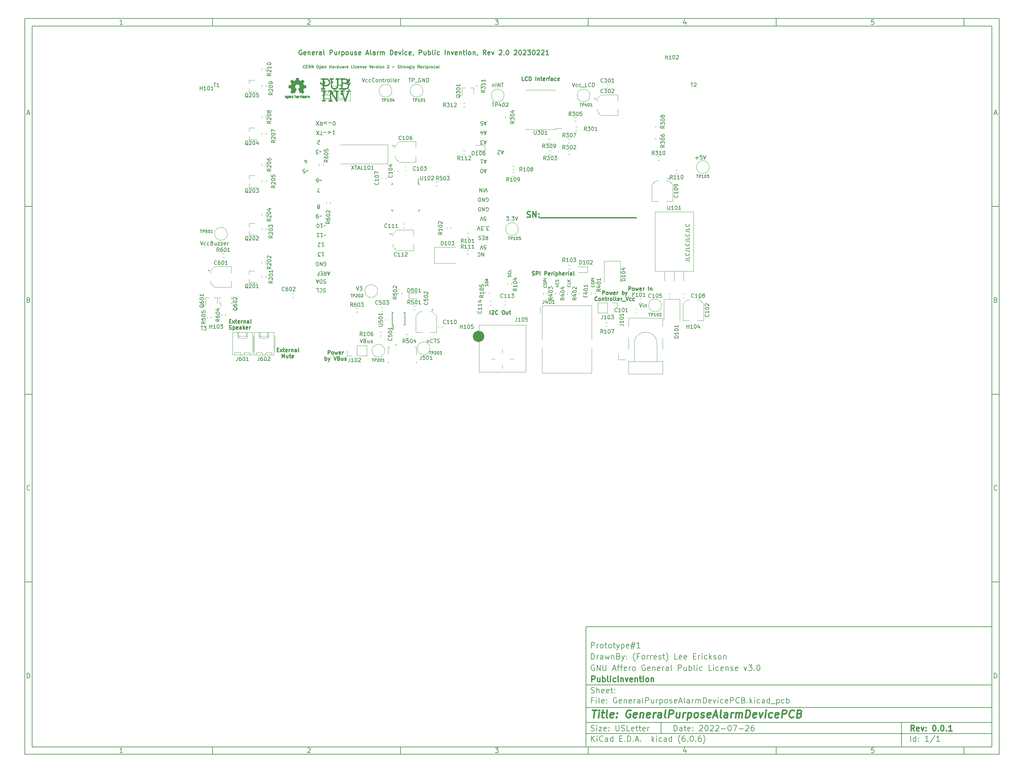
<source format=gbr>
%TF.GenerationSoftware,KiCad,Pcbnew,(6.0.6)*%
%TF.CreationDate,2023-02-21T08:10:28-05:00*%
%TF.ProjectId,GeneralPurposeAlarmDevicePCB,47656e65-7261-46c5-9075-72706f736541,0.0.1*%
%TF.SameCoordinates,Original*%
%TF.FileFunction,Legend,Top*%
%TF.FilePolarity,Positive*%
%FSLAX46Y46*%
G04 Gerber Fmt 4.6, Leading zero omitted, Abs format (unit mm)*
G04 Created by KiCad (PCBNEW (6.0.6)) date 2023-02-21 08:10:28*
%MOMM*%
%LPD*%
G01*
G04 APERTURE LIST*
%ADD10C,0.100000*%
%ADD11C,0.150000*%
%ADD12C,0.300000*%
%ADD13C,0.400000*%
%ADD14C,0.152400*%
%ADD15C,0.254000*%
%ADD16C,0.304800*%
%ADD17C,0.120000*%
%ADD18C,1.560000*%
%ADD19C,0.010000*%
G04 APERTURE END LIST*
D10*
D11*
X159400000Y-171900000D02*
X159400000Y-203900000D01*
X267400000Y-203900000D01*
X267400000Y-171900000D01*
X159400000Y-171900000D01*
D10*
D11*
X10000000Y-10000000D02*
X10000000Y-205900000D01*
X269400000Y-205900000D01*
X269400000Y-10000000D01*
X10000000Y-10000000D01*
D10*
D11*
X12000000Y-12000000D02*
X12000000Y-203900000D01*
X267400000Y-203900000D01*
X267400000Y-12000000D01*
X12000000Y-12000000D01*
D10*
D11*
X60000000Y-12000000D02*
X60000000Y-10000000D01*
D10*
D11*
X110000000Y-12000000D02*
X110000000Y-10000000D01*
D10*
D11*
X160000000Y-12000000D02*
X160000000Y-10000000D01*
D10*
D11*
X210000000Y-12000000D02*
X210000000Y-10000000D01*
D10*
D11*
X260000000Y-12000000D02*
X260000000Y-10000000D01*
D10*
D11*
X36065476Y-11588095D02*
X35322619Y-11588095D01*
X35694047Y-11588095D02*
X35694047Y-10288095D01*
X35570238Y-10473809D01*
X35446428Y-10597619D01*
X35322619Y-10659523D01*
D10*
D11*
X85322619Y-10411904D02*
X85384523Y-10350000D01*
X85508333Y-10288095D01*
X85817857Y-10288095D01*
X85941666Y-10350000D01*
X86003571Y-10411904D01*
X86065476Y-10535714D01*
X86065476Y-10659523D01*
X86003571Y-10845238D01*
X85260714Y-11588095D01*
X86065476Y-11588095D01*
D10*
D11*
X135260714Y-10288095D02*
X136065476Y-10288095D01*
X135632142Y-10783333D01*
X135817857Y-10783333D01*
X135941666Y-10845238D01*
X136003571Y-10907142D01*
X136065476Y-11030952D01*
X136065476Y-11340476D01*
X136003571Y-11464285D01*
X135941666Y-11526190D01*
X135817857Y-11588095D01*
X135446428Y-11588095D01*
X135322619Y-11526190D01*
X135260714Y-11464285D01*
D10*
D11*
X185941666Y-10721428D02*
X185941666Y-11588095D01*
X185632142Y-10226190D02*
X185322619Y-11154761D01*
X186127380Y-11154761D01*
D10*
D11*
X236003571Y-10288095D02*
X235384523Y-10288095D01*
X235322619Y-10907142D01*
X235384523Y-10845238D01*
X235508333Y-10783333D01*
X235817857Y-10783333D01*
X235941666Y-10845238D01*
X236003571Y-10907142D01*
X236065476Y-11030952D01*
X236065476Y-11340476D01*
X236003571Y-11464285D01*
X235941666Y-11526190D01*
X235817857Y-11588095D01*
X235508333Y-11588095D01*
X235384523Y-11526190D01*
X235322619Y-11464285D01*
D10*
D11*
X60000000Y-203900000D02*
X60000000Y-205900000D01*
D10*
D11*
X110000000Y-203900000D02*
X110000000Y-205900000D01*
D10*
D11*
X160000000Y-203900000D02*
X160000000Y-205900000D01*
D10*
D11*
X210000000Y-203900000D02*
X210000000Y-205900000D01*
D10*
D11*
X260000000Y-203900000D02*
X260000000Y-205900000D01*
D10*
D11*
X36065476Y-205488095D02*
X35322619Y-205488095D01*
X35694047Y-205488095D02*
X35694047Y-204188095D01*
X35570238Y-204373809D01*
X35446428Y-204497619D01*
X35322619Y-204559523D01*
D10*
D11*
X85322619Y-204311904D02*
X85384523Y-204250000D01*
X85508333Y-204188095D01*
X85817857Y-204188095D01*
X85941666Y-204250000D01*
X86003571Y-204311904D01*
X86065476Y-204435714D01*
X86065476Y-204559523D01*
X86003571Y-204745238D01*
X85260714Y-205488095D01*
X86065476Y-205488095D01*
D10*
D11*
X135260714Y-204188095D02*
X136065476Y-204188095D01*
X135632142Y-204683333D01*
X135817857Y-204683333D01*
X135941666Y-204745238D01*
X136003571Y-204807142D01*
X136065476Y-204930952D01*
X136065476Y-205240476D01*
X136003571Y-205364285D01*
X135941666Y-205426190D01*
X135817857Y-205488095D01*
X135446428Y-205488095D01*
X135322619Y-205426190D01*
X135260714Y-205364285D01*
D10*
D11*
X185941666Y-204621428D02*
X185941666Y-205488095D01*
X185632142Y-204126190D02*
X185322619Y-205054761D01*
X186127380Y-205054761D01*
D10*
D11*
X236003571Y-204188095D02*
X235384523Y-204188095D01*
X235322619Y-204807142D01*
X235384523Y-204745238D01*
X235508333Y-204683333D01*
X235817857Y-204683333D01*
X235941666Y-204745238D01*
X236003571Y-204807142D01*
X236065476Y-204930952D01*
X236065476Y-205240476D01*
X236003571Y-205364285D01*
X235941666Y-205426190D01*
X235817857Y-205488095D01*
X235508333Y-205488095D01*
X235384523Y-205426190D01*
X235322619Y-205364285D01*
D10*
D11*
X10000000Y-60000000D02*
X12000000Y-60000000D01*
D10*
D11*
X10000000Y-110000000D02*
X12000000Y-110000000D01*
D10*
D11*
X10000000Y-160000000D02*
X12000000Y-160000000D01*
D10*
D11*
X10690476Y-35216666D02*
X11309523Y-35216666D01*
X10566666Y-35588095D02*
X11000000Y-34288095D01*
X11433333Y-35588095D01*
D10*
D11*
X11092857Y-84907142D02*
X11278571Y-84969047D01*
X11340476Y-85030952D01*
X11402380Y-85154761D01*
X11402380Y-85340476D01*
X11340476Y-85464285D01*
X11278571Y-85526190D01*
X11154761Y-85588095D01*
X10659523Y-85588095D01*
X10659523Y-84288095D01*
X11092857Y-84288095D01*
X11216666Y-84350000D01*
X11278571Y-84411904D01*
X11340476Y-84535714D01*
X11340476Y-84659523D01*
X11278571Y-84783333D01*
X11216666Y-84845238D01*
X11092857Y-84907142D01*
X10659523Y-84907142D01*
D10*
D11*
X11402380Y-135464285D02*
X11340476Y-135526190D01*
X11154761Y-135588095D01*
X11030952Y-135588095D01*
X10845238Y-135526190D01*
X10721428Y-135402380D01*
X10659523Y-135278571D01*
X10597619Y-135030952D01*
X10597619Y-134845238D01*
X10659523Y-134597619D01*
X10721428Y-134473809D01*
X10845238Y-134350000D01*
X11030952Y-134288095D01*
X11154761Y-134288095D01*
X11340476Y-134350000D01*
X11402380Y-134411904D01*
D10*
D11*
X10659523Y-185588095D02*
X10659523Y-184288095D01*
X10969047Y-184288095D01*
X11154761Y-184350000D01*
X11278571Y-184473809D01*
X11340476Y-184597619D01*
X11402380Y-184845238D01*
X11402380Y-185030952D01*
X11340476Y-185278571D01*
X11278571Y-185402380D01*
X11154761Y-185526190D01*
X10969047Y-185588095D01*
X10659523Y-185588095D01*
D10*
D11*
X269400000Y-60000000D02*
X267400000Y-60000000D01*
D10*
D11*
X269400000Y-110000000D02*
X267400000Y-110000000D01*
D10*
D11*
X269400000Y-160000000D02*
X267400000Y-160000000D01*
D10*
D11*
X268090476Y-35216666D02*
X268709523Y-35216666D01*
X267966666Y-35588095D02*
X268400000Y-34288095D01*
X268833333Y-35588095D01*
D10*
D11*
X268492857Y-84907142D02*
X268678571Y-84969047D01*
X268740476Y-85030952D01*
X268802380Y-85154761D01*
X268802380Y-85340476D01*
X268740476Y-85464285D01*
X268678571Y-85526190D01*
X268554761Y-85588095D01*
X268059523Y-85588095D01*
X268059523Y-84288095D01*
X268492857Y-84288095D01*
X268616666Y-84350000D01*
X268678571Y-84411904D01*
X268740476Y-84535714D01*
X268740476Y-84659523D01*
X268678571Y-84783333D01*
X268616666Y-84845238D01*
X268492857Y-84907142D01*
X268059523Y-84907142D01*
D10*
D11*
X268802380Y-135464285D02*
X268740476Y-135526190D01*
X268554761Y-135588095D01*
X268430952Y-135588095D01*
X268245238Y-135526190D01*
X268121428Y-135402380D01*
X268059523Y-135278571D01*
X267997619Y-135030952D01*
X267997619Y-134845238D01*
X268059523Y-134597619D01*
X268121428Y-134473809D01*
X268245238Y-134350000D01*
X268430952Y-134288095D01*
X268554761Y-134288095D01*
X268740476Y-134350000D01*
X268802380Y-134411904D01*
D10*
D11*
X268059523Y-185588095D02*
X268059523Y-184288095D01*
X268369047Y-184288095D01*
X268554761Y-184350000D01*
X268678571Y-184473809D01*
X268740476Y-184597619D01*
X268802380Y-184845238D01*
X268802380Y-185030952D01*
X268740476Y-185278571D01*
X268678571Y-185402380D01*
X268554761Y-185526190D01*
X268369047Y-185588095D01*
X268059523Y-185588095D01*
D10*
D11*
X182832142Y-199678571D02*
X182832142Y-198178571D01*
X183189285Y-198178571D01*
X183403571Y-198250000D01*
X183546428Y-198392857D01*
X183617857Y-198535714D01*
X183689285Y-198821428D01*
X183689285Y-199035714D01*
X183617857Y-199321428D01*
X183546428Y-199464285D01*
X183403571Y-199607142D01*
X183189285Y-199678571D01*
X182832142Y-199678571D01*
X184975000Y-199678571D02*
X184975000Y-198892857D01*
X184903571Y-198750000D01*
X184760714Y-198678571D01*
X184475000Y-198678571D01*
X184332142Y-198750000D01*
X184975000Y-199607142D02*
X184832142Y-199678571D01*
X184475000Y-199678571D01*
X184332142Y-199607142D01*
X184260714Y-199464285D01*
X184260714Y-199321428D01*
X184332142Y-199178571D01*
X184475000Y-199107142D01*
X184832142Y-199107142D01*
X184975000Y-199035714D01*
X185475000Y-198678571D02*
X186046428Y-198678571D01*
X185689285Y-198178571D02*
X185689285Y-199464285D01*
X185760714Y-199607142D01*
X185903571Y-199678571D01*
X186046428Y-199678571D01*
X187117857Y-199607142D02*
X186975000Y-199678571D01*
X186689285Y-199678571D01*
X186546428Y-199607142D01*
X186475000Y-199464285D01*
X186475000Y-198892857D01*
X186546428Y-198750000D01*
X186689285Y-198678571D01*
X186975000Y-198678571D01*
X187117857Y-198750000D01*
X187189285Y-198892857D01*
X187189285Y-199035714D01*
X186475000Y-199178571D01*
X187832142Y-199535714D02*
X187903571Y-199607142D01*
X187832142Y-199678571D01*
X187760714Y-199607142D01*
X187832142Y-199535714D01*
X187832142Y-199678571D01*
X187832142Y-198750000D02*
X187903571Y-198821428D01*
X187832142Y-198892857D01*
X187760714Y-198821428D01*
X187832142Y-198750000D01*
X187832142Y-198892857D01*
X189617857Y-198321428D02*
X189689285Y-198250000D01*
X189832142Y-198178571D01*
X190189285Y-198178571D01*
X190332142Y-198250000D01*
X190403571Y-198321428D01*
X190475000Y-198464285D01*
X190475000Y-198607142D01*
X190403571Y-198821428D01*
X189546428Y-199678571D01*
X190475000Y-199678571D01*
X191403571Y-198178571D02*
X191546428Y-198178571D01*
X191689285Y-198250000D01*
X191760714Y-198321428D01*
X191832142Y-198464285D01*
X191903571Y-198750000D01*
X191903571Y-199107142D01*
X191832142Y-199392857D01*
X191760714Y-199535714D01*
X191689285Y-199607142D01*
X191546428Y-199678571D01*
X191403571Y-199678571D01*
X191260714Y-199607142D01*
X191189285Y-199535714D01*
X191117857Y-199392857D01*
X191046428Y-199107142D01*
X191046428Y-198750000D01*
X191117857Y-198464285D01*
X191189285Y-198321428D01*
X191260714Y-198250000D01*
X191403571Y-198178571D01*
X192475000Y-198321428D02*
X192546428Y-198250000D01*
X192689285Y-198178571D01*
X193046428Y-198178571D01*
X193189285Y-198250000D01*
X193260714Y-198321428D01*
X193332142Y-198464285D01*
X193332142Y-198607142D01*
X193260714Y-198821428D01*
X192403571Y-199678571D01*
X193332142Y-199678571D01*
X193903571Y-198321428D02*
X193975000Y-198250000D01*
X194117857Y-198178571D01*
X194475000Y-198178571D01*
X194617857Y-198250000D01*
X194689285Y-198321428D01*
X194760714Y-198464285D01*
X194760714Y-198607142D01*
X194689285Y-198821428D01*
X193832142Y-199678571D01*
X194760714Y-199678571D01*
X195403571Y-199107142D02*
X196546428Y-199107142D01*
X197546428Y-198178571D02*
X197689285Y-198178571D01*
X197832142Y-198250000D01*
X197903571Y-198321428D01*
X197975000Y-198464285D01*
X198046428Y-198750000D01*
X198046428Y-199107142D01*
X197975000Y-199392857D01*
X197903571Y-199535714D01*
X197832142Y-199607142D01*
X197689285Y-199678571D01*
X197546428Y-199678571D01*
X197403571Y-199607142D01*
X197332142Y-199535714D01*
X197260714Y-199392857D01*
X197189285Y-199107142D01*
X197189285Y-198750000D01*
X197260714Y-198464285D01*
X197332142Y-198321428D01*
X197403571Y-198250000D01*
X197546428Y-198178571D01*
X198546428Y-198178571D02*
X199546428Y-198178571D01*
X198903571Y-199678571D01*
X200117857Y-199107142D02*
X201260714Y-199107142D01*
X201903571Y-198321428D02*
X201975000Y-198250000D01*
X202117857Y-198178571D01*
X202475000Y-198178571D01*
X202617857Y-198250000D01*
X202689285Y-198321428D01*
X202760714Y-198464285D01*
X202760714Y-198607142D01*
X202689285Y-198821428D01*
X201832142Y-199678571D01*
X202760714Y-199678571D01*
X204046428Y-198178571D02*
X203760714Y-198178571D01*
X203617857Y-198250000D01*
X203546428Y-198321428D01*
X203403571Y-198535714D01*
X203332142Y-198821428D01*
X203332142Y-199392857D01*
X203403571Y-199535714D01*
X203475000Y-199607142D01*
X203617857Y-199678571D01*
X203903571Y-199678571D01*
X204046428Y-199607142D01*
X204117857Y-199535714D01*
X204189285Y-199392857D01*
X204189285Y-199035714D01*
X204117857Y-198892857D01*
X204046428Y-198821428D01*
X203903571Y-198750000D01*
X203617857Y-198750000D01*
X203475000Y-198821428D01*
X203403571Y-198892857D01*
X203332142Y-199035714D01*
D10*
D11*
X159400000Y-200400000D02*
X267400000Y-200400000D01*
D10*
D11*
X160832142Y-202478571D02*
X160832142Y-200978571D01*
X161689285Y-202478571D02*
X161046428Y-201621428D01*
X161689285Y-200978571D02*
X160832142Y-201835714D01*
X162332142Y-202478571D02*
X162332142Y-201478571D01*
X162332142Y-200978571D02*
X162260714Y-201050000D01*
X162332142Y-201121428D01*
X162403571Y-201050000D01*
X162332142Y-200978571D01*
X162332142Y-201121428D01*
X163903571Y-202335714D02*
X163832142Y-202407142D01*
X163617857Y-202478571D01*
X163475000Y-202478571D01*
X163260714Y-202407142D01*
X163117857Y-202264285D01*
X163046428Y-202121428D01*
X162975000Y-201835714D01*
X162975000Y-201621428D01*
X163046428Y-201335714D01*
X163117857Y-201192857D01*
X163260714Y-201050000D01*
X163475000Y-200978571D01*
X163617857Y-200978571D01*
X163832142Y-201050000D01*
X163903571Y-201121428D01*
X165189285Y-202478571D02*
X165189285Y-201692857D01*
X165117857Y-201550000D01*
X164975000Y-201478571D01*
X164689285Y-201478571D01*
X164546428Y-201550000D01*
X165189285Y-202407142D02*
X165046428Y-202478571D01*
X164689285Y-202478571D01*
X164546428Y-202407142D01*
X164475000Y-202264285D01*
X164475000Y-202121428D01*
X164546428Y-201978571D01*
X164689285Y-201907142D01*
X165046428Y-201907142D01*
X165189285Y-201835714D01*
X166546428Y-202478571D02*
X166546428Y-200978571D01*
X166546428Y-202407142D02*
X166403571Y-202478571D01*
X166117857Y-202478571D01*
X165975000Y-202407142D01*
X165903571Y-202335714D01*
X165832142Y-202192857D01*
X165832142Y-201764285D01*
X165903571Y-201621428D01*
X165975000Y-201550000D01*
X166117857Y-201478571D01*
X166403571Y-201478571D01*
X166546428Y-201550000D01*
X168403571Y-201692857D02*
X168903571Y-201692857D01*
X169117857Y-202478571D02*
X168403571Y-202478571D01*
X168403571Y-200978571D01*
X169117857Y-200978571D01*
X169760714Y-202335714D02*
X169832142Y-202407142D01*
X169760714Y-202478571D01*
X169689285Y-202407142D01*
X169760714Y-202335714D01*
X169760714Y-202478571D01*
X170475000Y-202478571D02*
X170475000Y-200978571D01*
X170832142Y-200978571D01*
X171046428Y-201050000D01*
X171189285Y-201192857D01*
X171260714Y-201335714D01*
X171332142Y-201621428D01*
X171332142Y-201835714D01*
X171260714Y-202121428D01*
X171189285Y-202264285D01*
X171046428Y-202407142D01*
X170832142Y-202478571D01*
X170475000Y-202478571D01*
X171975000Y-202335714D02*
X172046428Y-202407142D01*
X171975000Y-202478571D01*
X171903571Y-202407142D01*
X171975000Y-202335714D01*
X171975000Y-202478571D01*
X172617857Y-202050000D02*
X173332142Y-202050000D01*
X172475000Y-202478571D02*
X172975000Y-200978571D01*
X173475000Y-202478571D01*
X173975000Y-202335714D02*
X174046428Y-202407142D01*
X173975000Y-202478571D01*
X173903571Y-202407142D01*
X173975000Y-202335714D01*
X173975000Y-202478571D01*
X176975000Y-202478571D02*
X176975000Y-200978571D01*
X177117857Y-201907142D02*
X177546428Y-202478571D01*
X177546428Y-201478571D02*
X176975000Y-202050000D01*
X178189285Y-202478571D02*
X178189285Y-201478571D01*
X178189285Y-200978571D02*
X178117857Y-201050000D01*
X178189285Y-201121428D01*
X178260714Y-201050000D01*
X178189285Y-200978571D01*
X178189285Y-201121428D01*
X179546428Y-202407142D02*
X179403571Y-202478571D01*
X179117857Y-202478571D01*
X178975000Y-202407142D01*
X178903571Y-202335714D01*
X178832142Y-202192857D01*
X178832142Y-201764285D01*
X178903571Y-201621428D01*
X178975000Y-201550000D01*
X179117857Y-201478571D01*
X179403571Y-201478571D01*
X179546428Y-201550000D01*
X180832142Y-202478571D02*
X180832142Y-201692857D01*
X180760714Y-201550000D01*
X180617857Y-201478571D01*
X180332142Y-201478571D01*
X180189285Y-201550000D01*
X180832142Y-202407142D02*
X180689285Y-202478571D01*
X180332142Y-202478571D01*
X180189285Y-202407142D01*
X180117857Y-202264285D01*
X180117857Y-202121428D01*
X180189285Y-201978571D01*
X180332142Y-201907142D01*
X180689285Y-201907142D01*
X180832142Y-201835714D01*
X182189285Y-202478571D02*
X182189285Y-200978571D01*
X182189285Y-202407142D02*
X182046428Y-202478571D01*
X181760714Y-202478571D01*
X181617857Y-202407142D01*
X181546428Y-202335714D01*
X181475000Y-202192857D01*
X181475000Y-201764285D01*
X181546428Y-201621428D01*
X181617857Y-201550000D01*
X181760714Y-201478571D01*
X182046428Y-201478571D01*
X182189285Y-201550000D01*
X184475000Y-203050000D02*
X184403571Y-202978571D01*
X184260714Y-202764285D01*
X184189285Y-202621428D01*
X184117857Y-202407142D01*
X184046428Y-202050000D01*
X184046428Y-201764285D01*
X184117857Y-201407142D01*
X184189285Y-201192857D01*
X184260714Y-201050000D01*
X184403571Y-200835714D01*
X184475000Y-200764285D01*
X185689285Y-200978571D02*
X185403571Y-200978571D01*
X185260714Y-201050000D01*
X185189285Y-201121428D01*
X185046428Y-201335714D01*
X184975000Y-201621428D01*
X184975000Y-202192857D01*
X185046428Y-202335714D01*
X185117857Y-202407142D01*
X185260714Y-202478571D01*
X185546428Y-202478571D01*
X185689285Y-202407142D01*
X185760714Y-202335714D01*
X185832142Y-202192857D01*
X185832142Y-201835714D01*
X185760714Y-201692857D01*
X185689285Y-201621428D01*
X185546428Y-201550000D01*
X185260714Y-201550000D01*
X185117857Y-201621428D01*
X185046428Y-201692857D01*
X184975000Y-201835714D01*
X186475000Y-202335714D02*
X186546428Y-202407142D01*
X186475000Y-202478571D01*
X186403571Y-202407142D01*
X186475000Y-202335714D01*
X186475000Y-202478571D01*
X187475000Y-200978571D02*
X187617857Y-200978571D01*
X187760714Y-201050000D01*
X187832142Y-201121428D01*
X187903571Y-201264285D01*
X187975000Y-201550000D01*
X187975000Y-201907142D01*
X187903571Y-202192857D01*
X187832142Y-202335714D01*
X187760714Y-202407142D01*
X187617857Y-202478571D01*
X187475000Y-202478571D01*
X187332142Y-202407142D01*
X187260714Y-202335714D01*
X187189285Y-202192857D01*
X187117857Y-201907142D01*
X187117857Y-201550000D01*
X187189285Y-201264285D01*
X187260714Y-201121428D01*
X187332142Y-201050000D01*
X187475000Y-200978571D01*
X188617857Y-202335714D02*
X188689285Y-202407142D01*
X188617857Y-202478571D01*
X188546428Y-202407142D01*
X188617857Y-202335714D01*
X188617857Y-202478571D01*
X189975000Y-200978571D02*
X189689285Y-200978571D01*
X189546428Y-201050000D01*
X189475000Y-201121428D01*
X189332142Y-201335714D01*
X189260714Y-201621428D01*
X189260714Y-202192857D01*
X189332142Y-202335714D01*
X189403571Y-202407142D01*
X189546428Y-202478571D01*
X189832142Y-202478571D01*
X189975000Y-202407142D01*
X190046428Y-202335714D01*
X190117857Y-202192857D01*
X190117857Y-201835714D01*
X190046428Y-201692857D01*
X189975000Y-201621428D01*
X189832142Y-201550000D01*
X189546428Y-201550000D01*
X189403571Y-201621428D01*
X189332142Y-201692857D01*
X189260714Y-201835714D01*
X190617857Y-203050000D02*
X190689285Y-202978571D01*
X190832142Y-202764285D01*
X190903571Y-202621428D01*
X190975000Y-202407142D01*
X191046428Y-202050000D01*
X191046428Y-201764285D01*
X190975000Y-201407142D01*
X190903571Y-201192857D01*
X190832142Y-201050000D01*
X190689285Y-200835714D01*
X190617857Y-200764285D01*
D10*
D11*
X159400000Y-197400000D02*
X267400000Y-197400000D01*
D10*
D12*
X246809285Y-199678571D02*
X246309285Y-198964285D01*
X245952142Y-199678571D02*
X245952142Y-198178571D01*
X246523571Y-198178571D01*
X246666428Y-198250000D01*
X246737857Y-198321428D01*
X246809285Y-198464285D01*
X246809285Y-198678571D01*
X246737857Y-198821428D01*
X246666428Y-198892857D01*
X246523571Y-198964285D01*
X245952142Y-198964285D01*
X248023571Y-199607142D02*
X247880714Y-199678571D01*
X247595000Y-199678571D01*
X247452142Y-199607142D01*
X247380714Y-199464285D01*
X247380714Y-198892857D01*
X247452142Y-198750000D01*
X247595000Y-198678571D01*
X247880714Y-198678571D01*
X248023571Y-198750000D01*
X248095000Y-198892857D01*
X248095000Y-199035714D01*
X247380714Y-199178571D01*
X248595000Y-198678571D02*
X248952142Y-199678571D01*
X249309285Y-198678571D01*
X249880714Y-199535714D02*
X249952142Y-199607142D01*
X249880714Y-199678571D01*
X249809285Y-199607142D01*
X249880714Y-199535714D01*
X249880714Y-199678571D01*
X249880714Y-198750000D02*
X249952142Y-198821428D01*
X249880714Y-198892857D01*
X249809285Y-198821428D01*
X249880714Y-198750000D01*
X249880714Y-198892857D01*
X252023571Y-198178571D02*
X252166428Y-198178571D01*
X252309285Y-198250000D01*
X252380714Y-198321428D01*
X252452142Y-198464285D01*
X252523571Y-198750000D01*
X252523571Y-199107142D01*
X252452142Y-199392857D01*
X252380714Y-199535714D01*
X252309285Y-199607142D01*
X252166428Y-199678571D01*
X252023571Y-199678571D01*
X251880714Y-199607142D01*
X251809285Y-199535714D01*
X251737857Y-199392857D01*
X251666428Y-199107142D01*
X251666428Y-198750000D01*
X251737857Y-198464285D01*
X251809285Y-198321428D01*
X251880714Y-198250000D01*
X252023571Y-198178571D01*
X253166428Y-199535714D02*
X253237857Y-199607142D01*
X253166428Y-199678571D01*
X253095000Y-199607142D01*
X253166428Y-199535714D01*
X253166428Y-199678571D01*
X254166428Y-198178571D02*
X254309285Y-198178571D01*
X254452142Y-198250000D01*
X254523571Y-198321428D01*
X254595000Y-198464285D01*
X254666428Y-198750000D01*
X254666428Y-199107142D01*
X254595000Y-199392857D01*
X254523571Y-199535714D01*
X254452142Y-199607142D01*
X254309285Y-199678571D01*
X254166428Y-199678571D01*
X254023571Y-199607142D01*
X253952142Y-199535714D01*
X253880714Y-199392857D01*
X253809285Y-199107142D01*
X253809285Y-198750000D01*
X253880714Y-198464285D01*
X253952142Y-198321428D01*
X254023571Y-198250000D01*
X254166428Y-198178571D01*
X255309285Y-199535714D02*
X255380714Y-199607142D01*
X255309285Y-199678571D01*
X255237857Y-199607142D01*
X255309285Y-199535714D01*
X255309285Y-199678571D01*
X256809285Y-199678571D02*
X255952142Y-199678571D01*
X256380714Y-199678571D02*
X256380714Y-198178571D01*
X256237857Y-198392857D01*
X256095000Y-198535714D01*
X255952142Y-198607142D01*
D10*
D11*
X160760714Y-199607142D02*
X160975000Y-199678571D01*
X161332142Y-199678571D01*
X161475000Y-199607142D01*
X161546428Y-199535714D01*
X161617857Y-199392857D01*
X161617857Y-199250000D01*
X161546428Y-199107142D01*
X161475000Y-199035714D01*
X161332142Y-198964285D01*
X161046428Y-198892857D01*
X160903571Y-198821428D01*
X160832142Y-198750000D01*
X160760714Y-198607142D01*
X160760714Y-198464285D01*
X160832142Y-198321428D01*
X160903571Y-198250000D01*
X161046428Y-198178571D01*
X161403571Y-198178571D01*
X161617857Y-198250000D01*
X162260714Y-199678571D02*
X162260714Y-198678571D01*
X162260714Y-198178571D02*
X162189285Y-198250000D01*
X162260714Y-198321428D01*
X162332142Y-198250000D01*
X162260714Y-198178571D01*
X162260714Y-198321428D01*
X162832142Y-198678571D02*
X163617857Y-198678571D01*
X162832142Y-199678571D01*
X163617857Y-199678571D01*
X164760714Y-199607142D02*
X164617857Y-199678571D01*
X164332142Y-199678571D01*
X164189285Y-199607142D01*
X164117857Y-199464285D01*
X164117857Y-198892857D01*
X164189285Y-198750000D01*
X164332142Y-198678571D01*
X164617857Y-198678571D01*
X164760714Y-198750000D01*
X164832142Y-198892857D01*
X164832142Y-199035714D01*
X164117857Y-199178571D01*
X165475000Y-199535714D02*
X165546428Y-199607142D01*
X165475000Y-199678571D01*
X165403571Y-199607142D01*
X165475000Y-199535714D01*
X165475000Y-199678571D01*
X165475000Y-198750000D02*
X165546428Y-198821428D01*
X165475000Y-198892857D01*
X165403571Y-198821428D01*
X165475000Y-198750000D01*
X165475000Y-198892857D01*
X167332142Y-198178571D02*
X167332142Y-199392857D01*
X167403571Y-199535714D01*
X167475000Y-199607142D01*
X167617857Y-199678571D01*
X167903571Y-199678571D01*
X168046428Y-199607142D01*
X168117857Y-199535714D01*
X168189285Y-199392857D01*
X168189285Y-198178571D01*
X168832142Y-199607142D02*
X169046428Y-199678571D01*
X169403571Y-199678571D01*
X169546428Y-199607142D01*
X169617857Y-199535714D01*
X169689285Y-199392857D01*
X169689285Y-199250000D01*
X169617857Y-199107142D01*
X169546428Y-199035714D01*
X169403571Y-198964285D01*
X169117857Y-198892857D01*
X168975000Y-198821428D01*
X168903571Y-198750000D01*
X168832142Y-198607142D01*
X168832142Y-198464285D01*
X168903571Y-198321428D01*
X168975000Y-198250000D01*
X169117857Y-198178571D01*
X169475000Y-198178571D01*
X169689285Y-198250000D01*
X171046428Y-199678571D02*
X170332142Y-199678571D01*
X170332142Y-198178571D01*
X172117857Y-199607142D02*
X171975000Y-199678571D01*
X171689285Y-199678571D01*
X171546428Y-199607142D01*
X171475000Y-199464285D01*
X171475000Y-198892857D01*
X171546428Y-198750000D01*
X171689285Y-198678571D01*
X171975000Y-198678571D01*
X172117857Y-198750000D01*
X172189285Y-198892857D01*
X172189285Y-199035714D01*
X171475000Y-199178571D01*
X172617857Y-198678571D02*
X173189285Y-198678571D01*
X172832142Y-198178571D02*
X172832142Y-199464285D01*
X172903571Y-199607142D01*
X173046428Y-199678571D01*
X173189285Y-199678571D01*
X173475000Y-198678571D02*
X174046428Y-198678571D01*
X173689285Y-198178571D02*
X173689285Y-199464285D01*
X173760714Y-199607142D01*
X173903571Y-199678571D01*
X174046428Y-199678571D01*
X175117857Y-199607142D02*
X174975000Y-199678571D01*
X174689285Y-199678571D01*
X174546428Y-199607142D01*
X174475000Y-199464285D01*
X174475000Y-198892857D01*
X174546428Y-198750000D01*
X174689285Y-198678571D01*
X174975000Y-198678571D01*
X175117857Y-198750000D01*
X175189285Y-198892857D01*
X175189285Y-199035714D01*
X174475000Y-199178571D01*
X175832142Y-199678571D02*
X175832142Y-198678571D01*
X175832142Y-198964285D02*
X175903571Y-198821428D01*
X175975000Y-198750000D01*
X176117857Y-198678571D01*
X176260714Y-198678571D01*
D10*
D11*
X245832142Y-202478571D02*
X245832142Y-200978571D01*
X247189285Y-202478571D02*
X247189285Y-200978571D01*
X247189285Y-202407142D02*
X247046428Y-202478571D01*
X246760714Y-202478571D01*
X246617857Y-202407142D01*
X246546428Y-202335714D01*
X246475000Y-202192857D01*
X246475000Y-201764285D01*
X246546428Y-201621428D01*
X246617857Y-201550000D01*
X246760714Y-201478571D01*
X247046428Y-201478571D01*
X247189285Y-201550000D01*
X247903571Y-202335714D02*
X247975000Y-202407142D01*
X247903571Y-202478571D01*
X247832142Y-202407142D01*
X247903571Y-202335714D01*
X247903571Y-202478571D01*
X247903571Y-201550000D02*
X247975000Y-201621428D01*
X247903571Y-201692857D01*
X247832142Y-201621428D01*
X247903571Y-201550000D01*
X247903571Y-201692857D01*
X250546428Y-202478571D02*
X249689285Y-202478571D01*
X250117857Y-202478571D02*
X250117857Y-200978571D01*
X249975000Y-201192857D01*
X249832142Y-201335714D01*
X249689285Y-201407142D01*
X252260714Y-200907142D02*
X250975000Y-202835714D01*
X253546428Y-202478571D02*
X252689285Y-202478571D01*
X253117857Y-202478571D02*
X253117857Y-200978571D01*
X252975000Y-201192857D01*
X252832142Y-201335714D01*
X252689285Y-201407142D01*
D10*
D11*
X159400000Y-193400000D02*
X267400000Y-193400000D01*
D10*
D13*
X161112380Y-194104761D02*
X162255238Y-194104761D01*
X161433809Y-196104761D02*
X161683809Y-194104761D01*
X162671904Y-196104761D02*
X162838571Y-194771428D01*
X162921904Y-194104761D02*
X162814761Y-194200000D01*
X162898095Y-194295238D01*
X163005238Y-194200000D01*
X162921904Y-194104761D01*
X162898095Y-194295238D01*
X163505238Y-194771428D02*
X164267142Y-194771428D01*
X163874285Y-194104761D02*
X163660000Y-195819047D01*
X163731428Y-196009523D01*
X163910000Y-196104761D01*
X164100476Y-196104761D01*
X165052857Y-196104761D02*
X164874285Y-196009523D01*
X164802857Y-195819047D01*
X165017142Y-194104761D01*
X166588571Y-196009523D02*
X166386190Y-196104761D01*
X166005238Y-196104761D01*
X165826666Y-196009523D01*
X165755238Y-195819047D01*
X165850476Y-195057142D01*
X165969523Y-194866666D01*
X166171904Y-194771428D01*
X166552857Y-194771428D01*
X166731428Y-194866666D01*
X166802857Y-195057142D01*
X166779047Y-195247619D01*
X165802857Y-195438095D01*
X167552857Y-195914285D02*
X167636190Y-196009523D01*
X167529047Y-196104761D01*
X167445714Y-196009523D01*
X167552857Y-195914285D01*
X167529047Y-196104761D01*
X167683809Y-194866666D02*
X167767142Y-194961904D01*
X167660000Y-195057142D01*
X167576666Y-194961904D01*
X167683809Y-194866666D01*
X167660000Y-195057142D01*
X171290952Y-194200000D02*
X171112380Y-194104761D01*
X170826666Y-194104761D01*
X170529047Y-194200000D01*
X170314761Y-194390476D01*
X170195714Y-194580952D01*
X170052857Y-194961904D01*
X170017142Y-195247619D01*
X170064761Y-195628571D01*
X170136190Y-195819047D01*
X170302857Y-196009523D01*
X170576666Y-196104761D01*
X170767142Y-196104761D01*
X171064761Y-196009523D01*
X171171904Y-195914285D01*
X171255238Y-195247619D01*
X170874285Y-195247619D01*
X172779047Y-196009523D02*
X172576666Y-196104761D01*
X172195714Y-196104761D01*
X172017142Y-196009523D01*
X171945714Y-195819047D01*
X172040952Y-195057142D01*
X172160000Y-194866666D01*
X172362380Y-194771428D01*
X172743333Y-194771428D01*
X172921904Y-194866666D01*
X172993333Y-195057142D01*
X172969523Y-195247619D01*
X171993333Y-195438095D01*
X173886190Y-194771428D02*
X173719523Y-196104761D01*
X173862380Y-194961904D02*
X173969523Y-194866666D01*
X174171904Y-194771428D01*
X174457619Y-194771428D01*
X174636190Y-194866666D01*
X174707619Y-195057142D01*
X174576666Y-196104761D01*
X176302857Y-196009523D02*
X176100476Y-196104761D01*
X175719523Y-196104761D01*
X175540952Y-196009523D01*
X175469523Y-195819047D01*
X175564761Y-195057142D01*
X175683809Y-194866666D01*
X175886190Y-194771428D01*
X176267142Y-194771428D01*
X176445714Y-194866666D01*
X176517142Y-195057142D01*
X176493333Y-195247619D01*
X175517142Y-195438095D01*
X177243333Y-196104761D02*
X177410000Y-194771428D01*
X177362380Y-195152380D02*
X177481428Y-194961904D01*
X177588571Y-194866666D01*
X177790952Y-194771428D01*
X177981428Y-194771428D01*
X179338571Y-196104761D02*
X179469523Y-195057142D01*
X179398095Y-194866666D01*
X179219523Y-194771428D01*
X178838571Y-194771428D01*
X178636190Y-194866666D01*
X179350476Y-196009523D02*
X179148095Y-196104761D01*
X178671904Y-196104761D01*
X178493333Y-196009523D01*
X178421904Y-195819047D01*
X178445714Y-195628571D01*
X178564761Y-195438095D01*
X178767142Y-195342857D01*
X179243333Y-195342857D01*
X179445714Y-195247619D01*
X180576666Y-196104761D02*
X180398095Y-196009523D01*
X180326666Y-195819047D01*
X180540952Y-194104761D01*
X181338571Y-196104761D02*
X181588571Y-194104761D01*
X182350476Y-194104761D01*
X182529047Y-194200000D01*
X182612380Y-194295238D01*
X182683809Y-194485714D01*
X182648095Y-194771428D01*
X182529047Y-194961904D01*
X182421904Y-195057142D01*
X182219523Y-195152380D01*
X181457619Y-195152380D01*
X184362380Y-194771428D02*
X184195714Y-196104761D01*
X183505238Y-194771428D02*
X183374285Y-195819047D01*
X183445714Y-196009523D01*
X183624285Y-196104761D01*
X183910000Y-196104761D01*
X184112380Y-196009523D01*
X184219523Y-195914285D01*
X185148095Y-196104761D02*
X185314761Y-194771428D01*
X185267142Y-195152380D02*
X185386190Y-194961904D01*
X185493333Y-194866666D01*
X185695714Y-194771428D01*
X185886190Y-194771428D01*
X186552857Y-194771428D02*
X186302857Y-196771428D01*
X186540952Y-194866666D02*
X186743333Y-194771428D01*
X187124285Y-194771428D01*
X187302857Y-194866666D01*
X187386190Y-194961904D01*
X187457619Y-195152380D01*
X187386190Y-195723809D01*
X187267142Y-195914285D01*
X187160000Y-196009523D01*
X186957619Y-196104761D01*
X186576666Y-196104761D01*
X186398095Y-196009523D01*
X188481428Y-196104761D02*
X188302857Y-196009523D01*
X188219523Y-195914285D01*
X188148095Y-195723809D01*
X188219523Y-195152380D01*
X188338571Y-194961904D01*
X188445714Y-194866666D01*
X188648095Y-194771428D01*
X188933809Y-194771428D01*
X189112380Y-194866666D01*
X189195714Y-194961904D01*
X189267142Y-195152380D01*
X189195714Y-195723809D01*
X189076666Y-195914285D01*
X188969523Y-196009523D01*
X188767142Y-196104761D01*
X188481428Y-196104761D01*
X189921904Y-196009523D02*
X190100476Y-196104761D01*
X190481428Y-196104761D01*
X190683809Y-196009523D01*
X190802857Y-195819047D01*
X190814761Y-195723809D01*
X190743333Y-195533333D01*
X190564761Y-195438095D01*
X190279047Y-195438095D01*
X190100476Y-195342857D01*
X190029047Y-195152380D01*
X190040952Y-195057142D01*
X190160000Y-194866666D01*
X190362380Y-194771428D01*
X190648095Y-194771428D01*
X190826666Y-194866666D01*
X192398095Y-196009523D02*
X192195714Y-196104761D01*
X191814761Y-196104761D01*
X191636190Y-196009523D01*
X191564761Y-195819047D01*
X191660000Y-195057142D01*
X191779047Y-194866666D01*
X191981428Y-194771428D01*
X192362380Y-194771428D01*
X192540952Y-194866666D01*
X192612380Y-195057142D01*
X192588571Y-195247619D01*
X191612380Y-195438095D01*
X193314761Y-195533333D02*
X194267142Y-195533333D01*
X193052857Y-196104761D02*
X193969523Y-194104761D01*
X194386190Y-196104761D01*
X195338571Y-196104761D02*
X195160000Y-196009523D01*
X195088571Y-195819047D01*
X195302857Y-194104761D01*
X196957619Y-196104761D02*
X197088571Y-195057142D01*
X197017142Y-194866666D01*
X196838571Y-194771428D01*
X196457619Y-194771428D01*
X196255238Y-194866666D01*
X196969523Y-196009523D02*
X196767142Y-196104761D01*
X196290952Y-196104761D01*
X196112380Y-196009523D01*
X196040952Y-195819047D01*
X196064761Y-195628571D01*
X196183809Y-195438095D01*
X196386190Y-195342857D01*
X196862380Y-195342857D01*
X197064761Y-195247619D01*
X197910000Y-196104761D02*
X198076666Y-194771428D01*
X198029047Y-195152380D02*
X198148095Y-194961904D01*
X198255238Y-194866666D01*
X198457619Y-194771428D01*
X198648095Y-194771428D01*
X199148095Y-196104761D02*
X199314761Y-194771428D01*
X199290952Y-194961904D02*
X199398095Y-194866666D01*
X199600476Y-194771428D01*
X199886190Y-194771428D01*
X200064761Y-194866666D01*
X200136190Y-195057142D01*
X200005238Y-196104761D01*
X200136190Y-195057142D02*
X200255238Y-194866666D01*
X200457619Y-194771428D01*
X200743333Y-194771428D01*
X200921904Y-194866666D01*
X200993333Y-195057142D01*
X200862380Y-196104761D01*
X201814761Y-196104761D02*
X202064761Y-194104761D01*
X202540952Y-194104761D01*
X202814761Y-194200000D01*
X202981428Y-194390476D01*
X203052857Y-194580952D01*
X203100476Y-194961904D01*
X203064761Y-195247619D01*
X202921904Y-195628571D01*
X202802857Y-195819047D01*
X202588571Y-196009523D01*
X202290952Y-196104761D01*
X201814761Y-196104761D01*
X204588571Y-196009523D02*
X204386190Y-196104761D01*
X204005238Y-196104761D01*
X203826666Y-196009523D01*
X203755238Y-195819047D01*
X203850476Y-195057142D01*
X203969523Y-194866666D01*
X204171904Y-194771428D01*
X204552857Y-194771428D01*
X204731428Y-194866666D01*
X204802857Y-195057142D01*
X204779047Y-195247619D01*
X203802857Y-195438095D01*
X205505238Y-194771428D02*
X205814761Y-196104761D01*
X206457619Y-194771428D01*
X207052857Y-196104761D02*
X207219523Y-194771428D01*
X207302857Y-194104761D02*
X207195714Y-194200000D01*
X207279047Y-194295238D01*
X207386190Y-194200000D01*
X207302857Y-194104761D01*
X207279047Y-194295238D01*
X208874285Y-196009523D02*
X208671904Y-196104761D01*
X208290952Y-196104761D01*
X208112380Y-196009523D01*
X208029047Y-195914285D01*
X207957619Y-195723809D01*
X208029047Y-195152380D01*
X208148095Y-194961904D01*
X208255238Y-194866666D01*
X208457619Y-194771428D01*
X208838571Y-194771428D01*
X209017142Y-194866666D01*
X210493333Y-196009523D02*
X210290952Y-196104761D01*
X209910000Y-196104761D01*
X209731428Y-196009523D01*
X209660000Y-195819047D01*
X209755238Y-195057142D01*
X209874285Y-194866666D01*
X210076666Y-194771428D01*
X210457619Y-194771428D01*
X210636190Y-194866666D01*
X210707619Y-195057142D01*
X210683809Y-195247619D01*
X209707619Y-195438095D01*
X211433809Y-196104761D02*
X211683809Y-194104761D01*
X212445714Y-194104761D01*
X212624285Y-194200000D01*
X212707619Y-194295238D01*
X212779047Y-194485714D01*
X212743333Y-194771428D01*
X212624285Y-194961904D01*
X212517142Y-195057142D01*
X212314761Y-195152380D01*
X211552857Y-195152380D01*
X214600476Y-195914285D02*
X214493333Y-196009523D01*
X214195714Y-196104761D01*
X214005238Y-196104761D01*
X213731428Y-196009523D01*
X213564761Y-195819047D01*
X213493333Y-195628571D01*
X213445714Y-195247619D01*
X213481428Y-194961904D01*
X213624285Y-194580952D01*
X213743333Y-194390476D01*
X213957619Y-194200000D01*
X214255238Y-194104761D01*
X214445714Y-194104761D01*
X214719523Y-194200000D01*
X214802857Y-194295238D01*
X216231428Y-195057142D02*
X216505238Y-195152380D01*
X216588571Y-195247619D01*
X216660000Y-195438095D01*
X216624285Y-195723809D01*
X216505238Y-195914285D01*
X216398095Y-196009523D01*
X216195714Y-196104761D01*
X215433809Y-196104761D01*
X215683809Y-194104761D01*
X216350476Y-194104761D01*
X216529047Y-194200000D01*
X216612380Y-194295238D01*
X216683809Y-194485714D01*
X216660000Y-194676190D01*
X216540952Y-194866666D01*
X216433809Y-194961904D01*
X216231428Y-195057142D01*
X215564761Y-195057142D01*
D10*
D11*
X161332142Y-191492857D02*
X160832142Y-191492857D01*
X160832142Y-192278571D02*
X160832142Y-190778571D01*
X161546428Y-190778571D01*
X162117857Y-192278571D02*
X162117857Y-191278571D01*
X162117857Y-190778571D02*
X162046428Y-190850000D01*
X162117857Y-190921428D01*
X162189285Y-190850000D01*
X162117857Y-190778571D01*
X162117857Y-190921428D01*
X163046428Y-192278571D02*
X162903571Y-192207142D01*
X162832142Y-192064285D01*
X162832142Y-190778571D01*
X164189285Y-192207142D02*
X164046428Y-192278571D01*
X163760714Y-192278571D01*
X163617857Y-192207142D01*
X163546428Y-192064285D01*
X163546428Y-191492857D01*
X163617857Y-191350000D01*
X163760714Y-191278571D01*
X164046428Y-191278571D01*
X164189285Y-191350000D01*
X164260714Y-191492857D01*
X164260714Y-191635714D01*
X163546428Y-191778571D01*
X164903571Y-192135714D02*
X164975000Y-192207142D01*
X164903571Y-192278571D01*
X164832142Y-192207142D01*
X164903571Y-192135714D01*
X164903571Y-192278571D01*
X164903571Y-191350000D02*
X164975000Y-191421428D01*
X164903571Y-191492857D01*
X164832142Y-191421428D01*
X164903571Y-191350000D01*
X164903571Y-191492857D01*
X167546428Y-190850000D02*
X167403571Y-190778571D01*
X167189285Y-190778571D01*
X166975000Y-190850000D01*
X166832142Y-190992857D01*
X166760714Y-191135714D01*
X166689285Y-191421428D01*
X166689285Y-191635714D01*
X166760714Y-191921428D01*
X166832142Y-192064285D01*
X166975000Y-192207142D01*
X167189285Y-192278571D01*
X167332142Y-192278571D01*
X167546428Y-192207142D01*
X167617857Y-192135714D01*
X167617857Y-191635714D01*
X167332142Y-191635714D01*
X168832142Y-192207142D02*
X168689285Y-192278571D01*
X168403571Y-192278571D01*
X168260714Y-192207142D01*
X168189285Y-192064285D01*
X168189285Y-191492857D01*
X168260714Y-191350000D01*
X168403571Y-191278571D01*
X168689285Y-191278571D01*
X168832142Y-191350000D01*
X168903571Y-191492857D01*
X168903571Y-191635714D01*
X168189285Y-191778571D01*
X169546428Y-191278571D02*
X169546428Y-192278571D01*
X169546428Y-191421428D02*
X169617857Y-191350000D01*
X169760714Y-191278571D01*
X169975000Y-191278571D01*
X170117857Y-191350000D01*
X170189285Y-191492857D01*
X170189285Y-192278571D01*
X171475000Y-192207142D02*
X171332142Y-192278571D01*
X171046428Y-192278571D01*
X170903571Y-192207142D01*
X170832142Y-192064285D01*
X170832142Y-191492857D01*
X170903571Y-191350000D01*
X171046428Y-191278571D01*
X171332142Y-191278571D01*
X171475000Y-191350000D01*
X171546428Y-191492857D01*
X171546428Y-191635714D01*
X170832142Y-191778571D01*
X172189285Y-192278571D02*
X172189285Y-191278571D01*
X172189285Y-191564285D02*
X172260714Y-191421428D01*
X172332142Y-191350000D01*
X172475000Y-191278571D01*
X172617857Y-191278571D01*
X173760714Y-192278571D02*
X173760714Y-191492857D01*
X173689285Y-191350000D01*
X173546428Y-191278571D01*
X173260714Y-191278571D01*
X173117857Y-191350000D01*
X173760714Y-192207142D02*
X173617857Y-192278571D01*
X173260714Y-192278571D01*
X173117857Y-192207142D01*
X173046428Y-192064285D01*
X173046428Y-191921428D01*
X173117857Y-191778571D01*
X173260714Y-191707142D01*
X173617857Y-191707142D01*
X173760714Y-191635714D01*
X174689285Y-192278571D02*
X174546428Y-192207142D01*
X174475000Y-192064285D01*
X174475000Y-190778571D01*
X175260714Y-192278571D02*
X175260714Y-190778571D01*
X175832142Y-190778571D01*
X175975000Y-190850000D01*
X176046428Y-190921428D01*
X176117857Y-191064285D01*
X176117857Y-191278571D01*
X176046428Y-191421428D01*
X175975000Y-191492857D01*
X175832142Y-191564285D01*
X175260714Y-191564285D01*
X177403571Y-191278571D02*
X177403571Y-192278571D01*
X176760714Y-191278571D02*
X176760714Y-192064285D01*
X176832142Y-192207142D01*
X176975000Y-192278571D01*
X177189285Y-192278571D01*
X177332142Y-192207142D01*
X177403571Y-192135714D01*
X178117857Y-192278571D02*
X178117857Y-191278571D01*
X178117857Y-191564285D02*
X178189285Y-191421428D01*
X178260714Y-191350000D01*
X178403571Y-191278571D01*
X178546428Y-191278571D01*
X179046428Y-191278571D02*
X179046428Y-192778571D01*
X179046428Y-191350000D02*
X179189285Y-191278571D01*
X179475000Y-191278571D01*
X179617857Y-191350000D01*
X179689285Y-191421428D01*
X179760714Y-191564285D01*
X179760714Y-191992857D01*
X179689285Y-192135714D01*
X179617857Y-192207142D01*
X179475000Y-192278571D01*
X179189285Y-192278571D01*
X179046428Y-192207142D01*
X180617857Y-192278571D02*
X180475000Y-192207142D01*
X180403571Y-192135714D01*
X180332142Y-191992857D01*
X180332142Y-191564285D01*
X180403571Y-191421428D01*
X180475000Y-191350000D01*
X180617857Y-191278571D01*
X180832142Y-191278571D01*
X180975000Y-191350000D01*
X181046428Y-191421428D01*
X181117857Y-191564285D01*
X181117857Y-191992857D01*
X181046428Y-192135714D01*
X180975000Y-192207142D01*
X180832142Y-192278571D01*
X180617857Y-192278571D01*
X181689285Y-192207142D02*
X181832142Y-192278571D01*
X182117857Y-192278571D01*
X182260714Y-192207142D01*
X182332142Y-192064285D01*
X182332142Y-191992857D01*
X182260714Y-191850000D01*
X182117857Y-191778571D01*
X181903571Y-191778571D01*
X181760714Y-191707142D01*
X181689285Y-191564285D01*
X181689285Y-191492857D01*
X181760714Y-191350000D01*
X181903571Y-191278571D01*
X182117857Y-191278571D01*
X182260714Y-191350000D01*
X183546428Y-192207142D02*
X183403571Y-192278571D01*
X183117857Y-192278571D01*
X182975000Y-192207142D01*
X182903571Y-192064285D01*
X182903571Y-191492857D01*
X182975000Y-191350000D01*
X183117857Y-191278571D01*
X183403571Y-191278571D01*
X183546428Y-191350000D01*
X183617857Y-191492857D01*
X183617857Y-191635714D01*
X182903571Y-191778571D01*
X184189285Y-191850000D02*
X184903571Y-191850000D01*
X184046428Y-192278571D02*
X184546428Y-190778571D01*
X185046428Y-192278571D01*
X185760714Y-192278571D02*
X185617857Y-192207142D01*
X185546428Y-192064285D01*
X185546428Y-190778571D01*
X186975000Y-192278571D02*
X186975000Y-191492857D01*
X186903571Y-191350000D01*
X186760714Y-191278571D01*
X186475000Y-191278571D01*
X186332142Y-191350000D01*
X186975000Y-192207142D02*
X186832142Y-192278571D01*
X186475000Y-192278571D01*
X186332142Y-192207142D01*
X186260714Y-192064285D01*
X186260714Y-191921428D01*
X186332142Y-191778571D01*
X186475000Y-191707142D01*
X186832142Y-191707142D01*
X186975000Y-191635714D01*
X187689285Y-192278571D02*
X187689285Y-191278571D01*
X187689285Y-191564285D02*
X187760714Y-191421428D01*
X187832142Y-191350000D01*
X187975000Y-191278571D01*
X188117857Y-191278571D01*
X188617857Y-192278571D02*
X188617857Y-191278571D01*
X188617857Y-191421428D02*
X188689285Y-191350000D01*
X188832142Y-191278571D01*
X189046428Y-191278571D01*
X189189285Y-191350000D01*
X189260714Y-191492857D01*
X189260714Y-192278571D01*
X189260714Y-191492857D02*
X189332142Y-191350000D01*
X189475000Y-191278571D01*
X189689285Y-191278571D01*
X189832142Y-191350000D01*
X189903571Y-191492857D01*
X189903571Y-192278571D01*
X190617857Y-192278571D02*
X190617857Y-190778571D01*
X190975000Y-190778571D01*
X191189285Y-190850000D01*
X191332142Y-190992857D01*
X191403571Y-191135714D01*
X191475000Y-191421428D01*
X191475000Y-191635714D01*
X191403571Y-191921428D01*
X191332142Y-192064285D01*
X191189285Y-192207142D01*
X190975000Y-192278571D01*
X190617857Y-192278571D01*
X192689285Y-192207142D02*
X192546428Y-192278571D01*
X192260714Y-192278571D01*
X192117857Y-192207142D01*
X192046428Y-192064285D01*
X192046428Y-191492857D01*
X192117857Y-191350000D01*
X192260714Y-191278571D01*
X192546428Y-191278571D01*
X192689285Y-191350000D01*
X192760714Y-191492857D01*
X192760714Y-191635714D01*
X192046428Y-191778571D01*
X193260714Y-191278571D02*
X193617857Y-192278571D01*
X193975000Y-191278571D01*
X194546428Y-192278571D02*
X194546428Y-191278571D01*
X194546428Y-190778571D02*
X194475000Y-190850000D01*
X194546428Y-190921428D01*
X194617857Y-190850000D01*
X194546428Y-190778571D01*
X194546428Y-190921428D01*
X195903571Y-192207142D02*
X195760714Y-192278571D01*
X195475000Y-192278571D01*
X195332142Y-192207142D01*
X195260714Y-192135714D01*
X195189285Y-191992857D01*
X195189285Y-191564285D01*
X195260714Y-191421428D01*
X195332142Y-191350000D01*
X195475000Y-191278571D01*
X195760714Y-191278571D01*
X195903571Y-191350000D01*
X197117857Y-192207142D02*
X196975000Y-192278571D01*
X196689285Y-192278571D01*
X196546428Y-192207142D01*
X196475000Y-192064285D01*
X196475000Y-191492857D01*
X196546428Y-191350000D01*
X196689285Y-191278571D01*
X196975000Y-191278571D01*
X197117857Y-191350000D01*
X197189285Y-191492857D01*
X197189285Y-191635714D01*
X196475000Y-191778571D01*
X197832142Y-192278571D02*
X197832142Y-190778571D01*
X198403571Y-190778571D01*
X198546428Y-190850000D01*
X198617857Y-190921428D01*
X198689285Y-191064285D01*
X198689285Y-191278571D01*
X198617857Y-191421428D01*
X198546428Y-191492857D01*
X198403571Y-191564285D01*
X197832142Y-191564285D01*
X200189285Y-192135714D02*
X200117857Y-192207142D01*
X199903571Y-192278571D01*
X199760714Y-192278571D01*
X199546428Y-192207142D01*
X199403571Y-192064285D01*
X199332142Y-191921428D01*
X199260714Y-191635714D01*
X199260714Y-191421428D01*
X199332142Y-191135714D01*
X199403571Y-190992857D01*
X199546428Y-190850000D01*
X199760714Y-190778571D01*
X199903571Y-190778571D01*
X200117857Y-190850000D01*
X200189285Y-190921428D01*
X201332142Y-191492857D02*
X201546428Y-191564285D01*
X201617857Y-191635714D01*
X201689285Y-191778571D01*
X201689285Y-191992857D01*
X201617857Y-192135714D01*
X201546428Y-192207142D01*
X201403571Y-192278571D01*
X200832142Y-192278571D01*
X200832142Y-190778571D01*
X201332142Y-190778571D01*
X201475000Y-190850000D01*
X201546428Y-190921428D01*
X201617857Y-191064285D01*
X201617857Y-191207142D01*
X201546428Y-191350000D01*
X201475000Y-191421428D01*
X201332142Y-191492857D01*
X200832142Y-191492857D01*
X202332142Y-192135714D02*
X202403571Y-192207142D01*
X202332142Y-192278571D01*
X202260714Y-192207142D01*
X202332142Y-192135714D01*
X202332142Y-192278571D01*
X203046428Y-192278571D02*
X203046428Y-190778571D01*
X203189285Y-191707142D02*
X203617857Y-192278571D01*
X203617857Y-191278571D02*
X203046428Y-191850000D01*
X204260714Y-192278571D02*
X204260714Y-191278571D01*
X204260714Y-190778571D02*
X204189285Y-190850000D01*
X204260714Y-190921428D01*
X204332142Y-190850000D01*
X204260714Y-190778571D01*
X204260714Y-190921428D01*
X205617857Y-192207142D02*
X205475000Y-192278571D01*
X205189285Y-192278571D01*
X205046428Y-192207142D01*
X204975000Y-192135714D01*
X204903571Y-191992857D01*
X204903571Y-191564285D01*
X204975000Y-191421428D01*
X205046428Y-191350000D01*
X205189285Y-191278571D01*
X205475000Y-191278571D01*
X205617857Y-191350000D01*
X206903571Y-192278571D02*
X206903571Y-191492857D01*
X206832142Y-191350000D01*
X206689285Y-191278571D01*
X206403571Y-191278571D01*
X206260714Y-191350000D01*
X206903571Y-192207142D02*
X206760714Y-192278571D01*
X206403571Y-192278571D01*
X206260714Y-192207142D01*
X206189285Y-192064285D01*
X206189285Y-191921428D01*
X206260714Y-191778571D01*
X206403571Y-191707142D01*
X206760714Y-191707142D01*
X206903571Y-191635714D01*
X208260714Y-192278571D02*
X208260714Y-190778571D01*
X208260714Y-192207142D02*
X208117857Y-192278571D01*
X207832142Y-192278571D01*
X207689285Y-192207142D01*
X207617857Y-192135714D01*
X207546428Y-191992857D01*
X207546428Y-191564285D01*
X207617857Y-191421428D01*
X207689285Y-191350000D01*
X207832142Y-191278571D01*
X208117857Y-191278571D01*
X208260714Y-191350000D01*
X208617857Y-192421428D02*
X209760714Y-192421428D01*
X210117857Y-191278571D02*
X210117857Y-192778571D01*
X210117857Y-191350000D02*
X210260714Y-191278571D01*
X210546428Y-191278571D01*
X210689285Y-191350000D01*
X210760714Y-191421428D01*
X210832142Y-191564285D01*
X210832142Y-191992857D01*
X210760714Y-192135714D01*
X210689285Y-192207142D01*
X210546428Y-192278571D01*
X210260714Y-192278571D01*
X210117857Y-192207142D01*
X212117857Y-192207142D02*
X211975000Y-192278571D01*
X211689285Y-192278571D01*
X211546428Y-192207142D01*
X211475000Y-192135714D01*
X211403571Y-191992857D01*
X211403571Y-191564285D01*
X211475000Y-191421428D01*
X211546428Y-191350000D01*
X211689285Y-191278571D01*
X211975000Y-191278571D01*
X212117857Y-191350000D01*
X212760714Y-192278571D02*
X212760714Y-190778571D01*
X212760714Y-191350000D02*
X212903571Y-191278571D01*
X213189285Y-191278571D01*
X213332142Y-191350000D01*
X213403571Y-191421428D01*
X213475000Y-191564285D01*
X213475000Y-191992857D01*
X213403571Y-192135714D01*
X213332142Y-192207142D01*
X213189285Y-192278571D01*
X212903571Y-192278571D01*
X212760714Y-192207142D01*
D10*
D11*
X159400000Y-187400000D02*
X267400000Y-187400000D01*
D10*
D11*
X160760714Y-189507142D02*
X160975000Y-189578571D01*
X161332142Y-189578571D01*
X161475000Y-189507142D01*
X161546428Y-189435714D01*
X161617857Y-189292857D01*
X161617857Y-189150000D01*
X161546428Y-189007142D01*
X161475000Y-188935714D01*
X161332142Y-188864285D01*
X161046428Y-188792857D01*
X160903571Y-188721428D01*
X160832142Y-188650000D01*
X160760714Y-188507142D01*
X160760714Y-188364285D01*
X160832142Y-188221428D01*
X160903571Y-188150000D01*
X161046428Y-188078571D01*
X161403571Y-188078571D01*
X161617857Y-188150000D01*
X162260714Y-189578571D02*
X162260714Y-188078571D01*
X162903571Y-189578571D02*
X162903571Y-188792857D01*
X162832142Y-188650000D01*
X162689285Y-188578571D01*
X162475000Y-188578571D01*
X162332142Y-188650000D01*
X162260714Y-188721428D01*
X164189285Y-189507142D02*
X164046428Y-189578571D01*
X163760714Y-189578571D01*
X163617857Y-189507142D01*
X163546428Y-189364285D01*
X163546428Y-188792857D01*
X163617857Y-188650000D01*
X163760714Y-188578571D01*
X164046428Y-188578571D01*
X164189285Y-188650000D01*
X164260714Y-188792857D01*
X164260714Y-188935714D01*
X163546428Y-189078571D01*
X165475000Y-189507142D02*
X165332142Y-189578571D01*
X165046428Y-189578571D01*
X164903571Y-189507142D01*
X164832142Y-189364285D01*
X164832142Y-188792857D01*
X164903571Y-188650000D01*
X165046428Y-188578571D01*
X165332142Y-188578571D01*
X165475000Y-188650000D01*
X165546428Y-188792857D01*
X165546428Y-188935714D01*
X164832142Y-189078571D01*
X165975000Y-188578571D02*
X166546428Y-188578571D01*
X166189285Y-188078571D02*
X166189285Y-189364285D01*
X166260714Y-189507142D01*
X166403571Y-189578571D01*
X166546428Y-189578571D01*
X167046428Y-189435714D02*
X167117857Y-189507142D01*
X167046428Y-189578571D01*
X166975000Y-189507142D01*
X167046428Y-189435714D01*
X167046428Y-189578571D01*
X167046428Y-188650000D02*
X167117857Y-188721428D01*
X167046428Y-188792857D01*
X166975000Y-188721428D01*
X167046428Y-188650000D01*
X167046428Y-188792857D01*
D10*
D12*
X160952142Y-186578571D02*
X160952142Y-185078571D01*
X161523571Y-185078571D01*
X161666428Y-185150000D01*
X161737857Y-185221428D01*
X161809285Y-185364285D01*
X161809285Y-185578571D01*
X161737857Y-185721428D01*
X161666428Y-185792857D01*
X161523571Y-185864285D01*
X160952142Y-185864285D01*
X163095000Y-185578571D02*
X163095000Y-186578571D01*
X162452142Y-185578571D02*
X162452142Y-186364285D01*
X162523571Y-186507142D01*
X162666428Y-186578571D01*
X162880714Y-186578571D01*
X163023571Y-186507142D01*
X163095000Y-186435714D01*
X163809285Y-186578571D02*
X163809285Y-185078571D01*
X163809285Y-185650000D02*
X163952142Y-185578571D01*
X164237857Y-185578571D01*
X164380714Y-185650000D01*
X164452142Y-185721428D01*
X164523571Y-185864285D01*
X164523571Y-186292857D01*
X164452142Y-186435714D01*
X164380714Y-186507142D01*
X164237857Y-186578571D01*
X163952142Y-186578571D01*
X163809285Y-186507142D01*
X165380714Y-186578571D02*
X165237857Y-186507142D01*
X165166428Y-186364285D01*
X165166428Y-185078571D01*
X165952142Y-186578571D02*
X165952142Y-185578571D01*
X165952142Y-185078571D02*
X165880714Y-185150000D01*
X165952142Y-185221428D01*
X166023571Y-185150000D01*
X165952142Y-185078571D01*
X165952142Y-185221428D01*
X167309285Y-186507142D02*
X167166428Y-186578571D01*
X166880714Y-186578571D01*
X166737857Y-186507142D01*
X166666428Y-186435714D01*
X166595000Y-186292857D01*
X166595000Y-185864285D01*
X166666428Y-185721428D01*
X166737857Y-185650000D01*
X166880714Y-185578571D01*
X167166428Y-185578571D01*
X167309285Y-185650000D01*
X167952142Y-186578571D02*
X167952142Y-185078571D01*
X168666428Y-185578571D02*
X168666428Y-186578571D01*
X168666428Y-185721428D02*
X168737857Y-185650000D01*
X168880714Y-185578571D01*
X169095000Y-185578571D01*
X169237857Y-185650000D01*
X169309285Y-185792857D01*
X169309285Y-186578571D01*
X169880714Y-185578571D02*
X170237857Y-186578571D01*
X170595000Y-185578571D01*
X171737857Y-186507142D02*
X171595000Y-186578571D01*
X171309285Y-186578571D01*
X171166428Y-186507142D01*
X171095000Y-186364285D01*
X171095000Y-185792857D01*
X171166428Y-185650000D01*
X171309285Y-185578571D01*
X171595000Y-185578571D01*
X171737857Y-185650000D01*
X171809285Y-185792857D01*
X171809285Y-185935714D01*
X171095000Y-186078571D01*
X172452142Y-185578571D02*
X172452142Y-186578571D01*
X172452142Y-185721428D02*
X172523571Y-185650000D01*
X172666428Y-185578571D01*
X172880714Y-185578571D01*
X173023571Y-185650000D01*
X173095000Y-185792857D01*
X173095000Y-186578571D01*
X173595000Y-185578571D02*
X174166428Y-185578571D01*
X173809285Y-185078571D02*
X173809285Y-186364285D01*
X173880714Y-186507142D01*
X174023571Y-186578571D01*
X174166428Y-186578571D01*
X174666428Y-186578571D02*
X174666428Y-185578571D01*
X174666428Y-185078571D02*
X174595000Y-185150000D01*
X174666428Y-185221428D01*
X174737857Y-185150000D01*
X174666428Y-185078571D01*
X174666428Y-185221428D01*
X175595000Y-186578571D02*
X175452142Y-186507142D01*
X175380714Y-186435714D01*
X175309285Y-186292857D01*
X175309285Y-185864285D01*
X175380714Y-185721428D01*
X175452142Y-185650000D01*
X175595000Y-185578571D01*
X175809285Y-185578571D01*
X175952142Y-185650000D01*
X176023571Y-185721428D01*
X176095000Y-185864285D01*
X176095000Y-186292857D01*
X176023571Y-186435714D01*
X175952142Y-186507142D01*
X175809285Y-186578571D01*
X175595000Y-186578571D01*
X176737857Y-185578571D02*
X176737857Y-186578571D01*
X176737857Y-185721428D02*
X176809285Y-185650000D01*
X176952142Y-185578571D01*
X177166428Y-185578571D01*
X177309285Y-185650000D01*
X177380714Y-185792857D01*
X177380714Y-186578571D01*
D10*
D11*
X161617857Y-182150000D02*
X161475000Y-182078571D01*
X161260714Y-182078571D01*
X161046428Y-182150000D01*
X160903571Y-182292857D01*
X160832142Y-182435714D01*
X160760714Y-182721428D01*
X160760714Y-182935714D01*
X160832142Y-183221428D01*
X160903571Y-183364285D01*
X161046428Y-183507142D01*
X161260714Y-183578571D01*
X161403571Y-183578571D01*
X161617857Y-183507142D01*
X161689285Y-183435714D01*
X161689285Y-182935714D01*
X161403571Y-182935714D01*
X162332142Y-183578571D02*
X162332142Y-182078571D01*
X163189285Y-183578571D01*
X163189285Y-182078571D01*
X163903571Y-182078571D02*
X163903571Y-183292857D01*
X163975000Y-183435714D01*
X164046428Y-183507142D01*
X164189285Y-183578571D01*
X164475000Y-183578571D01*
X164617857Y-183507142D01*
X164689285Y-183435714D01*
X164760714Y-183292857D01*
X164760714Y-182078571D01*
X166546428Y-183150000D02*
X167260714Y-183150000D01*
X166403571Y-183578571D02*
X166903571Y-182078571D01*
X167403571Y-183578571D01*
X167689285Y-182578571D02*
X168260714Y-182578571D01*
X167903571Y-183578571D02*
X167903571Y-182292857D01*
X167975000Y-182150000D01*
X168117857Y-182078571D01*
X168260714Y-182078571D01*
X168546428Y-182578571D02*
X169117857Y-182578571D01*
X168760714Y-183578571D02*
X168760714Y-182292857D01*
X168832142Y-182150000D01*
X168975000Y-182078571D01*
X169117857Y-182078571D01*
X170189285Y-183507142D02*
X170046428Y-183578571D01*
X169760714Y-183578571D01*
X169617857Y-183507142D01*
X169546428Y-183364285D01*
X169546428Y-182792857D01*
X169617857Y-182650000D01*
X169760714Y-182578571D01*
X170046428Y-182578571D01*
X170189285Y-182650000D01*
X170260714Y-182792857D01*
X170260714Y-182935714D01*
X169546428Y-183078571D01*
X170903571Y-183578571D02*
X170903571Y-182578571D01*
X170903571Y-182864285D02*
X170975000Y-182721428D01*
X171046428Y-182650000D01*
X171189285Y-182578571D01*
X171332142Y-182578571D01*
X172046428Y-183578571D02*
X171903571Y-183507142D01*
X171832142Y-183435714D01*
X171760714Y-183292857D01*
X171760714Y-182864285D01*
X171832142Y-182721428D01*
X171903571Y-182650000D01*
X172046428Y-182578571D01*
X172260714Y-182578571D01*
X172403571Y-182650000D01*
X172475000Y-182721428D01*
X172546428Y-182864285D01*
X172546428Y-183292857D01*
X172475000Y-183435714D01*
X172403571Y-183507142D01*
X172260714Y-183578571D01*
X172046428Y-183578571D01*
X175117857Y-182150000D02*
X174975000Y-182078571D01*
X174760714Y-182078571D01*
X174546428Y-182150000D01*
X174403571Y-182292857D01*
X174332142Y-182435714D01*
X174260714Y-182721428D01*
X174260714Y-182935714D01*
X174332142Y-183221428D01*
X174403571Y-183364285D01*
X174546428Y-183507142D01*
X174760714Y-183578571D01*
X174903571Y-183578571D01*
X175117857Y-183507142D01*
X175189285Y-183435714D01*
X175189285Y-182935714D01*
X174903571Y-182935714D01*
X176403571Y-183507142D02*
X176260714Y-183578571D01*
X175975000Y-183578571D01*
X175832142Y-183507142D01*
X175760714Y-183364285D01*
X175760714Y-182792857D01*
X175832142Y-182650000D01*
X175975000Y-182578571D01*
X176260714Y-182578571D01*
X176403571Y-182650000D01*
X176475000Y-182792857D01*
X176475000Y-182935714D01*
X175760714Y-183078571D01*
X177117857Y-182578571D02*
X177117857Y-183578571D01*
X177117857Y-182721428D02*
X177189285Y-182650000D01*
X177332142Y-182578571D01*
X177546428Y-182578571D01*
X177689285Y-182650000D01*
X177760714Y-182792857D01*
X177760714Y-183578571D01*
X179046428Y-183507142D02*
X178903571Y-183578571D01*
X178617857Y-183578571D01*
X178475000Y-183507142D01*
X178403571Y-183364285D01*
X178403571Y-182792857D01*
X178475000Y-182650000D01*
X178617857Y-182578571D01*
X178903571Y-182578571D01*
X179046428Y-182650000D01*
X179117857Y-182792857D01*
X179117857Y-182935714D01*
X178403571Y-183078571D01*
X179760714Y-183578571D02*
X179760714Y-182578571D01*
X179760714Y-182864285D02*
X179832142Y-182721428D01*
X179903571Y-182650000D01*
X180046428Y-182578571D01*
X180189285Y-182578571D01*
X181332142Y-183578571D02*
X181332142Y-182792857D01*
X181260714Y-182650000D01*
X181117857Y-182578571D01*
X180832142Y-182578571D01*
X180689285Y-182650000D01*
X181332142Y-183507142D02*
X181189285Y-183578571D01*
X180832142Y-183578571D01*
X180689285Y-183507142D01*
X180617857Y-183364285D01*
X180617857Y-183221428D01*
X180689285Y-183078571D01*
X180832142Y-183007142D01*
X181189285Y-183007142D01*
X181332142Y-182935714D01*
X182260714Y-183578571D02*
X182117857Y-183507142D01*
X182046428Y-183364285D01*
X182046428Y-182078571D01*
X183975000Y-183578571D02*
X183975000Y-182078571D01*
X184546428Y-182078571D01*
X184689285Y-182150000D01*
X184760714Y-182221428D01*
X184832142Y-182364285D01*
X184832142Y-182578571D01*
X184760714Y-182721428D01*
X184689285Y-182792857D01*
X184546428Y-182864285D01*
X183975000Y-182864285D01*
X186117857Y-182578571D02*
X186117857Y-183578571D01*
X185475000Y-182578571D02*
X185475000Y-183364285D01*
X185546428Y-183507142D01*
X185689285Y-183578571D01*
X185903571Y-183578571D01*
X186046428Y-183507142D01*
X186117857Y-183435714D01*
X186832142Y-183578571D02*
X186832142Y-182078571D01*
X186832142Y-182650000D02*
X186975000Y-182578571D01*
X187260714Y-182578571D01*
X187403571Y-182650000D01*
X187475000Y-182721428D01*
X187546428Y-182864285D01*
X187546428Y-183292857D01*
X187475000Y-183435714D01*
X187403571Y-183507142D01*
X187260714Y-183578571D01*
X186975000Y-183578571D01*
X186832142Y-183507142D01*
X188403571Y-183578571D02*
X188260714Y-183507142D01*
X188189285Y-183364285D01*
X188189285Y-182078571D01*
X188975000Y-183578571D02*
X188975000Y-182578571D01*
X188975000Y-182078571D02*
X188903571Y-182150000D01*
X188975000Y-182221428D01*
X189046428Y-182150000D01*
X188975000Y-182078571D01*
X188975000Y-182221428D01*
X190332142Y-183507142D02*
X190189285Y-183578571D01*
X189903571Y-183578571D01*
X189760714Y-183507142D01*
X189689285Y-183435714D01*
X189617857Y-183292857D01*
X189617857Y-182864285D01*
X189689285Y-182721428D01*
X189760714Y-182650000D01*
X189903571Y-182578571D01*
X190189285Y-182578571D01*
X190332142Y-182650000D01*
X192832142Y-183578571D02*
X192117857Y-183578571D01*
X192117857Y-182078571D01*
X193332142Y-183578571D02*
X193332142Y-182578571D01*
X193332142Y-182078571D02*
X193260714Y-182150000D01*
X193332142Y-182221428D01*
X193403571Y-182150000D01*
X193332142Y-182078571D01*
X193332142Y-182221428D01*
X194689285Y-183507142D02*
X194546428Y-183578571D01*
X194260714Y-183578571D01*
X194117857Y-183507142D01*
X194046428Y-183435714D01*
X193975000Y-183292857D01*
X193975000Y-182864285D01*
X194046428Y-182721428D01*
X194117857Y-182650000D01*
X194260714Y-182578571D01*
X194546428Y-182578571D01*
X194689285Y-182650000D01*
X195903571Y-183507142D02*
X195760714Y-183578571D01*
X195475000Y-183578571D01*
X195332142Y-183507142D01*
X195260714Y-183364285D01*
X195260714Y-182792857D01*
X195332142Y-182650000D01*
X195475000Y-182578571D01*
X195760714Y-182578571D01*
X195903571Y-182650000D01*
X195975000Y-182792857D01*
X195975000Y-182935714D01*
X195260714Y-183078571D01*
X196617857Y-182578571D02*
X196617857Y-183578571D01*
X196617857Y-182721428D02*
X196689285Y-182650000D01*
X196832142Y-182578571D01*
X197046428Y-182578571D01*
X197189285Y-182650000D01*
X197260714Y-182792857D01*
X197260714Y-183578571D01*
X197903571Y-183507142D02*
X198046428Y-183578571D01*
X198332142Y-183578571D01*
X198475000Y-183507142D01*
X198546428Y-183364285D01*
X198546428Y-183292857D01*
X198475000Y-183150000D01*
X198332142Y-183078571D01*
X198117857Y-183078571D01*
X197975000Y-183007142D01*
X197903571Y-182864285D01*
X197903571Y-182792857D01*
X197975000Y-182650000D01*
X198117857Y-182578571D01*
X198332142Y-182578571D01*
X198475000Y-182650000D01*
X199760714Y-183507142D02*
X199617857Y-183578571D01*
X199332142Y-183578571D01*
X199189285Y-183507142D01*
X199117857Y-183364285D01*
X199117857Y-182792857D01*
X199189285Y-182650000D01*
X199332142Y-182578571D01*
X199617857Y-182578571D01*
X199760714Y-182650000D01*
X199832142Y-182792857D01*
X199832142Y-182935714D01*
X199117857Y-183078571D01*
X201475000Y-182578571D02*
X201832142Y-183578571D01*
X202189285Y-182578571D01*
X202617857Y-182078571D02*
X203546428Y-182078571D01*
X203046428Y-182650000D01*
X203260714Y-182650000D01*
X203403571Y-182721428D01*
X203475000Y-182792857D01*
X203546428Y-182935714D01*
X203546428Y-183292857D01*
X203475000Y-183435714D01*
X203403571Y-183507142D01*
X203260714Y-183578571D01*
X202832142Y-183578571D01*
X202689285Y-183507142D01*
X202617857Y-183435714D01*
X204189285Y-183435714D02*
X204260714Y-183507142D01*
X204189285Y-183578571D01*
X204117857Y-183507142D01*
X204189285Y-183435714D01*
X204189285Y-183578571D01*
X205189285Y-182078571D02*
X205332142Y-182078571D01*
X205475000Y-182150000D01*
X205546428Y-182221428D01*
X205617857Y-182364285D01*
X205689285Y-182650000D01*
X205689285Y-183007142D01*
X205617857Y-183292857D01*
X205546428Y-183435714D01*
X205475000Y-183507142D01*
X205332142Y-183578571D01*
X205189285Y-183578571D01*
X205046428Y-183507142D01*
X204975000Y-183435714D01*
X204903571Y-183292857D01*
X204832142Y-183007142D01*
X204832142Y-182650000D01*
X204903571Y-182364285D01*
X204975000Y-182221428D01*
X205046428Y-182150000D01*
X205189285Y-182078571D01*
D10*
D11*
X160832142Y-180578571D02*
X160832142Y-179078571D01*
X161189285Y-179078571D01*
X161403571Y-179150000D01*
X161546428Y-179292857D01*
X161617857Y-179435714D01*
X161689285Y-179721428D01*
X161689285Y-179935714D01*
X161617857Y-180221428D01*
X161546428Y-180364285D01*
X161403571Y-180507142D01*
X161189285Y-180578571D01*
X160832142Y-180578571D01*
X162332142Y-180578571D02*
X162332142Y-179578571D01*
X162332142Y-179864285D02*
X162403571Y-179721428D01*
X162475000Y-179650000D01*
X162617857Y-179578571D01*
X162760714Y-179578571D01*
X163903571Y-180578571D02*
X163903571Y-179792857D01*
X163832142Y-179650000D01*
X163689285Y-179578571D01*
X163403571Y-179578571D01*
X163260714Y-179650000D01*
X163903571Y-180507142D02*
X163760714Y-180578571D01*
X163403571Y-180578571D01*
X163260714Y-180507142D01*
X163189285Y-180364285D01*
X163189285Y-180221428D01*
X163260714Y-180078571D01*
X163403571Y-180007142D01*
X163760714Y-180007142D01*
X163903571Y-179935714D01*
X164475000Y-179578571D02*
X164760714Y-180578571D01*
X165046428Y-179864285D01*
X165332142Y-180578571D01*
X165617857Y-179578571D01*
X166189285Y-179578571D02*
X166189285Y-180578571D01*
X166189285Y-179721428D02*
X166260714Y-179650000D01*
X166403571Y-179578571D01*
X166617857Y-179578571D01*
X166760714Y-179650000D01*
X166832142Y-179792857D01*
X166832142Y-180578571D01*
X168046428Y-179792857D02*
X168260714Y-179864285D01*
X168332142Y-179935714D01*
X168403571Y-180078571D01*
X168403571Y-180292857D01*
X168332142Y-180435714D01*
X168260714Y-180507142D01*
X168117857Y-180578571D01*
X167546428Y-180578571D01*
X167546428Y-179078571D01*
X168046428Y-179078571D01*
X168189285Y-179150000D01*
X168260714Y-179221428D01*
X168332142Y-179364285D01*
X168332142Y-179507142D01*
X168260714Y-179650000D01*
X168189285Y-179721428D01*
X168046428Y-179792857D01*
X167546428Y-179792857D01*
X168903571Y-179578571D02*
X169260714Y-180578571D01*
X169617857Y-179578571D02*
X169260714Y-180578571D01*
X169117857Y-180935714D01*
X169046428Y-181007142D01*
X168903571Y-181078571D01*
X170189285Y-180435714D02*
X170260714Y-180507142D01*
X170189285Y-180578571D01*
X170117857Y-180507142D01*
X170189285Y-180435714D01*
X170189285Y-180578571D01*
X170189285Y-179650000D02*
X170260714Y-179721428D01*
X170189285Y-179792857D01*
X170117857Y-179721428D01*
X170189285Y-179650000D01*
X170189285Y-179792857D01*
X172475000Y-181150000D02*
X172403571Y-181078571D01*
X172260714Y-180864285D01*
X172189285Y-180721428D01*
X172117857Y-180507142D01*
X172046428Y-180150000D01*
X172046428Y-179864285D01*
X172117857Y-179507142D01*
X172189285Y-179292857D01*
X172260714Y-179150000D01*
X172403571Y-178935714D01*
X172475000Y-178864285D01*
X173546428Y-179792857D02*
X173046428Y-179792857D01*
X173046428Y-180578571D02*
X173046428Y-179078571D01*
X173760714Y-179078571D01*
X174546428Y-180578571D02*
X174403571Y-180507142D01*
X174332142Y-180435714D01*
X174260714Y-180292857D01*
X174260714Y-179864285D01*
X174332142Y-179721428D01*
X174403571Y-179650000D01*
X174546428Y-179578571D01*
X174760714Y-179578571D01*
X174903571Y-179650000D01*
X174975000Y-179721428D01*
X175046428Y-179864285D01*
X175046428Y-180292857D01*
X174975000Y-180435714D01*
X174903571Y-180507142D01*
X174760714Y-180578571D01*
X174546428Y-180578571D01*
X175689285Y-180578571D02*
X175689285Y-179578571D01*
X175689285Y-179864285D02*
X175760714Y-179721428D01*
X175832142Y-179650000D01*
X175975000Y-179578571D01*
X176117857Y-179578571D01*
X176617857Y-180578571D02*
X176617857Y-179578571D01*
X176617857Y-179864285D02*
X176689285Y-179721428D01*
X176760714Y-179650000D01*
X176903571Y-179578571D01*
X177046428Y-179578571D01*
X178117857Y-180507142D02*
X177975000Y-180578571D01*
X177689285Y-180578571D01*
X177546428Y-180507142D01*
X177475000Y-180364285D01*
X177475000Y-179792857D01*
X177546428Y-179650000D01*
X177689285Y-179578571D01*
X177975000Y-179578571D01*
X178117857Y-179650000D01*
X178189285Y-179792857D01*
X178189285Y-179935714D01*
X177475000Y-180078571D01*
X178760714Y-180507142D02*
X178903571Y-180578571D01*
X179189285Y-180578571D01*
X179332142Y-180507142D01*
X179403571Y-180364285D01*
X179403571Y-180292857D01*
X179332142Y-180150000D01*
X179189285Y-180078571D01*
X178975000Y-180078571D01*
X178832142Y-180007142D01*
X178760714Y-179864285D01*
X178760714Y-179792857D01*
X178832142Y-179650000D01*
X178975000Y-179578571D01*
X179189285Y-179578571D01*
X179332142Y-179650000D01*
X179832142Y-179578571D02*
X180403571Y-179578571D01*
X180046428Y-179078571D02*
X180046428Y-180364285D01*
X180117857Y-180507142D01*
X180260714Y-180578571D01*
X180403571Y-180578571D01*
X180760714Y-181150000D02*
X180832142Y-181078571D01*
X180975000Y-180864285D01*
X181046428Y-180721428D01*
X181117857Y-180507142D01*
X181189285Y-180150000D01*
X181189285Y-179864285D01*
X181117857Y-179507142D01*
X181046428Y-179292857D01*
X180975000Y-179150000D01*
X180832142Y-178935714D01*
X180760714Y-178864285D01*
X183760714Y-180578571D02*
X183046428Y-180578571D01*
X183046428Y-179078571D01*
X184832142Y-180507142D02*
X184689285Y-180578571D01*
X184403571Y-180578571D01*
X184260714Y-180507142D01*
X184189285Y-180364285D01*
X184189285Y-179792857D01*
X184260714Y-179650000D01*
X184403571Y-179578571D01*
X184689285Y-179578571D01*
X184832142Y-179650000D01*
X184903571Y-179792857D01*
X184903571Y-179935714D01*
X184189285Y-180078571D01*
X186117857Y-180507142D02*
X185975000Y-180578571D01*
X185689285Y-180578571D01*
X185546428Y-180507142D01*
X185475000Y-180364285D01*
X185475000Y-179792857D01*
X185546428Y-179650000D01*
X185689285Y-179578571D01*
X185975000Y-179578571D01*
X186117857Y-179650000D01*
X186189285Y-179792857D01*
X186189285Y-179935714D01*
X185475000Y-180078571D01*
X187975000Y-179792857D02*
X188475000Y-179792857D01*
X188689285Y-180578571D02*
X187975000Y-180578571D01*
X187975000Y-179078571D01*
X188689285Y-179078571D01*
X189332142Y-180578571D02*
X189332142Y-179578571D01*
X189332142Y-179864285D02*
X189403571Y-179721428D01*
X189475000Y-179650000D01*
X189617857Y-179578571D01*
X189760714Y-179578571D01*
X190260714Y-180578571D02*
X190260714Y-179578571D01*
X190260714Y-179078571D02*
X190189285Y-179150000D01*
X190260714Y-179221428D01*
X190332142Y-179150000D01*
X190260714Y-179078571D01*
X190260714Y-179221428D01*
X191617857Y-180507142D02*
X191475000Y-180578571D01*
X191189285Y-180578571D01*
X191046428Y-180507142D01*
X190975000Y-180435714D01*
X190903571Y-180292857D01*
X190903571Y-179864285D01*
X190975000Y-179721428D01*
X191046428Y-179650000D01*
X191189285Y-179578571D01*
X191475000Y-179578571D01*
X191617857Y-179650000D01*
X192260714Y-180578571D02*
X192260714Y-179078571D01*
X192403571Y-180007142D02*
X192832142Y-180578571D01*
X192832142Y-179578571D02*
X192260714Y-180150000D01*
X193403571Y-180507142D02*
X193546428Y-180578571D01*
X193832142Y-180578571D01*
X193975000Y-180507142D01*
X194046428Y-180364285D01*
X194046428Y-180292857D01*
X193975000Y-180150000D01*
X193832142Y-180078571D01*
X193617857Y-180078571D01*
X193475000Y-180007142D01*
X193403571Y-179864285D01*
X193403571Y-179792857D01*
X193475000Y-179650000D01*
X193617857Y-179578571D01*
X193832142Y-179578571D01*
X193975000Y-179650000D01*
X194903571Y-180578571D02*
X194760714Y-180507142D01*
X194689285Y-180435714D01*
X194617857Y-180292857D01*
X194617857Y-179864285D01*
X194689285Y-179721428D01*
X194760714Y-179650000D01*
X194903571Y-179578571D01*
X195117857Y-179578571D01*
X195260714Y-179650000D01*
X195332142Y-179721428D01*
X195403571Y-179864285D01*
X195403571Y-180292857D01*
X195332142Y-180435714D01*
X195260714Y-180507142D01*
X195117857Y-180578571D01*
X194903571Y-180578571D01*
X196046428Y-179578571D02*
X196046428Y-180578571D01*
X196046428Y-179721428D02*
X196117857Y-179650000D01*
X196260714Y-179578571D01*
X196475000Y-179578571D01*
X196617857Y-179650000D01*
X196689285Y-179792857D01*
X196689285Y-180578571D01*
D10*
D11*
X160832142Y-177578571D02*
X160832142Y-176078571D01*
X161403571Y-176078571D01*
X161546428Y-176150000D01*
X161617857Y-176221428D01*
X161689285Y-176364285D01*
X161689285Y-176578571D01*
X161617857Y-176721428D01*
X161546428Y-176792857D01*
X161403571Y-176864285D01*
X160832142Y-176864285D01*
X162332142Y-177578571D02*
X162332142Y-176578571D01*
X162332142Y-176864285D02*
X162403571Y-176721428D01*
X162475000Y-176650000D01*
X162617857Y-176578571D01*
X162760714Y-176578571D01*
X163475000Y-177578571D02*
X163332142Y-177507142D01*
X163260714Y-177435714D01*
X163189285Y-177292857D01*
X163189285Y-176864285D01*
X163260714Y-176721428D01*
X163332142Y-176650000D01*
X163475000Y-176578571D01*
X163689285Y-176578571D01*
X163832142Y-176650000D01*
X163903571Y-176721428D01*
X163975000Y-176864285D01*
X163975000Y-177292857D01*
X163903571Y-177435714D01*
X163832142Y-177507142D01*
X163689285Y-177578571D01*
X163475000Y-177578571D01*
X164403571Y-176578571D02*
X164975000Y-176578571D01*
X164617857Y-176078571D02*
X164617857Y-177364285D01*
X164689285Y-177507142D01*
X164832142Y-177578571D01*
X164975000Y-177578571D01*
X165689285Y-177578571D02*
X165546428Y-177507142D01*
X165475000Y-177435714D01*
X165403571Y-177292857D01*
X165403571Y-176864285D01*
X165475000Y-176721428D01*
X165546428Y-176650000D01*
X165689285Y-176578571D01*
X165903571Y-176578571D01*
X166046428Y-176650000D01*
X166117857Y-176721428D01*
X166189285Y-176864285D01*
X166189285Y-177292857D01*
X166117857Y-177435714D01*
X166046428Y-177507142D01*
X165903571Y-177578571D01*
X165689285Y-177578571D01*
X166617857Y-176578571D02*
X167189285Y-176578571D01*
X166832142Y-176078571D02*
X166832142Y-177364285D01*
X166903571Y-177507142D01*
X167046428Y-177578571D01*
X167189285Y-177578571D01*
X167546428Y-176578571D02*
X167903571Y-177578571D01*
X168260714Y-176578571D02*
X167903571Y-177578571D01*
X167760714Y-177935714D01*
X167689285Y-178007142D01*
X167546428Y-178078571D01*
X168832142Y-176578571D02*
X168832142Y-178078571D01*
X168832142Y-176650000D02*
X168975000Y-176578571D01*
X169260714Y-176578571D01*
X169403571Y-176650000D01*
X169475000Y-176721428D01*
X169546428Y-176864285D01*
X169546428Y-177292857D01*
X169475000Y-177435714D01*
X169403571Y-177507142D01*
X169260714Y-177578571D01*
X168975000Y-177578571D01*
X168832142Y-177507142D01*
X170760714Y-177507142D02*
X170617857Y-177578571D01*
X170332142Y-177578571D01*
X170189285Y-177507142D01*
X170117857Y-177364285D01*
X170117857Y-176792857D01*
X170189285Y-176650000D01*
X170332142Y-176578571D01*
X170617857Y-176578571D01*
X170760714Y-176650000D01*
X170832142Y-176792857D01*
X170832142Y-176935714D01*
X170117857Y-177078571D01*
X171403571Y-176578571D02*
X172475000Y-176578571D01*
X171832142Y-175935714D02*
X171403571Y-177864285D01*
X172332142Y-177221428D02*
X171260714Y-177221428D01*
X171903571Y-177864285D02*
X172332142Y-175935714D01*
X173760714Y-177578571D02*
X172903571Y-177578571D01*
X173332142Y-177578571D02*
X173332142Y-176078571D01*
X173189285Y-176292857D01*
X173046428Y-176435714D01*
X172903571Y-176507142D01*
D10*
D11*
D10*
D11*
X179400000Y-197400000D02*
X179400000Y-200400000D01*
D10*
D11*
X243400000Y-197400000D02*
X243400000Y-203900000D01*
D14*
X155212142Y-80971571D02*
X155248428Y-81007857D01*
X155284714Y-81116714D01*
X155284714Y-81189285D01*
X155248428Y-81298142D01*
X155175857Y-81370714D01*
X155103285Y-81407000D01*
X154958142Y-81443285D01*
X154849285Y-81443285D01*
X154704142Y-81407000D01*
X154631571Y-81370714D01*
X154559000Y-81298142D01*
X154522714Y-81189285D01*
X154522714Y-81116714D01*
X154559000Y-81007857D01*
X154595285Y-80971571D01*
X155284714Y-80282142D02*
X155284714Y-80645000D01*
X154522714Y-80645000D01*
X155284714Y-80028142D02*
X154522714Y-80028142D01*
X155284714Y-79592714D02*
X154849285Y-79919285D01*
X154522714Y-79592714D02*
X154958142Y-80028142D01*
D15*
X170730830Y-82374619D02*
X170730830Y-81358619D01*
X171117877Y-81358619D01*
X171214639Y-81407000D01*
X171263020Y-81455380D01*
X171311401Y-81552142D01*
X171311401Y-81697285D01*
X171263020Y-81794047D01*
X171214639Y-81842428D01*
X171117877Y-81890809D01*
X170730830Y-81890809D01*
X171891972Y-82374619D02*
X171795211Y-82326238D01*
X171746830Y-82277857D01*
X171698449Y-82181095D01*
X171698449Y-81890809D01*
X171746830Y-81794047D01*
X171795211Y-81745666D01*
X171891972Y-81697285D01*
X172037115Y-81697285D01*
X172133877Y-81745666D01*
X172182258Y-81794047D01*
X172230639Y-81890809D01*
X172230639Y-82181095D01*
X172182258Y-82277857D01*
X172133877Y-82326238D01*
X172037115Y-82374619D01*
X171891972Y-82374619D01*
X172569306Y-81697285D02*
X172762830Y-82374619D01*
X172956353Y-81890809D01*
X173149877Y-82374619D01*
X173343401Y-81697285D01*
X174117496Y-82326238D02*
X174020734Y-82374619D01*
X173827211Y-82374619D01*
X173730449Y-82326238D01*
X173682068Y-82229476D01*
X173682068Y-81842428D01*
X173730449Y-81745666D01*
X173827211Y-81697285D01*
X174020734Y-81697285D01*
X174117496Y-81745666D01*
X174165877Y-81842428D01*
X174165877Y-81939190D01*
X173682068Y-82035952D01*
X174601306Y-82374619D02*
X174601306Y-81697285D01*
X174601306Y-81890809D02*
X174649687Y-81794047D01*
X174698068Y-81745666D01*
X174794830Y-81697285D01*
X174891591Y-81697285D01*
X176004353Y-82374619D02*
X176004353Y-81358619D01*
X176488163Y-81697285D02*
X176488163Y-82374619D01*
X176488163Y-81794047D02*
X176536544Y-81745666D01*
X176633306Y-81697285D01*
X176778449Y-81697285D01*
X176875211Y-81745666D01*
X176923591Y-81842428D01*
X176923591Y-82374619D01*
X77155523Y-98169548D02*
X77494190Y-98169548D01*
X77639333Y-98701739D02*
X77155523Y-98701739D01*
X77155523Y-97685739D01*
X77639333Y-97685739D01*
X77978000Y-98701739D02*
X78510190Y-98024405D01*
X77978000Y-98024405D02*
X78510190Y-98701739D01*
X78752095Y-98024405D02*
X79139142Y-98024405D01*
X78897238Y-97685739D02*
X78897238Y-98556596D01*
X78945619Y-98653358D01*
X79042380Y-98701739D01*
X79139142Y-98701739D01*
X79864857Y-98653358D02*
X79768095Y-98701739D01*
X79574571Y-98701739D01*
X79477809Y-98653358D01*
X79429428Y-98556596D01*
X79429428Y-98169548D01*
X79477809Y-98072786D01*
X79574571Y-98024405D01*
X79768095Y-98024405D01*
X79864857Y-98072786D01*
X79913238Y-98169548D01*
X79913238Y-98266310D01*
X79429428Y-98363072D01*
X80348666Y-98701739D02*
X80348666Y-98024405D01*
X80348666Y-98217929D02*
X80397047Y-98121167D01*
X80445428Y-98072786D01*
X80542190Y-98024405D01*
X80638952Y-98024405D01*
X80977619Y-98024405D02*
X80977619Y-98701739D01*
X80977619Y-98121167D02*
X81026000Y-98072786D01*
X81122761Y-98024405D01*
X81267904Y-98024405D01*
X81364666Y-98072786D01*
X81413047Y-98169548D01*
X81413047Y-98701739D01*
X82332285Y-98701739D02*
X82332285Y-98169548D01*
X82283904Y-98072786D01*
X82187142Y-98024405D01*
X81993619Y-98024405D01*
X81896857Y-98072786D01*
X82332285Y-98653358D02*
X82235523Y-98701739D01*
X81993619Y-98701739D01*
X81896857Y-98653358D01*
X81848476Y-98556596D01*
X81848476Y-98459834D01*
X81896857Y-98363072D01*
X81993619Y-98314691D01*
X82235523Y-98314691D01*
X82332285Y-98266310D01*
X82961238Y-98701739D02*
X82864476Y-98653358D01*
X82816095Y-98556596D01*
X82816095Y-97685739D01*
X78486000Y-100337499D02*
X78486000Y-99321499D01*
X78824666Y-100047213D01*
X79163333Y-99321499D01*
X79163333Y-100337499D01*
X80082571Y-99660165D02*
X80082571Y-100337499D01*
X79647142Y-99660165D02*
X79647142Y-100192356D01*
X79695523Y-100289118D01*
X79792285Y-100337499D01*
X79937428Y-100337499D01*
X80034190Y-100289118D01*
X80082571Y-100240737D01*
X80421238Y-99660165D02*
X80808285Y-99660165D01*
X80566380Y-99321499D02*
X80566380Y-100192356D01*
X80614761Y-100289118D01*
X80711523Y-100337499D01*
X80808285Y-100337499D01*
X81534000Y-100289118D02*
X81437238Y-100337499D01*
X81243714Y-100337499D01*
X81146952Y-100289118D01*
X81098571Y-100192356D01*
X81098571Y-99805308D01*
X81146952Y-99708546D01*
X81243714Y-99660165D01*
X81437238Y-99660165D01*
X81534000Y-99708546D01*
X81582380Y-99805308D01*
X81582380Y-99902070D01*
X81098571Y-99998832D01*
X145058190Y-78262238D02*
X145203333Y-78310619D01*
X145445238Y-78310619D01*
X145542000Y-78262238D01*
X145590380Y-78213857D01*
X145638761Y-78117095D01*
X145638761Y-78020333D01*
X145590380Y-77923571D01*
X145542000Y-77875190D01*
X145445238Y-77826809D01*
X145251714Y-77778428D01*
X145154952Y-77730047D01*
X145106571Y-77681666D01*
X145058190Y-77584904D01*
X145058190Y-77488142D01*
X145106571Y-77391380D01*
X145154952Y-77343000D01*
X145251714Y-77294619D01*
X145493619Y-77294619D01*
X145638761Y-77343000D01*
X146074190Y-78310619D02*
X146074190Y-77294619D01*
X146461238Y-77294619D01*
X146558000Y-77343000D01*
X146606380Y-77391380D01*
X146654761Y-77488142D01*
X146654761Y-77633285D01*
X146606380Y-77730047D01*
X146558000Y-77778428D01*
X146461238Y-77826809D01*
X146074190Y-77826809D01*
X147090190Y-78310619D02*
X147090190Y-77294619D01*
X148348095Y-78310619D02*
X148348095Y-77294619D01*
X148735142Y-77294619D01*
X148831904Y-77343000D01*
X148880285Y-77391380D01*
X148928666Y-77488142D01*
X148928666Y-77633285D01*
X148880285Y-77730047D01*
X148831904Y-77778428D01*
X148735142Y-77826809D01*
X148348095Y-77826809D01*
X149751142Y-78262238D02*
X149654380Y-78310619D01*
X149460857Y-78310619D01*
X149364095Y-78262238D01*
X149315714Y-78165476D01*
X149315714Y-77778428D01*
X149364095Y-77681666D01*
X149460857Y-77633285D01*
X149654380Y-77633285D01*
X149751142Y-77681666D01*
X149799523Y-77778428D01*
X149799523Y-77875190D01*
X149315714Y-77971952D01*
X150234952Y-78310619D02*
X150234952Y-77633285D01*
X150234952Y-77826809D02*
X150283333Y-77730047D01*
X150331714Y-77681666D01*
X150428476Y-77633285D01*
X150525238Y-77633285D01*
X150863904Y-78310619D02*
X150863904Y-77633285D01*
X150863904Y-77294619D02*
X150815523Y-77343000D01*
X150863904Y-77391380D01*
X150912285Y-77343000D01*
X150863904Y-77294619D01*
X150863904Y-77391380D01*
X151347714Y-77633285D02*
X151347714Y-78649285D01*
X151347714Y-77681666D02*
X151444476Y-77633285D01*
X151638000Y-77633285D01*
X151734761Y-77681666D01*
X151783142Y-77730047D01*
X151831523Y-77826809D01*
X151831523Y-78117095D01*
X151783142Y-78213857D01*
X151734761Y-78262238D01*
X151638000Y-78310619D01*
X151444476Y-78310619D01*
X151347714Y-78262238D01*
X152266952Y-78310619D02*
X152266952Y-77294619D01*
X152702380Y-78310619D02*
X152702380Y-77778428D01*
X152654000Y-77681666D01*
X152557238Y-77633285D01*
X152412095Y-77633285D01*
X152315333Y-77681666D01*
X152266952Y-77730047D01*
X153573238Y-78262238D02*
X153476476Y-78310619D01*
X153282952Y-78310619D01*
X153186190Y-78262238D01*
X153137809Y-78165476D01*
X153137809Y-77778428D01*
X153186190Y-77681666D01*
X153282952Y-77633285D01*
X153476476Y-77633285D01*
X153573238Y-77681666D01*
X153621619Y-77778428D01*
X153621619Y-77875190D01*
X153137809Y-77971952D01*
X154057047Y-78310619D02*
X154057047Y-77633285D01*
X154057047Y-77826809D02*
X154105428Y-77730047D01*
X154153809Y-77681666D01*
X154250571Y-77633285D01*
X154347333Y-77633285D01*
X154686000Y-78310619D02*
X154686000Y-77633285D01*
X154686000Y-77294619D02*
X154637619Y-77343000D01*
X154686000Y-77391380D01*
X154734380Y-77343000D01*
X154686000Y-77294619D01*
X154686000Y-77391380D01*
X155605238Y-78310619D02*
X155605238Y-77778428D01*
X155556857Y-77681666D01*
X155460095Y-77633285D01*
X155266571Y-77633285D01*
X155169809Y-77681666D01*
X155605238Y-78262238D02*
X155508476Y-78310619D01*
X155266571Y-78310619D01*
X155169809Y-78262238D01*
X155121428Y-78165476D01*
X155121428Y-78068714D01*
X155169809Y-77971952D01*
X155266571Y-77923571D01*
X155508476Y-77923571D01*
X155605238Y-77875190D01*
X156234190Y-78310619D02*
X156137428Y-78262238D01*
X156089047Y-78165476D01*
X156089047Y-77294619D01*
X64455523Y-90549548D02*
X64794190Y-90549548D01*
X64939333Y-91081739D02*
X64455523Y-91081739D01*
X64455523Y-90065739D01*
X64939333Y-90065739D01*
X65278000Y-91081739D02*
X65810190Y-90404405D01*
X65278000Y-90404405D02*
X65810190Y-91081739D01*
X66052095Y-90404405D02*
X66439142Y-90404405D01*
X66197238Y-90065739D02*
X66197238Y-90936596D01*
X66245619Y-91033358D01*
X66342380Y-91081739D01*
X66439142Y-91081739D01*
X67164857Y-91033358D02*
X67068095Y-91081739D01*
X66874571Y-91081739D01*
X66777809Y-91033358D01*
X66729428Y-90936596D01*
X66729428Y-90549548D01*
X66777809Y-90452786D01*
X66874571Y-90404405D01*
X67068095Y-90404405D01*
X67164857Y-90452786D01*
X67213238Y-90549548D01*
X67213238Y-90646310D01*
X66729428Y-90743072D01*
X67648666Y-91081739D02*
X67648666Y-90404405D01*
X67648666Y-90597929D02*
X67697047Y-90501167D01*
X67745428Y-90452786D01*
X67842190Y-90404405D01*
X67938952Y-90404405D01*
X68277619Y-90404405D02*
X68277619Y-91081739D01*
X68277619Y-90501167D02*
X68326000Y-90452786D01*
X68422761Y-90404405D01*
X68567904Y-90404405D01*
X68664666Y-90452786D01*
X68713047Y-90549548D01*
X68713047Y-91081739D01*
X69632285Y-91081739D02*
X69632285Y-90549548D01*
X69583904Y-90452786D01*
X69487142Y-90404405D01*
X69293619Y-90404405D01*
X69196857Y-90452786D01*
X69632285Y-91033358D02*
X69535523Y-91081739D01*
X69293619Y-91081739D01*
X69196857Y-91033358D01*
X69148476Y-90936596D01*
X69148476Y-90839834D01*
X69196857Y-90743072D01*
X69293619Y-90694691D01*
X69535523Y-90694691D01*
X69632285Y-90646310D01*
X70261238Y-91081739D02*
X70164476Y-91033358D01*
X70116095Y-90936596D01*
X70116095Y-90065739D01*
X64407142Y-92669118D02*
X64552285Y-92717499D01*
X64794190Y-92717499D01*
X64890952Y-92669118D01*
X64939333Y-92620737D01*
X64987714Y-92523975D01*
X64987714Y-92427213D01*
X64939333Y-92330451D01*
X64890952Y-92282070D01*
X64794190Y-92233689D01*
X64600666Y-92185308D01*
X64503904Y-92136927D01*
X64455523Y-92088546D01*
X64407142Y-91991784D01*
X64407142Y-91895022D01*
X64455523Y-91798260D01*
X64503904Y-91749880D01*
X64600666Y-91701499D01*
X64842571Y-91701499D01*
X64987714Y-91749880D01*
X65423142Y-92040165D02*
X65423142Y-93056165D01*
X65423142Y-92088546D02*
X65519904Y-92040165D01*
X65713428Y-92040165D01*
X65810190Y-92088546D01*
X65858571Y-92136927D01*
X65906952Y-92233689D01*
X65906952Y-92523975D01*
X65858571Y-92620737D01*
X65810190Y-92669118D01*
X65713428Y-92717499D01*
X65519904Y-92717499D01*
X65423142Y-92669118D01*
X66729428Y-92669118D02*
X66632666Y-92717499D01*
X66439142Y-92717499D01*
X66342380Y-92669118D01*
X66294000Y-92572356D01*
X66294000Y-92185308D01*
X66342380Y-92088546D01*
X66439142Y-92040165D01*
X66632666Y-92040165D01*
X66729428Y-92088546D01*
X66777809Y-92185308D01*
X66777809Y-92282070D01*
X66294000Y-92378832D01*
X67648666Y-92717499D02*
X67648666Y-92185308D01*
X67600285Y-92088546D01*
X67503523Y-92040165D01*
X67310000Y-92040165D01*
X67213238Y-92088546D01*
X67648666Y-92669118D02*
X67551904Y-92717499D01*
X67310000Y-92717499D01*
X67213238Y-92669118D01*
X67164857Y-92572356D01*
X67164857Y-92475594D01*
X67213238Y-92378832D01*
X67310000Y-92330451D01*
X67551904Y-92330451D01*
X67648666Y-92282070D01*
X68132476Y-92717499D02*
X68132476Y-91701499D01*
X68229238Y-92330451D02*
X68519523Y-92717499D01*
X68519523Y-92040165D02*
X68132476Y-92427213D01*
X69342000Y-92669118D02*
X69245238Y-92717499D01*
X69051714Y-92717499D01*
X68954952Y-92669118D01*
X68906571Y-92572356D01*
X68906571Y-92185308D01*
X68954952Y-92088546D01*
X69051714Y-92040165D01*
X69245238Y-92040165D01*
X69342000Y-92088546D01*
X69390380Y-92185308D01*
X69390380Y-92282070D01*
X68906571Y-92378832D01*
X69825809Y-92717499D02*
X69825809Y-92040165D01*
X69825809Y-92233689D02*
X69874190Y-92136927D01*
X69922571Y-92088546D01*
X70019333Y-92040165D01*
X70116095Y-92040165D01*
D16*
X143745857Y-62846857D02*
X143963571Y-62919428D01*
X144326428Y-62919428D01*
X144471571Y-62846857D01*
X144544142Y-62774285D01*
X144616714Y-62629142D01*
X144616714Y-62484000D01*
X144544142Y-62338857D01*
X144471571Y-62266285D01*
X144326428Y-62193714D01*
X144036142Y-62121142D01*
X143891000Y-62048571D01*
X143818428Y-61976000D01*
X143745857Y-61830857D01*
X143745857Y-61685714D01*
X143818428Y-61540571D01*
X143891000Y-61468000D01*
X144036142Y-61395428D01*
X144399000Y-61395428D01*
X144616714Y-61468000D01*
X145269857Y-62919428D02*
X145269857Y-61395428D01*
X146140714Y-62919428D01*
X146140714Y-61395428D01*
X146866428Y-62774285D02*
X146939000Y-62846857D01*
X146866428Y-62919428D01*
X146793857Y-62846857D01*
X146866428Y-62774285D01*
X146866428Y-62919428D01*
X146866428Y-61976000D02*
X146939000Y-62048571D01*
X146866428Y-62121142D01*
X146793857Y-62048571D01*
X146866428Y-61976000D01*
X146866428Y-62121142D01*
X147229285Y-63064571D02*
X148390428Y-63064571D01*
X148390428Y-63064571D02*
X149551571Y-63064571D01*
X149551571Y-63064571D02*
X150712714Y-63064571D01*
X150712714Y-63064571D02*
X151873857Y-63064571D01*
X151873857Y-63064571D02*
X153035000Y-63064571D01*
X153035000Y-63064571D02*
X154196142Y-63064571D01*
X154196142Y-63064571D02*
X155357285Y-63064571D01*
X155357285Y-63064571D02*
X156518428Y-63064571D01*
X156518428Y-63064571D02*
X157679571Y-63064571D01*
X157679571Y-63064571D02*
X158840714Y-63064571D01*
X158840714Y-63064571D02*
X160001857Y-63064571D01*
X160001857Y-63064571D02*
X161163000Y-63064571D01*
X161163000Y-63064571D02*
X162324142Y-63064571D01*
X162324142Y-63064571D02*
X163485285Y-63064571D01*
X163485285Y-63064571D02*
X164646428Y-63064571D01*
X164646428Y-63064571D02*
X165807571Y-63064571D01*
X165807571Y-63064571D02*
X166968714Y-63064571D01*
X166968714Y-63064571D02*
X168129857Y-63064571D01*
X168129857Y-63064571D02*
X169291000Y-63064571D01*
X169291000Y-63064571D02*
X170452142Y-63064571D01*
X170452142Y-63064571D02*
X171613285Y-63064571D01*
X171613285Y-63064571D02*
X172774428Y-63064571D01*
D15*
X90702190Y-99336739D02*
X90702190Y-98320739D01*
X91089238Y-98320739D01*
X91186000Y-98369120D01*
X91234380Y-98417500D01*
X91282761Y-98514262D01*
X91282761Y-98659405D01*
X91234380Y-98756167D01*
X91186000Y-98804548D01*
X91089238Y-98852929D01*
X90702190Y-98852929D01*
X91863333Y-99336739D02*
X91766571Y-99288358D01*
X91718190Y-99239977D01*
X91669809Y-99143215D01*
X91669809Y-98852929D01*
X91718190Y-98756167D01*
X91766571Y-98707786D01*
X91863333Y-98659405D01*
X92008476Y-98659405D01*
X92105238Y-98707786D01*
X92153619Y-98756167D01*
X92202000Y-98852929D01*
X92202000Y-99143215D01*
X92153619Y-99239977D01*
X92105238Y-99288358D01*
X92008476Y-99336739D01*
X91863333Y-99336739D01*
X92540666Y-98659405D02*
X92734190Y-99336739D01*
X92927714Y-98852929D01*
X93121238Y-99336739D01*
X93314761Y-98659405D01*
X94088857Y-99288358D02*
X93992095Y-99336739D01*
X93798571Y-99336739D01*
X93701809Y-99288358D01*
X93653428Y-99191596D01*
X93653428Y-98804548D01*
X93701809Y-98707786D01*
X93798571Y-98659405D01*
X93992095Y-98659405D01*
X94088857Y-98707786D01*
X94137238Y-98804548D01*
X94137238Y-98901310D01*
X93653428Y-98998072D01*
X94572666Y-99336739D02*
X94572666Y-98659405D01*
X94572666Y-98852929D02*
X94621047Y-98756167D01*
X94669428Y-98707786D01*
X94766190Y-98659405D01*
X94862952Y-98659405D01*
X89903904Y-100972499D02*
X89903904Y-99956499D01*
X89903904Y-100343546D02*
X90000666Y-100295165D01*
X90194190Y-100295165D01*
X90290952Y-100343546D01*
X90339333Y-100391927D01*
X90387714Y-100488689D01*
X90387714Y-100778975D01*
X90339333Y-100875737D01*
X90290952Y-100924118D01*
X90194190Y-100972499D01*
X90000666Y-100972499D01*
X89903904Y-100924118D01*
X90726380Y-100295165D02*
X90968285Y-100972499D01*
X91210190Y-100295165D02*
X90968285Y-100972499D01*
X90871523Y-101214403D01*
X90823142Y-101262784D01*
X90726380Y-101311165D01*
X92226190Y-99956499D02*
X92564857Y-100972499D01*
X92903523Y-99956499D01*
X93580857Y-100440308D02*
X93726000Y-100488689D01*
X93774380Y-100537070D01*
X93822761Y-100633832D01*
X93822761Y-100778975D01*
X93774380Y-100875737D01*
X93726000Y-100924118D01*
X93629238Y-100972499D01*
X93242190Y-100972499D01*
X93242190Y-99956499D01*
X93580857Y-99956499D01*
X93677619Y-100004880D01*
X93726000Y-100053260D01*
X93774380Y-100150022D01*
X93774380Y-100246784D01*
X93726000Y-100343546D01*
X93677619Y-100391927D01*
X93580857Y-100440308D01*
X93242190Y-100440308D01*
X94693619Y-100295165D02*
X94693619Y-100972499D01*
X94258190Y-100295165D02*
X94258190Y-100827356D01*
X94306571Y-100924118D01*
X94403333Y-100972499D01*
X94548476Y-100972499D01*
X94645238Y-100924118D01*
X94693619Y-100875737D01*
X95129047Y-100924118D02*
X95225809Y-100972499D01*
X95419333Y-100972499D01*
X95516095Y-100924118D01*
X95564476Y-100827356D01*
X95564476Y-100778975D01*
X95516095Y-100682213D01*
X95419333Y-100633832D01*
X95274190Y-100633832D01*
X95177428Y-100585451D01*
X95129047Y-100488689D01*
X95129047Y-100440308D01*
X95177428Y-100343546D01*
X95274190Y-100295165D01*
X95419333Y-100295165D01*
X95516095Y-100343546D01*
D14*
X148862142Y-81116714D02*
X148898428Y-81153000D01*
X148934714Y-81261857D01*
X148934714Y-81334428D01*
X148898428Y-81443285D01*
X148825857Y-81515857D01*
X148753285Y-81552142D01*
X148608142Y-81588428D01*
X148499285Y-81588428D01*
X148354142Y-81552142D01*
X148281571Y-81515857D01*
X148209000Y-81443285D01*
X148172714Y-81334428D01*
X148172714Y-81261857D01*
X148209000Y-81153000D01*
X148245285Y-81116714D01*
X148172714Y-80645000D02*
X148172714Y-80499857D01*
X148209000Y-80427285D01*
X148281571Y-80354714D01*
X148426714Y-80318428D01*
X148680714Y-80318428D01*
X148825857Y-80354714D01*
X148898428Y-80427285D01*
X148934714Y-80499857D01*
X148934714Y-80645000D01*
X148898428Y-80717571D01*
X148825857Y-80790142D01*
X148680714Y-80826428D01*
X148426714Y-80826428D01*
X148281571Y-80790142D01*
X148209000Y-80717571D01*
X148172714Y-80645000D01*
X148934714Y-79991857D02*
X148172714Y-79991857D01*
X148172714Y-79701571D01*
X148209000Y-79629000D01*
X148245285Y-79592714D01*
X148317857Y-79556428D01*
X148426714Y-79556428D01*
X148499285Y-79592714D01*
X148535571Y-79629000D01*
X148571857Y-79701571D01*
X148571857Y-79991857D01*
X148934714Y-79229857D02*
X148172714Y-79229857D01*
X161562142Y-80989714D02*
X161598428Y-81026000D01*
X161634714Y-81134857D01*
X161634714Y-81207428D01*
X161598428Y-81316285D01*
X161525857Y-81388857D01*
X161453285Y-81425142D01*
X161308142Y-81461428D01*
X161199285Y-81461428D01*
X161054142Y-81425142D01*
X160981571Y-81388857D01*
X160909000Y-81316285D01*
X160872714Y-81207428D01*
X160872714Y-81134857D01*
X160909000Y-81026000D01*
X160945285Y-80989714D01*
X160872714Y-80518000D02*
X160872714Y-80372857D01*
X160909000Y-80300285D01*
X160981571Y-80227714D01*
X161126714Y-80191428D01*
X161380714Y-80191428D01*
X161525857Y-80227714D01*
X161598428Y-80300285D01*
X161634714Y-80372857D01*
X161634714Y-80518000D01*
X161598428Y-80590571D01*
X161525857Y-80663142D01*
X161380714Y-80699428D01*
X161126714Y-80699428D01*
X160981571Y-80663142D01*
X160909000Y-80590571D01*
X160872714Y-80518000D01*
X161634714Y-79864857D02*
X160872714Y-79864857D01*
X160872714Y-79574571D01*
X160909000Y-79502000D01*
X160945285Y-79465714D01*
X161017857Y-79429428D01*
X161126714Y-79429428D01*
X161199285Y-79465714D01*
X161235571Y-79502000D01*
X161271857Y-79574571D01*
X161271857Y-79864857D01*
X161634714Y-79102857D02*
X160872714Y-79102857D01*
X151601714Y-81425142D02*
X152109714Y-81425142D01*
X151674285Y-81425142D02*
X151638000Y-81388857D01*
X151601714Y-81316285D01*
X151601714Y-81207428D01*
X151638000Y-81134857D01*
X151710571Y-81098571D01*
X152109714Y-81098571D01*
X152037142Y-80300285D02*
X152073428Y-80336571D01*
X152109714Y-80445428D01*
X152109714Y-80518000D01*
X152073428Y-80626857D01*
X152000857Y-80699428D01*
X151928285Y-80735714D01*
X151783142Y-80772000D01*
X151674285Y-80772000D01*
X151529142Y-80735714D01*
X151456571Y-80699428D01*
X151384000Y-80626857D01*
X151347714Y-80518000D01*
X151347714Y-80445428D01*
X151384000Y-80336571D01*
X151420285Y-80300285D01*
X152073428Y-80010000D02*
X152109714Y-79901142D01*
X152109714Y-79719714D01*
X152073428Y-79647142D01*
X152037142Y-79610857D01*
X151964571Y-79574571D01*
X151892000Y-79574571D01*
X151819428Y-79610857D01*
X151783142Y-79647142D01*
X151746857Y-79719714D01*
X151710571Y-79864857D01*
X151674285Y-79937428D01*
X151638000Y-79973714D01*
X151565428Y-80010000D01*
X151492857Y-80010000D01*
X151420285Y-79973714D01*
X151384000Y-79937428D01*
X151347714Y-79864857D01*
X151347714Y-79683428D01*
X151384000Y-79574571D01*
D15*
X83699047Y-18415000D02*
X83578095Y-18354523D01*
X83396666Y-18354523D01*
X83215238Y-18415000D01*
X83094285Y-18535952D01*
X83033809Y-18656904D01*
X82973333Y-18898809D01*
X82973333Y-19080238D01*
X83033809Y-19322142D01*
X83094285Y-19443095D01*
X83215238Y-19564047D01*
X83396666Y-19624523D01*
X83517619Y-19624523D01*
X83699047Y-19564047D01*
X83759523Y-19503571D01*
X83759523Y-19080238D01*
X83517619Y-19080238D01*
X84787619Y-19564047D02*
X84666666Y-19624523D01*
X84424761Y-19624523D01*
X84303809Y-19564047D01*
X84243333Y-19443095D01*
X84243333Y-18959285D01*
X84303809Y-18838333D01*
X84424761Y-18777857D01*
X84666666Y-18777857D01*
X84787619Y-18838333D01*
X84848095Y-18959285D01*
X84848095Y-19080238D01*
X84243333Y-19201190D01*
X85392380Y-18777857D02*
X85392380Y-19624523D01*
X85392380Y-18898809D02*
X85452857Y-18838333D01*
X85573809Y-18777857D01*
X85755238Y-18777857D01*
X85876190Y-18838333D01*
X85936666Y-18959285D01*
X85936666Y-19624523D01*
X87025238Y-19564047D02*
X86904285Y-19624523D01*
X86662380Y-19624523D01*
X86541428Y-19564047D01*
X86480952Y-19443095D01*
X86480952Y-18959285D01*
X86541428Y-18838333D01*
X86662380Y-18777857D01*
X86904285Y-18777857D01*
X87025238Y-18838333D01*
X87085714Y-18959285D01*
X87085714Y-19080238D01*
X86480952Y-19201190D01*
X87630000Y-19624523D02*
X87630000Y-18777857D01*
X87630000Y-19019761D02*
X87690476Y-18898809D01*
X87750952Y-18838333D01*
X87871904Y-18777857D01*
X87992857Y-18777857D01*
X88960476Y-19624523D02*
X88960476Y-18959285D01*
X88900000Y-18838333D01*
X88779047Y-18777857D01*
X88537142Y-18777857D01*
X88416190Y-18838333D01*
X88960476Y-19564047D02*
X88839523Y-19624523D01*
X88537142Y-19624523D01*
X88416190Y-19564047D01*
X88355714Y-19443095D01*
X88355714Y-19322142D01*
X88416190Y-19201190D01*
X88537142Y-19140714D01*
X88839523Y-19140714D01*
X88960476Y-19080238D01*
X89746666Y-19624523D02*
X89625714Y-19564047D01*
X89565238Y-19443095D01*
X89565238Y-18354523D01*
X91198095Y-19624523D02*
X91198095Y-18354523D01*
X91681904Y-18354523D01*
X91802857Y-18415000D01*
X91863333Y-18475476D01*
X91923809Y-18596428D01*
X91923809Y-18777857D01*
X91863333Y-18898809D01*
X91802857Y-18959285D01*
X91681904Y-19019761D01*
X91198095Y-19019761D01*
X93012380Y-18777857D02*
X93012380Y-19624523D01*
X92468095Y-18777857D02*
X92468095Y-19443095D01*
X92528571Y-19564047D01*
X92649523Y-19624523D01*
X92830952Y-19624523D01*
X92951904Y-19564047D01*
X93012380Y-19503571D01*
X93617142Y-19624523D02*
X93617142Y-18777857D01*
X93617142Y-19019761D02*
X93677619Y-18898809D01*
X93738095Y-18838333D01*
X93859047Y-18777857D01*
X93980000Y-18777857D01*
X94403333Y-18777857D02*
X94403333Y-20047857D01*
X94403333Y-18838333D02*
X94524285Y-18777857D01*
X94766190Y-18777857D01*
X94887142Y-18838333D01*
X94947619Y-18898809D01*
X95008095Y-19019761D01*
X95008095Y-19382619D01*
X94947619Y-19503571D01*
X94887142Y-19564047D01*
X94766190Y-19624523D01*
X94524285Y-19624523D01*
X94403333Y-19564047D01*
X95733809Y-19624523D02*
X95612857Y-19564047D01*
X95552380Y-19503571D01*
X95491904Y-19382619D01*
X95491904Y-19019761D01*
X95552380Y-18898809D01*
X95612857Y-18838333D01*
X95733809Y-18777857D01*
X95915238Y-18777857D01*
X96036190Y-18838333D01*
X96096666Y-18898809D01*
X96157142Y-19019761D01*
X96157142Y-19382619D01*
X96096666Y-19503571D01*
X96036190Y-19564047D01*
X95915238Y-19624523D01*
X95733809Y-19624523D01*
X97245714Y-18777857D02*
X97245714Y-19624523D01*
X96701428Y-18777857D02*
X96701428Y-19443095D01*
X96761904Y-19564047D01*
X96882857Y-19624523D01*
X97064285Y-19624523D01*
X97185238Y-19564047D01*
X97245714Y-19503571D01*
X97790000Y-19564047D02*
X97910952Y-19624523D01*
X98152857Y-19624523D01*
X98273809Y-19564047D01*
X98334285Y-19443095D01*
X98334285Y-19382619D01*
X98273809Y-19261666D01*
X98152857Y-19201190D01*
X97971428Y-19201190D01*
X97850476Y-19140714D01*
X97790000Y-19019761D01*
X97790000Y-18959285D01*
X97850476Y-18838333D01*
X97971428Y-18777857D01*
X98152857Y-18777857D01*
X98273809Y-18838333D01*
X99362380Y-19564047D02*
X99241428Y-19624523D01*
X98999523Y-19624523D01*
X98878571Y-19564047D01*
X98818095Y-19443095D01*
X98818095Y-18959285D01*
X98878571Y-18838333D01*
X98999523Y-18777857D01*
X99241428Y-18777857D01*
X99362380Y-18838333D01*
X99422857Y-18959285D01*
X99422857Y-19080238D01*
X98818095Y-19201190D01*
X100874285Y-19261666D02*
X101479047Y-19261666D01*
X100753333Y-19624523D02*
X101176666Y-18354523D01*
X101600000Y-19624523D01*
X102204761Y-19624523D02*
X102083809Y-19564047D01*
X102023333Y-19443095D01*
X102023333Y-18354523D01*
X103232857Y-19624523D02*
X103232857Y-18959285D01*
X103172380Y-18838333D01*
X103051428Y-18777857D01*
X102809523Y-18777857D01*
X102688571Y-18838333D01*
X103232857Y-19564047D02*
X103111904Y-19624523D01*
X102809523Y-19624523D01*
X102688571Y-19564047D01*
X102628095Y-19443095D01*
X102628095Y-19322142D01*
X102688571Y-19201190D01*
X102809523Y-19140714D01*
X103111904Y-19140714D01*
X103232857Y-19080238D01*
X103837619Y-19624523D02*
X103837619Y-18777857D01*
X103837619Y-19019761D02*
X103898095Y-18898809D01*
X103958571Y-18838333D01*
X104079523Y-18777857D01*
X104200476Y-18777857D01*
X104623809Y-19624523D02*
X104623809Y-18777857D01*
X104623809Y-18898809D02*
X104684285Y-18838333D01*
X104805238Y-18777857D01*
X104986666Y-18777857D01*
X105107619Y-18838333D01*
X105168095Y-18959285D01*
X105168095Y-19624523D01*
X105168095Y-18959285D02*
X105228571Y-18838333D01*
X105349523Y-18777857D01*
X105530952Y-18777857D01*
X105651904Y-18838333D01*
X105712380Y-18959285D01*
X105712380Y-19624523D01*
X107284761Y-19624523D02*
X107284761Y-18354523D01*
X107587142Y-18354523D01*
X107768571Y-18415000D01*
X107889523Y-18535952D01*
X107950000Y-18656904D01*
X108010476Y-18898809D01*
X108010476Y-19080238D01*
X107950000Y-19322142D01*
X107889523Y-19443095D01*
X107768571Y-19564047D01*
X107587142Y-19624523D01*
X107284761Y-19624523D01*
X109038571Y-19564047D02*
X108917619Y-19624523D01*
X108675714Y-19624523D01*
X108554761Y-19564047D01*
X108494285Y-19443095D01*
X108494285Y-18959285D01*
X108554761Y-18838333D01*
X108675714Y-18777857D01*
X108917619Y-18777857D01*
X109038571Y-18838333D01*
X109099047Y-18959285D01*
X109099047Y-19080238D01*
X108494285Y-19201190D01*
X109522380Y-18777857D02*
X109824761Y-19624523D01*
X110127142Y-18777857D01*
X110610952Y-19624523D02*
X110610952Y-18777857D01*
X110610952Y-18354523D02*
X110550476Y-18415000D01*
X110610952Y-18475476D01*
X110671428Y-18415000D01*
X110610952Y-18354523D01*
X110610952Y-18475476D01*
X111760000Y-19564047D02*
X111639047Y-19624523D01*
X111397142Y-19624523D01*
X111276190Y-19564047D01*
X111215714Y-19503571D01*
X111155238Y-19382619D01*
X111155238Y-19019761D01*
X111215714Y-18898809D01*
X111276190Y-18838333D01*
X111397142Y-18777857D01*
X111639047Y-18777857D01*
X111760000Y-18838333D01*
X112788095Y-19564047D02*
X112667142Y-19624523D01*
X112425238Y-19624523D01*
X112304285Y-19564047D01*
X112243809Y-19443095D01*
X112243809Y-18959285D01*
X112304285Y-18838333D01*
X112425238Y-18777857D01*
X112667142Y-18777857D01*
X112788095Y-18838333D01*
X112848571Y-18959285D01*
X112848571Y-19080238D01*
X112243809Y-19201190D01*
X113453333Y-19564047D02*
X113453333Y-19624523D01*
X113392857Y-19745476D01*
X113332380Y-19805952D01*
X114965238Y-19624523D02*
X114965238Y-18354523D01*
X115449047Y-18354523D01*
X115570000Y-18415000D01*
X115630476Y-18475476D01*
X115690952Y-18596428D01*
X115690952Y-18777857D01*
X115630476Y-18898809D01*
X115570000Y-18959285D01*
X115449047Y-19019761D01*
X114965238Y-19019761D01*
X116779523Y-18777857D02*
X116779523Y-19624523D01*
X116235238Y-18777857D02*
X116235238Y-19443095D01*
X116295714Y-19564047D01*
X116416666Y-19624523D01*
X116598095Y-19624523D01*
X116719047Y-19564047D01*
X116779523Y-19503571D01*
X117384285Y-19624523D02*
X117384285Y-18354523D01*
X117384285Y-18838333D02*
X117505238Y-18777857D01*
X117747142Y-18777857D01*
X117868095Y-18838333D01*
X117928571Y-18898809D01*
X117989047Y-19019761D01*
X117989047Y-19382619D01*
X117928571Y-19503571D01*
X117868095Y-19564047D01*
X117747142Y-19624523D01*
X117505238Y-19624523D01*
X117384285Y-19564047D01*
X118714761Y-19624523D02*
X118593809Y-19564047D01*
X118533333Y-19443095D01*
X118533333Y-18354523D01*
X119198571Y-19624523D02*
X119198571Y-18777857D01*
X119198571Y-18354523D02*
X119138095Y-18415000D01*
X119198571Y-18475476D01*
X119259047Y-18415000D01*
X119198571Y-18354523D01*
X119198571Y-18475476D01*
X120347619Y-19564047D02*
X120226666Y-19624523D01*
X119984761Y-19624523D01*
X119863809Y-19564047D01*
X119803333Y-19503571D01*
X119742857Y-19382619D01*
X119742857Y-19019761D01*
X119803333Y-18898809D01*
X119863809Y-18838333D01*
X119984761Y-18777857D01*
X120226666Y-18777857D01*
X120347619Y-18838333D01*
X121859523Y-19624523D02*
X121859523Y-18354523D01*
X122464285Y-18777857D02*
X122464285Y-19624523D01*
X122464285Y-18898809D02*
X122524761Y-18838333D01*
X122645714Y-18777857D01*
X122827142Y-18777857D01*
X122948095Y-18838333D01*
X123008571Y-18959285D01*
X123008571Y-19624523D01*
X123492380Y-18777857D02*
X123794761Y-19624523D01*
X124097142Y-18777857D01*
X125064761Y-19564047D02*
X124943809Y-19624523D01*
X124701904Y-19624523D01*
X124580952Y-19564047D01*
X124520476Y-19443095D01*
X124520476Y-18959285D01*
X124580952Y-18838333D01*
X124701904Y-18777857D01*
X124943809Y-18777857D01*
X125064761Y-18838333D01*
X125125238Y-18959285D01*
X125125238Y-19080238D01*
X124520476Y-19201190D01*
X125669523Y-18777857D02*
X125669523Y-19624523D01*
X125669523Y-18898809D02*
X125730000Y-18838333D01*
X125850952Y-18777857D01*
X126032380Y-18777857D01*
X126153333Y-18838333D01*
X126213809Y-18959285D01*
X126213809Y-19624523D01*
X126637142Y-18777857D02*
X127120952Y-18777857D01*
X126818571Y-18354523D02*
X126818571Y-19443095D01*
X126879047Y-19564047D01*
X127000000Y-19624523D01*
X127120952Y-19624523D01*
X127544285Y-19624523D02*
X127544285Y-18777857D01*
X127544285Y-18354523D02*
X127483809Y-18415000D01*
X127544285Y-18475476D01*
X127604761Y-18415000D01*
X127544285Y-18354523D01*
X127544285Y-18475476D01*
X128330476Y-19624523D02*
X128209523Y-19564047D01*
X128149047Y-19503571D01*
X128088571Y-19382619D01*
X128088571Y-19019761D01*
X128149047Y-18898809D01*
X128209523Y-18838333D01*
X128330476Y-18777857D01*
X128511904Y-18777857D01*
X128632857Y-18838333D01*
X128693333Y-18898809D01*
X128753809Y-19019761D01*
X128753809Y-19382619D01*
X128693333Y-19503571D01*
X128632857Y-19564047D01*
X128511904Y-19624523D01*
X128330476Y-19624523D01*
X129298095Y-18777857D02*
X129298095Y-19624523D01*
X129298095Y-18898809D02*
X129358571Y-18838333D01*
X129479523Y-18777857D01*
X129660952Y-18777857D01*
X129781904Y-18838333D01*
X129842380Y-18959285D01*
X129842380Y-19624523D01*
X130507619Y-19564047D02*
X130507619Y-19624523D01*
X130447142Y-19745476D01*
X130386666Y-19805952D01*
X132745238Y-19624523D02*
X132321904Y-19019761D01*
X132019523Y-19624523D02*
X132019523Y-18354523D01*
X132503333Y-18354523D01*
X132624285Y-18415000D01*
X132684761Y-18475476D01*
X132745238Y-18596428D01*
X132745238Y-18777857D01*
X132684761Y-18898809D01*
X132624285Y-18959285D01*
X132503333Y-19019761D01*
X132019523Y-19019761D01*
X133773333Y-19564047D02*
X133652380Y-19624523D01*
X133410476Y-19624523D01*
X133289523Y-19564047D01*
X133229047Y-19443095D01*
X133229047Y-18959285D01*
X133289523Y-18838333D01*
X133410476Y-18777857D01*
X133652380Y-18777857D01*
X133773333Y-18838333D01*
X133833809Y-18959285D01*
X133833809Y-19080238D01*
X133229047Y-19201190D01*
X134257142Y-18777857D02*
X134559523Y-19624523D01*
X134861904Y-18777857D01*
X136252857Y-18475476D02*
X136313333Y-18415000D01*
X136434285Y-18354523D01*
X136736666Y-18354523D01*
X136857619Y-18415000D01*
X136918095Y-18475476D01*
X136978571Y-18596428D01*
X136978571Y-18717380D01*
X136918095Y-18898809D01*
X136192380Y-19624523D01*
X136978571Y-19624523D01*
X137522857Y-19503571D02*
X137583333Y-19564047D01*
X137522857Y-19624523D01*
X137462380Y-19564047D01*
X137522857Y-19503571D01*
X137522857Y-19624523D01*
X138369523Y-18354523D02*
X138490476Y-18354523D01*
X138611428Y-18415000D01*
X138671904Y-18475476D01*
X138732380Y-18596428D01*
X138792857Y-18838333D01*
X138792857Y-19140714D01*
X138732380Y-19382619D01*
X138671904Y-19503571D01*
X138611428Y-19564047D01*
X138490476Y-19624523D01*
X138369523Y-19624523D01*
X138248571Y-19564047D01*
X138188095Y-19503571D01*
X138127619Y-19382619D01*
X138067142Y-19140714D01*
X138067142Y-18838333D01*
X138127619Y-18596428D01*
X138188095Y-18475476D01*
X138248571Y-18415000D01*
X138369523Y-18354523D01*
X140244285Y-18475476D02*
X140304761Y-18415000D01*
X140425714Y-18354523D01*
X140728095Y-18354523D01*
X140849047Y-18415000D01*
X140909523Y-18475476D01*
X140970000Y-18596428D01*
X140970000Y-18717380D01*
X140909523Y-18898809D01*
X140183809Y-19624523D01*
X140970000Y-19624523D01*
X141756190Y-18354523D02*
X141877142Y-18354523D01*
X141998095Y-18415000D01*
X142058571Y-18475476D01*
X142119047Y-18596428D01*
X142179523Y-18838333D01*
X142179523Y-19140714D01*
X142119047Y-19382619D01*
X142058571Y-19503571D01*
X141998095Y-19564047D01*
X141877142Y-19624523D01*
X141756190Y-19624523D01*
X141635238Y-19564047D01*
X141574761Y-19503571D01*
X141514285Y-19382619D01*
X141453809Y-19140714D01*
X141453809Y-18838333D01*
X141514285Y-18596428D01*
X141574761Y-18475476D01*
X141635238Y-18415000D01*
X141756190Y-18354523D01*
X142663333Y-18475476D02*
X142723809Y-18415000D01*
X142844761Y-18354523D01*
X143147142Y-18354523D01*
X143268095Y-18415000D01*
X143328571Y-18475476D01*
X143389047Y-18596428D01*
X143389047Y-18717380D01*
X143328571Y-18898809D01*
X142602857Y-19624523D01*
X143389047Y-19624523D01*
X143812380Y-18354523D02*
X144598571Y-18354523D01*
X144175238Y-18838333D01*
X144356666Y-18838333D01*
X144477619Y-18898809D01*
X144538095Y-18959285D01*
X144598571Y-19080238D01*
X144598571Y-19382619D01*
X144538095Y-19503571D01*
X144477619Y-19564047D01*
X144356666Y-19624523D01*
X143993809Y-19624523D01*
X143872857Y-19564047D01*
X143812380Y-19503571D01*
X145384761Y-18354523D02*
X145505714Y-18354523D01*
X145626666Y-18415000D01*
X145687142Y-18475476D01*
X145747619Y-18596428D01*
X145808095Y-18838333D01*
X145808095Y-19140714D01*
X145747619Y-19382619D01*
X145687142Y-19503571D01*
X145626666Y-19564047D01*
X145505714Y-19624523D01*
X145384761Y-19624523D01*
X145263809Y-19564047D01*
X145203333Y-19503571D01*
X145142857Y-19382619D01*
X145082380Y-19140714D01*
X145082380Y-18838333D01*
X145142857Y-18596428D01*
X145203333Y-18475476D01*
X145263809Y-18415000D01*
X145384761Y-18354523D01*
X146291904Y-18475476D02*
X146352380Y-18415000D01*
X146473333Y-18354523D01*
X146775714Y-18354523D01*
X146896666Y-18415000D01*
X146957142Y-18475476D01*
X147017619Y-18596428D01*
X147017619Y-18717380D01*
X146957142Y-18898809D01*
X146231428Y-19624523D01*
X147017619Y-19624523D01*
X147501428Y-18475476D02*
X147561904Y-18415000D01*
X147682857Y-18354523D01*
X147985238Y-18354523D01*
X148106190Y-18415000D01*
X148166666Y-18475476D01*
X148227142Y-18596428D01*
X148227142Y-18717380D01*
X148166666Y-18898809D01*
X147440952Y-19624523D01*
X148227142Y-19624523D01*
X149436666Y-19624523D02*
X148710952Y-19624523D01*
X149073809Y-19624523D02*
X149073809Y-18354523D01*
X148952857Y-18535952D01*
X148831904Y-18656904D01*
X148710952Y-18717380D01*
D14*
X84600142Y-23132142D02*
X84563857Y-23168428D01*
X84455000Y-23204714D01*
X84382428Y-23204714D01*
X84273571Y-23168428D01*
X84201000Y-23095857D01*
X84164714Y-23023285D01*
X84128428Y-22878142D01*
X84128428Y-22769285D01*
X84164714Y-22624142D01*
X84201000Y-22551571D01*
X84273571Y-22479000D01*
X84382428Y-22442714D01*
X84455000Y-22442714D01*
X84563857Y-22479000D01*
X84600142Y-22515285D01*
X84926714Y-22805571D02*
X85180714Y-22805571D01*
X85289571Y-23204714D02*
X84926714Y-23204714D01*
X84926714Y-22442714D01*
X85289571Y-22442714D01*
X86051571Y-23204714D02*
X85797571Y-22841857D01*
X85616142Y-23204714D02*
X85616142Y-22442714D01*
X85906428Y-22442714D01*
X85979000Y-22479000D01*
X86015285Y-22515285D01*
X86051571Y-22587857D01*
X86051571Y-22696714D01*
X86015285Y-22769285D01*
X85979000Y-22805571D01*
X85906428Y-22841857D01*
X85616142Y-22841857D01*
X86378142Y-23204714D02*
X86378142Y-22442714D01*
X86813571Y-23204714D01*
X86813571Y-22442714D01*
X87902142Y-22442714D02*
X88047285Y-22442714D01*
X88119857Y-22479000D01*
X88192428Y-22551571D01*
X88228714Y-22696714D01*
X88228714Y-22950714D01*
X88192428Y-23095857D01*
X88119857Y-23168428D01*
X88047285Y-23204714D01*
X87902142Y-23204714D01*
X87829571Y-23168428D01*
X87757000Y-23095857D01*
X87720714Y-22950714D01*
X87720714Y-22696714D01*
X87757000Y-22551571D01*
X87829571Y-22479000D01*
X87902142Y-22442714D01*
X88555285Y-22696714D02*
X88555285Y-23458714D01*
X88555285Y-22733000D02*
X88627857Y-22696714D01*
X88773000Y-22696714D01*
X88845571Y-22733000D01*
X88881857Y-22769285D01*
X88918142Y-22841857D01*
X88918142Y-23059571D01*
X88881857Y-23132142D01*
X88845571Y-23168428D01*
X88773000Y-23204714D01*
X88627857Y-23204714D01*
X88555285Y-23168428D01*
X89535000Y-23168428D02*
X89462428Y-23204714D01*
X89317285Y-23204714D01*
X89244714Y-23168428D01*
X89208428Y-23095857D01*
X89208428Y-22805571D01*
X89244714Y-22733000D01*
X89317285Y-22696714D01*
X89462428Y-22696714D01*
X89535000Y-22733000D01*
X89571285Y-22805571D01*
X89571285Y-22878142D01*
X89208428Y-22950714D01*
X89897857Y-22696714D02*
X89897857Y-23204714D01*
X89897857Y-22769285D02*
X89934142Y-22733000D01*
X90006714Y-22696714D01*
X90115571Y-22696714D01*
X90188142Y-22733000D01*
X90224428Y-22805571D01*
X90224428Y-23204714D01*
X91167857Y-23204714D02*
X91167857Y-22442714D01*
X91167857Y-22805571D02*
X91603285Y-22805571D01*
X91603285Y-23204714D02*
X91603285Y-22442714D01*
X92292714Y-23204714D02*
X92292714Y-22805571D01*
X92256428Y-22733000D01*
X92183857Y-22696714D01*
X92038714Y-22696714D01*
X91966142Y-22733000D01*
X92292714Y-23168428D02*
X92220142Y-23204714D01*
X92038714Y-23204714D01*
X91966142Y-23168428D01*
X91929857Y-23095857D01*
X91929857Y-23023285D01*
X91966142Y-22950714D01*
X92038714Y-22914428D01*
X92220142Y-22914428D01*
X92292714Y-22878142D01*
X92655571Y-23204714D02*
X92655571Y-22696714D01*
X92655571Y-22841857D02*
X92691857Y-22769285D01*
X92728142Y-22733000D01*
X92800714Y-22696714D01*
X92873285Y-22696714D01*
X93453857Y-23204714D02*
X93453857Y-22442714D01*
X93453857Y-23168428D02*
X93381285Y-23204714D01*
X93236142Y-23204714D01*
X93163571Y-23168428D01*
X93127285Y-23132142D01*
X93091000Y-23059571D01*
X93091000Y-22841857D01*
X93127285Y-22769285D01*
X93163571Y-22733000D01*
X93236142Y-22696714D01*
X93381285Y-22696714D01*
X93453857Y-22733000D01*
X93744142Y-22696714D02*
X93889285Y-23204714D01*
X94034428Y-22841857D01*
X94179571Y-23204714D01*
X94324714Y-22696714D01*
X94941571Y-23204714D02*
X94941571Y-22805571D01*
X94905285Y-22733000D01*
X94832714Y-22696714D01*
X94687571Y-22696714D01*
X94615000Y-22733000D01*
X94941571Y-23168428D02*
X94869000Y-23204714D01*
X94687571Y-23204714D01*
X94615000Y-23168428D01*
X94578714Y-23095857D01*
X94578714Y-23023285D01*
X94615000Y-22950714D01*
X94687571Y-22914428D01*
X94869000Y-22914428D01*
X94941571Y-22878142D01*
X95304428Y-23204714D02*
X95304428Y-22696714D01*
X95304428Y-22841857D02*
X95340714Y-22769285D01*
X95377000Y-22733000D01*
X95449571Y-22696714D01*
X95522142Y-22696714D01*
X96066428Y-23168428D02*
X95993857Y-23204714D01*
X95848714Y-23204714D01*
X95776142Y-23168428D01*
X95739857Y-23095857D01*
X95739857Y-22805571D01*
X95776142Y-22733000D01*
X95848714Y-22696714D01*
X95993857Y-22696714D01*
X96066428Y-22733000D01*
X96102714Y-22805571D01*
X96102714Y-22878142D01*
X95739857Y-22950714D01*
X97372714Y-23204714D02*
X97009857Y-23204714D01*
X97009857Y-22442714D01*
X97626714Y-23204714D02*
X97626714Y-22696714D01*
X97626714Y-22442714D02*
X97590428Y-22479000D01*
X97626714Y-22515285D01*
X97663000Y-22479000D01*
X97626714Y-22442714D01*
X97626714Y-22515285D01*
X98316142Y-23168428D02*
X98243571Y-23204714D01*
X98098428Y-23204714D01*
X98025857Y-23168428D01*
X97989571Y-23132142D01*
X97953285Y-23059571D01*
X97953285Y-22841857D01*
X97989571Y-22769285D01*
X98025857Y-22733000D01*
X98098428Y-22696714D01*
X98243571Y-22696714D01*
X98316142Y-22733000D01*
X98933000Y-23168428D02*
X98860428Y-23204714D01*
X98715285Y-23204714D01*
X98642714Y-23168428D01*
X98606428Y-23095857D01*
X98606428Y-22805571D01*
X98642714Y-22733000D01*
X98715285Y-22696714D01*
X98860428Y-22696714D01*
X98933000Y-22733000D01*
X98969285Y-22805571D01*
X98969285Y-22878142D01*
X98606428Y-22950714D01*
X99295857Y-22696714D02*
X99295857Y-23204714D01*
X99295857Y-22769285D02*
X99332142Y-22733000D01*
X99404714Y-22696714D01*
X99513571Y-22696714D01*
X99586142Y-22733000D01*
X99622428Y-22805571D01*
X99622428Y-23204714D01*
X99949000Y-23168428D02*
X100021571Y-23204714D01*
X100166714Y-23204714D01*
X100239285Y-23168428D01*
X100275571Y-23095857D01*
X100275571Y-23059571D01*
X100239285Y-22987000D01*
X100166714Y-22950714D01*
X100057857Y-22950714D01*
X99985285Y-22914428D01*
X99949000Y-22841857D01*
X99949000Y-22805571D01*
X99985285Y-22733000D01*
X100057857Y-22696714D01*
X100166714Y-22696714D01*
X100239285Y-22733000D01*
X100892428Y-23168428D02*
X100819857Y-23204714D01*
X100674714Y-23204714D01*
X100602142Y-23168428D01*
X100565857Y-23095857D01*
X100565857Y-22805571D01*
X100602142Y-22733000D01*
X100674714Y-22696714D01*
X100819857Y-22696714D01*
X100892428Y-22733000D01*
X100928714Y-22805571D01*
X100928714Y-22878142D01*
X100565857Y-22950714D01*
X101727000Y-22442714D02*
X101981000Y-23204714D01*
X102235000Y-22442714D01*
X102779285Y-23168428D02*
X102706714Y-23204714D01*
X102561571Y-23204714D01*
X102489000Y-23168428D01*
X102452714Y-23095857D01*
X102452714Y-22805571D01*
X102489000Y-22733000D01*
X102561571Y-22696714D01*
X102706714Y-22696714D01*
X102779285Y-22733000D01*
X102815571Y-22805571D01*
X102815571Y-22878142D01*
X102452714Y-22950714D01*
X103142142Y-23204714D02*
X103142142Y-22696714D01*
X103142142Y-22841857D02*
X103178428Y-22769285D01*
X103214714Y-22733000D01*
X103287285Y-22696714D01*
X103359857Y-22696714D01*
X103577571Y-23168428D02*
X103650142Y-23204714D01*
X103795285Y-23204714D01*
X103867857Y-23168428D01*
X103904142Y-23095857D01*
X103904142Y-23059571D01*
X103867857Y-22987000D01*
X103795285Y-22950714D01*
X103686428Y-22950714D01*
X103613857Y-22914428D01*
X103577571Y-22841857D01*
X103577571Y-22805571D01*
X103613857Y-22733000D01*
X103686428Y-22696714D01*
X103795285Y-22696714D01*
X103867857Y-22733000D01*
X104230714Y-23204714D02*
X104230714Y-22696714D01*
X104230714Y-22442714D02*
X104194428Y-22479000D01*
X104230714Y-22515285D01*
X104267000Y-22479000D01*
X104230714Y-22442714D01*
X104230714Y-22515285D01*
X104702428Y-23204714D02*
X104629857Y-23168428D01*
X104593571Y-23132142D01*
X104557285Y-23059571D01*
X104557285Y-22841857D01*
X104593571Y-22769285D01*
X104629857Y-22733000D01*
X104702428Y-22696714D01*
X104811285Y-22696714D01*
X104883857Y-22733000D01*
X104920142Y-22769285D01*
X104956428Y-22841857D01*
X104956428Y-23059571D01*
X104920142Y-23132142D01*
X104883857Y-23168428D01*
X104811285Y-23204714D01*
X104702428Y-23204714D01*
X105283000Y-22696714D02*
X105283000Y-23204714D01*
X105283000Y-22769285D02*
X105319285Y-22733000D01*
X105391857Y-22696714D01*
X105500714Y-22696714D01*
X105573285Y-22733000D01*
X105609571Y-22805571D01*
X105609571Y-23204714D01*
X106516714Y-22515285D02*
X106553000Y-22479000D01*
X106625571Y-22442714D01*
X106807000Y-22442714D01*
X106879571Y-22479000D01*
X106915857Y-22515285D01*
X106952142Y-22587857D01*
X106952142Y-22660428D01*
X106915857Y-22769285D01*
X106480428Y-23204714D01*
X106952142Y-23204714D01*
X107859285Y-22914428D02*
X108439857Y-22914428D01*
X109347000Y-23168428D02*
X109455857Y-23204714D01*
X109637285Y-23204714D01*
X109709857Y-23168428D01*
X109746142Y-23132142D01*
X109782428Y-23059571D01*
X109782428Y-22987000D01*
X109746142Y-22914428D01*
X109709857Y-22878142D01*
X109637285Y-22841857D01*
X109492142Y-22805571D01*
X109419571Y-22769285D01*
X109383285Y-22733000D01*
X109347000Y-22660428D01*
X109347000Y-22587857D01*
X109383285Y-22515285D01*
X109419571Y-22479000D01*
X109492142Y-22442714D01*
X109673571Y-22442714D01*
X109782428Y-22479000D01*
X110000142Y-22696714D02*
X110290428Y-22696714D01*
X110109000Y-22442714D02*
X110109000Y-23095857D01*
X110145285Y-23168428D01*
X110217857Y-23204714D01*
X110290428Y-23204714D01*
X110544428Y-23204714D02*
X110544428Y-22696714D01*
X110544428Y-22841857D02*
X110580714Y-22769285D01*
X110617000Y-22733000D01*
X110689571Y-22696714D01*
X110762142Y-22696714D01*
X111125000Y-23204714D02*
X111052428Y-23168428D01*
X111016142Y-23132142D01*
X110979857Y-23059571D01*
X110979857Y-22841857D01*
X111016142Y-22769285D01*
X111052428Y-22733000D01*
X111125000Y-22696714D01*
X111233857Y-22696714D01*
X111306428Y-22733000D01*
X111342714Y-22769285D01*
X111379000Y-22841857D01*
X111379000Y-23059571D01*
X111342714Y-23132142D01*
X111306428Y-23168428D01*
X111233857Y-23204714D01*
X111125000Y-23204714D01*
X111705571Y-22696714D02*
X111705571Y-23204714D01*
X111705571Y-22769285D02*
X111741857Y-22733000D01*
X111814428Y-22696714D01*
X111923285Y-22696714D01*
X111995857Y-22733000D01*
X112032142Y-22805571D01*
X112032142Y-23204714D01*
X112721571Y-22696714D02*
X112721571Y-23313571D01*
X112685285Y-23386142D01*
X112649000Y-23422428D01*
X112576428Y-23458714D01*
X112467571Y-23458714D01*
X112395000Y-23422428D01*
X112721571Y-23168428D02*
X112649000Y-23204714D01*
X112503857Y-23204714D01*
X112431285Y-23168428D01*
X112395000Y-23132142D01*
X112358714Y-23059571D01*
X112358714Y-22841857D01*
X112395000Y-22769285D01*
X112431285Y-22733000D01*
X112503857Y-22696714D01*
X112649000Y-22696714D01*
X112721571Y-22733000D01*
X113193285Y-23204714D02*
X113120714Y-23168428D01*
X113084428Y-23095857D01*
X113084428Y-22442714D01*
X113411000Y-22696714D02*
X113592428Y-23204714D01*
X113773857Y-22696714D02*
X113592428Y-23204714D01*
X113519857Y-23386142D01*
X113483571Y-23422428D01*
X113411000Y-23458714D01*
X115080142Y-23204714D02*
X114826142Y-22841857D01*
X114644714Y-23204714D02*
X114644714Y-22442714D01*
X114935000Y-22442714D01*
X115007571Y-22479000D01*
X115043857Y-22515285D01*
X115080142Y-22587857D01*
X115080142Y-22696714D01*
X115043857Y-22769285D01*
X115007571Y-22805571D01*
X114935000Y-22841857D01*
X114644714Y-22841857D01*
X115697000Y-23168428D02*
X115624428Y-23204714D01*
X115479285Y-23204714D01*
X115406714Y-23168428D01*
X115370428Y-23095857D01*
X115370428Y-22805571D01*
X115406714Y-22733000D01*
X115479285Y-22696714D01*
X115624428Y-22696714D01*
X115697000Y-22733000D01*
X115733285Y-22805571D01*
X115733285Y-22878142D01*
X115370428Y-22950714D01*
X116386428Y-23168428D02*
X116313857Y-23204714D01*
X116168714Y-23204714D01*
X116096142Y-23168428D01*
X116059857Y-23132142D01*
X116023571Y-23059571D01*
X116023571Y-22841857D01*
X116059857Y-22769285D01*
X116096142Y-22733000D01*
X116168714Y-22696714D01*
X116313857Y-22696714D01*
X116386428Y-22733000D01*
X116713000Y-23204714D02*
X116713000Y-22696714D01*
X116713000Y-22442714D02*
X116676714Y-22479000D01*
X116713000Y-22515285D01*
X116749285Y-22479000D01*
X116713000Y-22442714D01*
X116713000Y-22515285D01*
X117075857Y-22696714D02*
X117075857Y-23458714D01*
X117075857Y-22733000D02*
X117148428Y-22696714D01*
X117293571Y-22696714D01*
X117366142Y-22733000D01*
X117402428Y-22769285D01*
X117438714Y-22841857D01*
X117438714Y-23059571D01*
X117402428Y-23132142D01*
X117366142Y-23168428D01*
X117293571Y-23204714D01*
X117148428Y-23204714D01*
X117075857Y-23168428D01*
X117765285Y-23204714D02*
X117765285Y-22696714D01*
X117765285Y-22841857D02*
X117801571Y-22769285D01*
X117837857Y-22733000D01*
X117910428Y-22696714D01*
X117983000Y-22696714D01*
X118345857Y-23204714D02*
X118273285Y-23168428D01*
X118237000Y-23132142D01*
X118200714Y-23059571D01*
X118200714Y-22841857D01*
X118237000Y-22769285D01*
X118273285Y-22733000D01*
X118345857Y-22696714D01*
X118454714Y-22696714D01*
X118527285Y-22733000D01*
X118563571Y-22769285D01*
X118599857Y-22841857D01*
X118599857Y-23059571D01*
X118563571Y-23132142D01*
X118527285Y-23168428D01*
X118454714Y-23204714D01*
X118345857Y-23204714D01*
X119253000Y-23168428D02*
X119180428Y-23204714D01*
X119035285Y-23204714D01*
X118962714Y-23168428D01*
X118926428Y-23132142D01*
X118890142Y-23059571D01*
X118890142Y-22841857D01*
X118926428Y-22769285D01*
X118962714Y-22733000D01*
X119035285Y-22696714D01*
X119180428Y-22696714D01*
X119253000Y-22733000D01*
X119906142Y-23204714D02*
X119906142Y-22805571D01*
X119869857Y-22733000D01*
X119797285Y-22696714D01*
X119652142Y-22696714D01*
X119579571Y-22733000D01*
X119906142Y-23168428D02*
X119833571Y-23204714D01*
X119652142Y-23204714D01*
X119579571Y-23168428D01*
X119543285Y-23095857D01*
X119543285Y-23023285D01*
X119579571Y-22950714D01*
X119652142Y-22914428D01*
X119833571Y-22914428D01*
X119906142Y-22878142D01*
X120377857Y-23204714D02*
X120305285Y-23168428D01*
X120269000Y-23095857D01*
X120269000Y-22442714D01*
D15*
X133864047Y-88724619D02*
X133864047Y-87708619D01*
X134299476Y-87805380D02*
X134347857Y-87757000D01*
X134444619Y-87708619D01*
X134686523Y-87708619D01*
X134783285Y-87757000D01*
X134831666Y-87805380D01*
X134880047Y-87902142D01*
X134880047Y-87998904D01*
X134831666Y-88144047D01*
X134251095Y-88724619D01*
X134880047Y-88724619D01*
X135896047Y-88627857D02*
X135847666Y-88676238D01*
X135702523Y-88724619D01*
X135605761Y-88724619D01*
X135460619Y-88676238D01*
X135363857Y-88579476D01*
X135315476Y-88482714D01*
X135267095Y-88289190D01*
X135267095Y-88144047D01*
X135315476Y-87950523D01*
X135363857Y-87853761D01*
X135460619Y-87757000D01*
X135605761Y-87708619D01*
X135702523Y-87708619D01*
X135847666Y-87757000D01*
X135896047Y-87805380D01*
X137299095Y-87708619D02*
X137492619Y-87708619D01*
X137589380Y-87757000D01*
X137686142Y-87853761D01*
X137734523Y-88047285D01*
X137734523Y-88385952D01*
X137686142Y-88579476D01*
X137589380Y-88676238D01*
X137492619Y-88724619D01*
X137299095Y-88724619D01*
X137202333Y-88676238D01*
X137105571Y-88579476D01*
X137057190Y-88385952D01*
X137057190Y-88047285D01*
X137105571Y-87853761D01*
X137202333Y-87757000D01*
X137299095Y-87708619D01*
X138605380Y-88047285D02*
X138605380Y-88724619D01*
X138169952Y-88047285D02*
X138169952Y-88579476D01*
X138218333Y-88676238D01*
X138315095Y-88724619D01*
X138460238Y-88724619D01*
X138557000Y-88676238D01*
X138605380Y-88627857D01*
X138944047Y-88047285D02*
X139331095Y-88047285D01*
X139089190Y-87708619D02*
X139089190Y-88579476D01*
X139137571Y-88676238D01*
X139234333Y-88724619D01*
X139331095Y-88724619D01*
X142868952Y-26494619D02*
X142385142Y-26494619D01*
X142385142Y-25478619D01*
X143788190Y-26397857D02*
X143739809Y-26446238D01*
X143594666Y-26494619D01*
X143497904Y-26494619D01*
X143352761Y-26446238D01*
X143256000Y-26349476D01*
X143207619Y-26252714D01*
X143159238Y-26059190D01*
X143159238Y-25914047D01*
X143207619Y-25720523D01*
X143256000Y-25623761D01*
X143352761Y-25527000D01*
X143497904Y-25478619D01*
X143594666Y-25478619D01*
X143739809Y-25527000D01*
X143788190Y-25575380D01*
X144223619Y-26494619D02*
X144223619Y-25478619D01*
X144465523Y-25478619D01*
X144610666Y-25527000D01*
X144707428Y-25623761D01*
X144755809Y-25720523D01*
X144804190Y-25914047D01*
X144804190Y-26059190D01*
X144755809Y-26252714D01*
X144707428Y-26349476D01*
X144610666Y-26446238D01*
X144465523Y-26494619D01*
X144223619Y-26494619D01*
X146013714Y-26494619D02*
X146013714Y-25478619D01*
X146497523Y-25817285D02*
X146497523Y-26494619D01*
X146497523Y-25914047D02*
X146545904Y-25865666D01*
X146642666Y-25817285D01*
X146787809Y-25817285D01*
X146884571Y-25865666D01*
X146932952Y-25962428D01*
X146932952Y-26494619D01*
X147271619Y-25817285D02*
X147658666Y-25817285D01*
X147416761Y-25478619D02*
X147416761Y-26349476D01*
X147465142Y-26446238D01*
X147561904Y-26494619D01*
X147658666Y-26494619D01*
X148384380Y-26446238D02*
X148287619Y-26494619D01*
X148094095Y-26494619D01*
X147997333Y-26446238D01*
X147948952Y-26349476D01*
X147948952Y-25962428D01*
X147997333Y-25865666D01*
X148094095Y-25817285D01*
X148287619Y-25817285D01*
X148384380Y-25865666D01*
X148432761Y-25962428D01*
X148432761Y-26059190D01*
X147948952Y-26155952D01*
X148868190Y-26494619D02*
X148868190Y-25817285D01*
X148868190Y-26010809D02*
X148916571Y-25914047D01*
X148964952Y-25865666D01*
X149061714Y-25817285D01*
X149158476Y-25817285D01*
X149352000Y-25817285D02*
X149739047Y-25817285D01*
X149497142Y-26494619D02*
X149497142Y-25623761D01*
X149545523Y-25527000D01*
X149642285Y-25478619D01*
X149739047Y-25478619D01*
X150513142Y-26494619D02*
X150513142Y-25962428D01*
X150464761Y-25865666D01*
X150368000Y-25817285D01*
X150174476Y-25817285D01*
X150077714Y-25865666D01*
X150513142Y-26446238D02*
X150416380Y-26494619D01*
X150174476Y-26494619D01*
X150077714Y-26446238D01*
X150029333Y-26349476D01*
X150029333Y-26252714D01*
X150077714Y-26155952D01*
X150174476Y-26107571D01*
X150416380Y-26107571D01*
X150513142Y-26059190D01*
X151432380Y-26446238D02*
X151335619Y-26494619D01*
X151142095Y-26494619D01*
X151045333Y-26446238D01*
X150996952Y-26397857D01*
X150948571Y-26301095D01*
X150948571Y-26010809D01*
X150996952Y-25914047D01*
X151045333Y-25865666D01*
X151142095Y-25817285D01*
X151335619Y-25817285D01*
X151432380Y-25865666D01*
X152254857Y-26446238D02*
X152158095Y-26494619D01*
X151964571Y-26494619D01*
X151867809Y-26446238D01*
X151819428Y-26349476D01*
X151819428Y-25962428D01*
X151867809Y-25865666D01*
X151964571Y-25817285D01*
X152158095Y-25817285D01*
X152254857Y-25865666D01*
X152303238Y-25962428D01*
X152303238Y-26059190D01*
X151819428Y-26155952D01*
D11*
X185888380Y-74342047D02*
X186602666Y-74342047D01*
X186745523Y-74389666D01*
X186840761Y-74484904D01*
X186888380Y-74627761D01*
X186888380Y-74723000D01*
X186888380Y-73389666D02*
X186888380Y-73865857D01*
X185888380Y-73865857D01*
X186793142Y-72484904D02*
X186840761Y-72532523D01*
X186888380Y-72675380D01*
X186888380Y-72770619D01*
X186840761Y-72913476D01*
X186745523Y-73008714D01*
X186650285Y-73056333D01*
X186459809Y-73103952D01*
X186316952Y-73103952D01*
X186126476Y-73056333D01*
X186031238Y-73008714D01*
X185936000Y-72913476D01*
X185888380Y-72770619D01*
X185888380Y-72675380D01*
X185936000Y-72532523D01*
X185983619Y-72484904D01*
X185888380Y-71770619D02*
X186602666Y-71770619D01*
X186745523Y-71818238D01*
X186840761Y-71913476D01*
X186888380Y-72056333D01*
X186888380Y-72151571D01*
X186888380Y-70818238D02*
X186888380Y-71294428D01*
X185888380Y-71294428D01*
X186793142Y-69913476D02*
X186840761Y-69961095D01*
X186888380Y-70103952D01*
X186888380Y-70199190D01*
X186840761Y-70342047D01*
X186745523Y-70437285D01*
X186650285Y-70484904D01*
X186459809Y-70532523D01*
X186316952Y-70532523D01*
X186126476Y-70484904D01*
X186031238Y-70437285D01*
X185936000Y-70342047D01*
X185888380Y-70199190D01*
X185888380Y-70103952D01*
X185936000Y-69961095D01*
X185983619Y-69913476D01*
X185888380Y-69199190D02*
X186602666Y-69199190D01*
X186745523Y-69246809D01*
X186840761Y-69342047D01*
X186888380Y-69484904D01*
X186888380Y-69580142D01*
X186888380Y-68246809D02*
X186888380Y-68723000D01*
X185888380Y-68723000D01*
X186793142Y-67342047D02*
X186840761Y-67389666D01*
X186888380Y-67532523D01*
X186888380Y-67627761D01*
X186840761Y-67770619D01*
X186745523Y-67865857D01*
X186650285Y-67913476D01*
X186459809Y-67961095D01*
X186316952Y-67961095D01*
X186126476Y-67913476D01*
X186031238Y-67865857D01*
X185936000Y-67770619D01*
X185888380Y-67627761D01*
X185888380Y-67532523D01*
X185936000Y-67389666D01*
X185983619Y-67342047D01*
X185888380Y-66627761D02*
X186602666Y-66627761D01*
X186745523Y-66675380D01*
X186840761Y-66770619D01*
X186888380Y-66913476D01*
X186888380Y-67008714D01*
X186888380Y-65675380D02*
X186888380Y-66151571D01*
X185888380Y-66151571D01*
X186793142Y-64770619D02*
X186840761Y-64818238D01*
X186888380Y-64961095D01*
X186888380Y-65056333D01*
X186840761Y-65199190D01*
X186745523Y-65294428D01*
X186650285Y-65342047D01*
X186459809Y-65389666D01*
X186316952Y-65389666D01*
X186126476Y-65342047D01*
X186031238Y-65294428D01*
X185936000Y-65199190D01*
X185888380Y-65056333D01*
X185888380Y-64961095D01*
X185936000Y-64818238D01*
X185983619Y-64770619D01*
D14*
X133277428Y-81189285D02*
X133313714Y-81080428D01*
X133313714Y-80899000D01*
X133277428Y-80826428D01*
X133241142Y-80790142D01*
X133168571Y-80753857D01*
X133096000Y-80753857D01*
X133023428Y-80790142D01*
X132987142Y-80826428D01*
X132950857Y-80899000D01*
X132914571Y-81044142D01*
X132878285Y-81116714D01*
X132842000Y-81153000D01*
X132769428Y-81189285D01*
X132696857Y-81189285D01*
X132624285Y-81153000D01*
X132588000Y-81116714D01*
X132551714Y-81044142D01*
X132551714Y-80862714D01*
X132588000Y-80753857D01*
X133313714Y-80427285D02*
X132551714Y-80427285D01*
X132551714Y-80245857D01*
X132588000Y-80137000D01*
X132660571Y-80064428D01*
X132733142Y-80028142D01*
X132878285Y-79991857D01*
X132987142Y-79991857D01*
X133132285Y-80028142D01*
X133204857Y-80064428D01*
X133277428Y-80137000D01*
X133313714Y-80245857D01*
X133313714Y-80427285D01*
X133096000Y-79701571D02*
X133096000Y-79338714D01*
X133313714Y-79774142D02*
X132551714Y-79520142D01*
X133313714Y-79266142D01*
X139373428Y-78758142D02*
X139409714Y-78649285D01*
X139409714Y-78467857D01*
X139373428Y-78395285D01*
X139337142Y-78359000D01*
X139264571Y-78322714D01*
X139192000Y-78322714D01*
X139119428Y-78359000D01*
X139083142Y-78395285D01*
X139046857Y-78467857D01*
X139010571Y-78613000D01*
X138974285Y-78685571D01*
X138938000Y-78721857D01*
X138865428Y-78758142D01*
X138792857Y-78758142D01*
X138720285Y-78721857D01*
X138684000Y-78685571D01*
X138647714Y-78613000D01*
X138647714Y-78431571D01*
X138684000Y-78322714D01*
X139337142Y-77560714D02*
X139373428Y-77597000D01*
X139409714Y-77705857D01*
X139409714Y-77778428D01*
X139373428Y-77887285D01*
X139300857Y-77959857D01*
X139228285Y-77996142D01*
X139083142Y-78032428D01*
X138974285Y-78032428D01*
X138829142Y-77996142D01*
X138756571Y-77959857D01*
X138684000Y-77887285D01*
X138647714Y-77778428D01*
X138647714Y-77705857D01*
X138684000Y-77597000D01*
X138720285Y-77560714D01*
X139409714Y-76871285D02*
X139409714Y-77234142D01*
X138647714Y-77234142D01*
D15*
X163763476Y-83461739D02*
X163763476Y-82445739D01*
X164150523Y-82445739D01*
X164247285Y-82494120D01*
X164295666Y-82542500D01*
X164344047Y-82639262D01*
X164344047Y-82784405D01*
X164295666Y-82881167D01*
X164247285Y-82929548D01*
X164150523Y-82977929D01*
X163763476Y-82977929D01*
X164924619Y-83461739D02*
X164827857Y-83413358D01*
X164779476Y-83364977D01*
X164731095Y-83268215D01*
X164731095Y-82977929D01*
X164779476Y-82881167D01*
X164827857Y-82832786D01*
X164924619Y-82784405D01*
X165069761Y-82784405D01*
X165166523Y-82832786D01*
X165214904Y-82881167D01*
X165263285Y-82977929D01*
X165263285Y-83268215D01*
X165214904Y-83364977D01*
X165166523Y-83413358D01*
X165069761Y-83461739D01*
X164924619Y-83461739D01*
X165601952Y-82784405D02*
X165795476Y-83461739D01*
X165989000Y-82977929D01*
X166182523Y-83461739D01*
X166376047Y-82784405D01*
X167150142Y-83413358D02*
X167053380Y-83461739D01*
X166859857Y-83461739D01*
X166763095Y-83413358D01*
X166714714Y-83316596D01*
X166714714Y-82929548D01*
X166763095Y-82832786D01*
X166859857Y-82784405D01*
X167053380Y-82784405D01*
X167150142Y-82832786D01*
X167198523Y-82929548D01*
X167198523Y-83026310D01*
X166714714Y-83123072D01*
X167633952Y-83461739D02*
X167633952Y-82784405D01*
X167633952Y-82977929D02*
X167682333Y-82881167D01*
X167730714Y-82832786D01*
X167827476Y-82784405D01*
X167924238Y-82784405D01*
X169037000Y-83461739D02*
X169037000Y-82445739D01*
X169037000Y-82832786D02*
X169133761Y-82784405D01*
X169327285Y-82784405D01*
X169424047Y-82832786D01*
X169472428Y-82881167D01*
X169520809Y-82977929D01*
X169520809Y-83268215D01*
X169472428Y-83364977D01*
X169424047Y-83413358D01*
X169327285Y-83461739D01*
X169133761Y-83461739D01*
X169037000Y-83413358D01*
X169859476Y-82784405D02*
X170101380Y-83461739D01*
X170343285Y-82784405D02*
X170101380Y-83461739D01*
X170004619Y-83703643D01*
X169956238Y-83752024D01*
X169859476Y-83800405D01*
X162360428Y-85000737D02*
X162312047Y-85049118D01*
X162166904Y-85097499D01*
X162070142Y-85097499D01*
X161925000Y-85049118D01*
X161828238Y-84952356D01*
X161779857Y-84855594D01*
X161731476Y-84662070D01*
X161731476Y-84516927D01*
X161779857Y-84323403D01*
X161828238Y-84226641D01*
X161925000Y-84129880D01*
X162070142Y-84081499D01*
X162166904Y-84081499D01*
X162312047Y-84129880D01*
X162360428Y-84178260D01*
X162941000Y-85097499D02*
X162844238Y-85049118D01*
X162795857Y-85000737D01*
X162747476Y-84903975D01*
X162747476Y-84613689D01*
X162795857Y-84516927D01*
X162844238Y-84468546D01*
X162941000Y-84420165D01*
X163086142Y-84420165D01*
X163182904Y-84468546D01*
X163231285Y-84516927D01*
X163279666Y-84613689D01*
X163279666Y-84903975D01*
X163231285Y-85000737D01*
X163182904Y-85049118D01*
X163086142Y-85097499D01*
X162941000Y-85097499D01*
X163715095Y-84420165D02*
X163715095Y-85097499D01*
X163715095Y-84516927D02*
X163763476Y-84468546D01*
X163860238Y-84420165D01*
X164005380Y-84420165D01*
X164102142Y-84468546D01*
X164150523Y-84565308D01*
X164150523Y-85097499D01*
X164489190Y-84420165D02*
X164876238Y-84420165D01*
X164634333Y-84081499D02*
X164634333Y-84952356D01*
X164682714Y-85049118D01*
X164779476Y-85097499D01*
X164876238Y-85097499D01*
X165214904Y-85097499D02*
X165214904Y-84420165D01*
X165214904Y-84613689D02*
X165263285Y-84516927D01*
X165311666Y-84468546D01*
X165408428Y-84420165D01*
X165505190Y-84420165D01*
X165989000Y-85097499D02*
X165892238Y-85049118D01*
X165843857Y-85000737D01*
X165795476Y-84903975D01*
X165795476Y-84613689D01*
X165843857Y-84516927D01*
X165892238Y-84468546D01*
X165989000Y-84420165D01*
X166134142Y-84420165D01*
X166230904Y-84468546D01*
X166279285Y-84516927D01*
X166327666Y-84613689D01*
X166327666Y-84903975D01*
X166279285Y-85000737D01*
X166230904Y-85049118D01*
X166134142Y-85097499D01*
X165989000Y-85097499D01*
X166908238Y-85097499D02*
X166811476Y-85049118D01*
X166763095Y-84952356D01*
X166763095Y-84081499D01*
X167440428Y-85097499D02*
X167343666Y-85049118D01*
X167295285Y-84952356D01*
X167295285Y-84081499D01*
X168214523Y-85049118D02*
X168117761Y-85097499D01*
X167924238Y-85097499D01*
X167827476Y-85049118D01*
X167779095Y-84952356D01*
X167779095Y-84565308D01*
X167827476Y-84468546D01*
X167924238Y-84420165D01*
X168117761Y-84420165D01*
X168214523Y-84468546D01*
X168262904Y-84565308D01*
X168262904Y-84662070D01*
X167779095Y-84758832D01*
X168698333Y-85097499D02*
X168698333Y-84420165D01*
X168698333Y-84613689D02*
X168746714Y-84516927D01*
X168795095Y-84468546D01*
X168891857Y-84420165D01*
X168988619Y-84420165D01*
X169085380Y-85194260D02*
X169859476Y-85194260D01*
X169956238Y-84081499D02*
X170294904Y-85097499D01*
X170633571Y-84081499D01*
X171407666Y-85049118D02*
X171310904Y-85097499D01*
X171117380Y-85097499D01*
X171020619Y-85049118D01*
X170972238Y-85000737D01*
X170923857Y-84903975D01*
X170923857Y-84613689D01*
X170972238Y-84516927D01*
X171020619Y-84468546D01*
X171117380Y-84420165D01*
X171310904Y-84420165D01*
X171407666Y-84468546D01*
X172278523Y-85049118D02*
X172181761Y-85097499D01*
X171988238Y-85097499D01*
X171891476Y-85049118D01*
X171843095Y-85000737D01*
X171794714Y-84903975D01*
X171794714Y-84613689D01*
X171843095Y-84516927D01*
X171891476Y-84468546D01*
X171988238Y-84420165D01*
X172181761Y-84420165D01*
X172278523Y-84468546D01*
D11*
%TO.C,J105*%
X140954285Y-89622380D02*
X140954285Y-90336666D01*
X140906666Y-90479523D01*
X140811428Y-90574761D01*
X140668571Y-90622380D01*
X140573333Y-90622380D01*
X141954285Y-90622380D02*
X141382857Y-90622380D01*
X141668571Y-90622380D02*
X141668571Y-89622380D01*
X141573333Y-89765238D01*
X141478095Y-89860476D01*
X141382857Y-89908095D01*
X142573333Y-89622380D02*
X142668571Y-89622380D01*
X142763809Y-89670000D01*
X142811428Y-89717619D01*
X142859047Y-89812857D01*
X142906666Y-90003333D01*
X142906666Y-90241428D01*
X142859047Y-90431904D01*
X142811428Y-90527142D01*
X142763809Y-90574761D01*
X142668571Y-90622380D01*
X142573333Y-90622380D01*
X142478095Y-90574761D01*
X142430476Y-90527142D01*
X142382857Y-90431904D01*
X142335238Y-90241428D01*
X142335238Y-90003333D01*
X142382857Y-89812857D01*
X142430476Y-89717619D01*
X142478095Y-89670000D01*
X142573333Y-89622380D01*
X143811428Y-89622380D02*
X143335238Y-89622380D01*
X143287619Y-90098571D01*
X143335238Y-90050952D01*
X143430476Y-90003333D01*
X143668571Y-90003333D01*
X143763809Y-90050952D01*
X143811428Y-90098571D01*
X143859047Y-90193809D01*
X143859047Y-90431904D01*
X143811428Y-90527142D01*
X143763809Y-90574761D01*
X143668571Y-90622380D01*
X143430476Y-90622380D01*
X143335238Y-90574761D01*
X143287619Y-90527142D01*
%TO.C,C601*%
X61110952Y-75397142D02*
X61063333Y-75444761D01*
X60920476Y-75492380D01*
X60825238Y-75492380D01*
X60682380Y-75444761D01*
X60587142Y-75349523D01*
X60539523Y-75254285D01*
X60491904Y-75063809D01*
X60491904Y-74920952D01*
X60539523Y-74730476D01*
X60587142Y-74635238D01*
X60682380Y-74540000D01*
X60825238Y-74492380D01*
X60920476Y-74492380D01*
X61063333Y-74540000D01*
X61110952Y-74587619D01*
X61968095Y-74492380D02*
X61777619Y-74492380D01*
X61682380Y-74540000D01*
X61634761Y-74587619D01*
X61539523Y-74730476D01*
X61491904Y-74920952D01*
X61491904Y-75301904D01*
X61539523Y-75397142D01*
X61587142Y-75444761D01*
X61682380Y-75492380D01*
X61872857Y-75492380D01*
X61968095Y-75444761D01*
X62015714Y-75397142D01*
X62063333Y-75301904D01*
X62063333Y-75063809D01*
X62015714Y-74968571D01*
X61968095Y-74920952D01*
X61872857Y-74873333D01*
X61682380Y-74873333D01*
X61587142Y-74920952D01*
X61539523Y-74968571D01*
X61491904Y-75063809D01*
X62682380Y-74492380D02*
X62777619Y-74492380D01*
X62872857Y-74540000D01*
X62920476Y-74587619D01*
X62968095Y-74682857D01*
X63015714Y-74873333D01*
X63015714Y-75111428D01*
X62968095Y-75301904D01*
X62920476Y-75397142D01*
X62872857Y-75444761D01*
X62777619Y-75492380D01*
X62682380Y-75492380D01*
X62587142Y-75444761D01*
X62539523Y-75397142D01*
X62491904Y-75301904D01*
X62444285Y-75111428D01*
X62444285Y-74873333D01*
X62491904Y-74682857D01*
X62539523Y-74587619D01*
X62587142Y-74540000D01*
X62682380Y-74492380D01*
X63968095Y-75492380D02*
X63396666Y-75492380D01*
X63682380Y-75492380D02*
X63682380Y-74492380D01*
X63587142Y-74635238D01*
X63491904Y-74730476D01*
X63396666Y-74778095D01*
%TO.C,Q301*%
X125997619Y-30257619D02*
X125950000Y-30352857D01*
X125854761Y-30448095D01*
X125711904Y-30590952D01*
X125664285Y-30686190D01*
X125664285Y-30781428D01*
X125902380Y-30733809D02*
X125854761Y-30829047D01*
X125759523Y-30924285D01*
X125569047Y-30971904D01*
X125235714Y-30971904D01*
X125045238Y-30924285D01*
X124950000Y-30829047D01*
X124902380Y-30733809D01*
X124902380Y-30543333D01*
X124950000Y-30448095D01*
X125045238Y-30352857D01*
X125235714Y-30305238D01*
X125569047Y-30305238D01*
X125759523Y-30352857D01*
X125854761Y-30448095D01*
X125902380Y-30543333D01*
X125902380Y-30733809D01*
X124902380Y-29971904D02*
X124902380Y-29352857D01*
X125283333Y-29686190D01*
X125283333Y-29543333D01*
X125330952Y-29448095D01*
X125378571Y-29400476D01*
X125473809Y-29352857D01*
X125711904Y-29352857D01*
X125807142Y-29400476D01*
X125854761Y-29448095D01*
X125902380Y-29543333D01*
X125902380Y-29829047D01*
X125854761Y-29924285D01*
X125807142Y-29971904D01*
X124902380Y-28733809D02*
X124902380Y-28638571D01*
X124950000Y-28543333D01*
X124997619Y-28495714D01*
X125092857Y-28448095D01*
X125283333Y-28400476D01*
X125521428Y-28400476D01*
X125711904Y-28448095D01*
X125807142Y-28495714D01*
X125854761Y-28543333D01*
X125902380Y-28638571D01*
X125902380Y-28733809D01*
X125854761Y-28829047D01*
X125807142Y-28876666D01*
X125711904Y-28924285D01*
X125521428Y-28971904D01*
X125283333Y-28971904D01*
X125092857Y-28924285D01*
X124997619Y-28876666D01*
X124950000Y-28829047D01*
X124902380Y-28733809D01*
X125902380Y-27448095D02*
X125902380Y-28019523D01*
X125902380Y-27733809D02*
X124902380Y-27733809D01*
X125045238Y-27829047D01*
X125140476Y-27924285D01*
X125188095Y-28019523D01*
%TO.C,Q602*%
X66587619Y-86962619D02*
X66540000Y-87057857D01*
X66444761Y-87153095D01*
X66301904Y-87295952D01*
X66254285Y-87391190D01*
X66254285Y-87486428D01*
X66492380Y-87438809D02*
X66444761Y-87534047D01*
X66349523Y-87629285D01*
X66159047Y-87676904D01*
X65825714Y-87676904D01*
X65635238Y-87629285D01*
X65540000Y-87534047D01*
X65492380Y-87438809D01*
X65492380Y-87248333D01*
X65540000Y-87153095D01*
X65635238Y-87057857D01*
X65825714Y-87010238D01*
X66159047Y-87010238D01*
X66349523Y-87057857D01*
X66444761Y-87153095D01*
X66492380Y-87248333D01*
X66492380Y-87438809D01*
X65492380Y-86153095D02*
X65492380Y-86343571D01*
X65540000Y-86438809D01*
X65587619Y-86486428D01*
X65730476Y-86581666D01*
X65920952Y-86629285D01*
X66301904Y-86629285D01*
X66397142Y-86581666D01*
X66444761Y-86534047D01*
X66492380Y-86438809D01*
X66492380Y-86248333D01*
X66444761Y-86153095D01*
X66397142Y-86105476D01*
X66301904Y-86057857D01*
X66063809Y-86057857D01*
X65968571Y-86105476D01*
X65920952Y-86153095D01*
X65873333Y-86248333D01*
X65873333Y-86438809D01*
X65920952Y-86534047D01*
X65968571Y-86581666D01*
X66063809Y-86629285D01*
X65492380Y-85438809D02*
X65492380Y-85343571D01*
X65540000Y-85248333D01*
X65587619Y-85200714D01*
X65682857Y-85153095D01*
X65873333Y-85105476D01*
X66111428Y-85105476D01*
X66301904Y-85153095D01*
X66397142Y-85200714D01*
X66444761Y-85248333D01*
X66492380Y-85343571D01*
X66492380Y-85438809D01*
X66444761Y-85534047D01*
X66397142Y-85581666D01*
X66301904Y-85629285D01*
X66111428Y-85676904D01*
X65873333Y-85676904D01*
X65682857Y-85629285D01*
X65587619Y-85581666D01*
X65540000Y-85534047D01*
X65492380Y-85438809D01*
X65587619Y-84724523D02*
X65540000Y-84676904D01*
X65492380Y-84581666D01*
X65492380Y-84343571D01*
X65540000Y-84248333D01*
X65587619Y-84200714D01*
X65682857Y-84153095D01*
X65778095Y-84153095D01*
X65920952Y-84200714D01*
X66492380Y-84772142D01*
X66492380Y-84153095D01*
%TO.C,R201*%
X76017380Y-79859047D02*
X75541190Y-80192380D01*
X76017380Y-80430476D02*
X75017380Y-80430476D01*
X75017380Y-80049523D01*
X75065000Y-79954285D01*
X75112619Y-79906666D01*
X75207857Y-79859047D01*
X75350714Y-79859047D01*
X75445952Y-79906666D01*
X75493571Y-79954285D01*
X75541190Y-80049523D01*
X75541190Y-80430476D01*
X75112619Y-79478095D02*
X75065000Y-79430476D01*
X75017380Y-79335238D01*
X75017380Y-79097142D01*
X75065000Y-79001904D01*
X75112619Y-78954285D01*
X75207857Y-78906666D01*
X75303095Y-78906666D01*
X75445952Y-78954285D01*
X76017380Y-79525714D01*
X76017380Y-78906666D01*
X75017380Y-78287619D02*
X75017380Y-78192380D01*
X75065000Y-78097142D01*
X75112619Y-78049523D01*
X75207857Y-78001904D01*
X75398333Y-77954285D01*
X75636428Y-77954285D01*
X75826904Y-78001904D01*
X75922142Y-78049523D01*
X75969761Y-78097142D01*
X76017380Y-78192380D01*
X76017380Y-78287619D01*
X75969761Y-78382857D01*
X75922142Y-78430476D01*
X75826904Y-78478095D01*
X75636428Y-78525714D01*
X75398333Y-78525714D01*
X75207857Y-78478095D01*
X75112619Y-78430476D01*
X75065000Y-78382857D01*
X75017380Y-78287619D01*
X76017380Y-77001904D02*
X76017380Y-77573333D01*
X76017380Y-77287619D02*
X75017380Y-77287619D01*
X75160238Y-77382857D01*
X75255476Y-77478095D01*
X75303095Y-77573333D01*
%TO.C,R202*%
X75542380Y-76049047D02*
X75066190Y-76382380D01*
X75542380Y-76620476D02*
X74542380Y-76620476D01*
X74542380Y-76239523D01*
X74590000Y-76144285D01*
X74637619Y-76096666D01*
X74732857Y-76049047D01*
X74875714Y-76049047D01*
X74970952Y-76096666D01*
X75018571Y-76144285D01*
X75066190Y-76239523D01*
X75066190Y-76620476D01*
X74637619Y-75668095D02*
X74590000Y-75620476D01*
X74542380Y-75525238D01*
X74542380Y-75287142D01*
X74590000Y-75191904D01*
X74637619Y-75144285D01*
X74732857Y-75096666D01*
X74828095Y-75096666D01*
X74970952Y-75144285D01*
X75542380Y-75715714D01*
X75542380Y-75096666D01*
X74542380Y-74477619D02*
X74542380Y-74382380D01*
X74590000Y-74287142D01*
X74637619Y-74239523D01*
X74732857Y-74191904D01*
X74923333Y-74144285D01*
X75161428Y-74144285D01*
X75351904Y-74191904D01*
X75447142Y-74239523D01*
X75494761Y-74287142D01*
X75542380Y-74382380D01*
X75542380Y-74477619D01*
X75494761Y-74572857D01*
X75447142Y-74620476D01*
X75351904Y-74668095D01*
X75161428Y-74715714D01*
X74923333Y-74715714D01*
X74732857Y-74668095D01*
X74637619Y-74620476D01*
X74590000Y-74572857D01*
X74542380Y-74477619D01*
X74637619Y-73763333D02*
X74590000Y-73715714D01*
X74542380Y-73620476D01*
X74542380Y-73382380D01*
X74590000Y-73287142D01*
X74637619Y-73239523D01*
X74732857Y-73191904D01*
X74828095Y-73191904D01*
X74970952Y-73239523D01*
X75542380Y-73810952D01*
X75542380Y-73191904D01*
%TO.C,R203*%
X76017380Y-67794047D02*
X75541190Y-68127380D01*
X76017380Y-68365476D02*
X75017380Y-68365476D01*
X75017380Y-67984523D01*
X75065000Y-67889285D01*
X75112619Y-67841666D01*
X75207857Y-67794047D01*
X75350714Y-67794047D01*
X75445952Y-67841666D01*
X75493571Y-67889285D01*
X75541190Y-67984523D01*
X75541190Y-68365476D01*
X75112619Y-67413095D02*
X75065000Y-67365476D01*
X75017380Y-67270238D01*
X75017380Y-67032142D01*
X75065000Y-66936904D01*
X75112619Y-66889285D01*
X75207857Y-66841666D01*
X75303095Y-66841666D01*
X75445952Y-66889285D01*
X76017380Y-67460714D01*
X76017380Y-66841666D01*
X75017380Y-66222619D02*
X75017380Y-66127380D01*
X75065000Y-66032142D01*
X75112619Y-65984523D01*
X75207857Y-65936904D01*
X75398333Y-65889285D01*
X75636428Y-65889285D01*
X75826904Y-65936904D01*
X75922142Y-65984523D01*
X75969761Y-66032142D01*
X76017380Y-66127380D01*
X76017380Y-66222619D01*
X75969761Y-66317857D01*
X75922142Y-66365476D01*
X75826904Y-66413095D01*
X75636428Y-66460714D01*
X75398333Y-66460714D01*
X75207857Y-66413095D01*
X75112619Y-66365476D01*
X75065000Y-66317857D01*
X75017380Y-66222619D01*
X75017380Y-65555952D02*
X75017380Y-64936904D01*
X75398333Y-65270238D01*
X75398333Y-65127380D01*
X75445952Y-65032142D01*
X75493571Y-64984523D01*
X75588809Y-64936904D01*
X75826904Y-64936904D01*
X75922142Y-64984523D01*
X75969761Y-65032142D01*
X76017380Y-65127380D01*
X76017380Y-65413095D01*
X75969761Y-65508333D01*
X75922142Y-65555952D01*
%TO.C,R204*%
X75542380Y-63349047D02*
X75066190Y-63682380D01*
X75542380Y-63920476D02*
X74542380Y-63920476D01*
X74542380Y-63539523D01*
X74590000Y-63444285D01*
X74637619Y-63396666D01*
X74732857Y-63349047D01*
X74875714Y-63349047D01*
X74970952Y-63396666D01*
X75018571Y-63444285D01*
X75066190Y-63539523D01*
X75066190Y-63920476D01*
X74637619Y-62968095D02*
X74590000Y-62920476D01*
X74542380Y-62825238D01*
X74542380Y-62587142D01*
X74590000Y-62491904D01*
X74637619Y-62444285D01*
X74732857Y-62396666D01*
X74828095Y-62396666D01*
X74970952Y-62444285D01*
X75542380Y-63015714D01*
X75542380Y-62396666D01*
X74542380Y-61777619D02*
X74542380Y-61682380D01*
X74590000Y-61587142D01*
X74637619Y-61539523D01*
X74732857Y-61491904D01*
X74923333Y-61444285D01*
X75161428Y-61444285D01*
X75351904Y-61491904D01*
X75447142Y-61539523D01*
X75494761Y-61587142D01*
X75542380Y-61682380D01*
X75542380Y-61777619D01*
X75494761Y-61872857D01*
X75447142Y-61920476D01*
X75351904Y-61968095D01*
X75161428Y-62015714D01*
X74923333Y-62015714D01*
X74732857Y-61968095D01*
X74637619Y-61920476D01*
X74590000Y-61872857D01*
X74542380Y-61777619D01*
X74875714Y-60587142D02*
X75542380Y-60587142D01*
X74494761Y-60825238D02*
X75209047Y-61063333D01*
X75209047Y-60444285D01*
%TO.C,R206*%
X75542380Y-50014047D02*
X75066190Y-50347380D01*
X75542380Y-50585476D02*
X74542380Y-50585476D01*
X74542380Y-50204523D01*
X74590000Y-50109285D01*
X74637619Y-50061666D01*
X74732857Y-50014047D01*
X74875714Y-50014047D01*
X74970952Y-50061666D01*
X75018571Y-50109285D01*
X75066190Y-50204523D01*
X75066190Y-50585476D01*
X74637619Y-49633095D02*
X74590000Y-49585476D01*
X74542380Y-49490238D01*
X74542380Y-49252142D01*
X74590000Y-49156904D01*
X74637619Y-49109285D01*
X74732857Y-49061666D01*
X74828095Y-49061666D01*
X74970952Y-49109285D01*
X75542380Y-49680714D01*
X75542380Y-49061666D01*
X74542380Y-48442619D02*
X74542380Y-48347380D01*
X74590000Y-48252142D01*
X74637619Y-48204523D01*
X74732857Y-48156904D01*
X74923333Y-48109285D01*
X75161428Y-48109285D01*
X75351904Y-48156904D01*
X75447142Y-48204523D01*
X75494761Y-48252142D01*
X75542380Y-48347380D01*
X75542380Y-48442619D01*
X75494761Y-48537857D01*
X75447142Y-48585476D01*
X75351904Y-48633095D01*
X75161428Y-48680714D01*
X74923333Y-48680714D01*
X74732857Y-48633095D01*
X74637619Y-48585476D01*
X74590000Y-48537857D01*
X74542380Y-48442619D01*
X74542380Y-47252142D02*
X74542380Y-47442619D01*
X74590000Y-47537857D01*
X74637619Y-47585476D01*
X74780476Y-47680714D01*
X74970952Y-47728333D01*
X75351904Y-47728333D01*
X75447142Y-47680714D01*
X75494761Y-47633095D01*
X75542380Y-47537857D01*
X75542380Y-47347380D01*
X75494761Y-47252142D01*
X75447142Y-47204523D01*
X75351904Y-47156904D01*
X75113809Y-47156904D01*
X75018571Y-47204523D01*
X74970952Y-47252142D01*
X74923333Y-47347380D01*
X74923333Y-47537857D01*
X74970952Y-47633095D01*
X75018571Y-47680714D01*
X75113809Y-47728333D01*
%TO.C,R207*%
X76652380Y-42394047D02*
X76176190Y-42727380D01*
X76652380Y-42965476D02*
X75652380Y-42965476D01*
X75652380Y-42584523D01*
X75700000Y-42489285D01*
X75747619Y-42441666D01*
X75842857Y-42394047D01*
X75985714Y-42394047D01*
X76080952Y-42441666D01*
X76128571Y-42489285D01*
X76176190Y-42584523D01*
X76176190Y-42965476D01*
X75747619Y-42013095D02*
X75700000Y-41965476D01*
X75652380Y-41870238D01*
X75652380Y-41632142D01*
X75700000Y-41536904D01*
X75747619Y-41489285D01*
X75842857Y-41441666D01*
X75938095Y-41441666D01*
X76080952Y-41489285D01*
X76652380Y-42060714D01*
X76652380Y-41441666D01*
X75652380Y-40822619D02*
X75652380Y-40727380D01*
X75700000Y-40632142D01*
X75747619Y-40584523D01*
X75842857Y-40536904D01*
X76033333Y-40489285D01*
X76271428Y-40489285D01*
X76461904Y-40536904D01*
X76557142Y-40584523D01*
X76604761Y-40632142D01*
X76652380Y-40727380D01*
X76652380Y-40822619D01*
X76604761Y-40917857D01*
X76557142Y-40965476D01*
X76461904Y-41013095D01*
X76271428Y-41060714D01*
X76033333Y-41060714D01*
X75842857Y-41013095D01*
X75747619Y-40965476D01*
X75700000Y-40917857D01*
X75652380Y-40822619D01*
X75652380Y-40155952D02*
X75652380Y-39489285D01*
X76652380Y-39917857D01*
%TO.C,R208*%
X75542380Y-37314047D02*
X75066190Y-37647380D01*
X75542380Y-37885476D02*
X74542380Y-37885476D01*
X74542380Y-37504523D01*
X74590000Y-37409285D01*
X74637619Y-37361666D01*
X74732857Y-37314047D01*
X74875714Y-37314047D01*
X74970952Y-37361666D01*
X75018571Y-37409285D01*
X75066190Y-37504523D01*
X75066190Y-37885476D01*
X74637619Y-36933095D02*
X74590000Y-36885476D01*
X74542380Y-36790238D01*
X74542380Y-36552142D01*
X74590000Y-36456904D01*
X74637619Y-36409285D01*
X74732857Y-36361666D01*
X74828095Y-36361666D01*
X74970952Y-36409285D01*
X75542380Y-36980714D01*
X75542380Y-36361666D01*
X74542380Y-35742619D02*
X74542380Y-35647380D01*
X74590000Y-35552142D01*
X74637619Y-35504523D01*
X74732857Y-35456904D01*
X74923333Y-35409285D01*
X75161428Y-35409285D01*
X75351904Y-35456904D01*
X75447142Y-35504523D01*
X75494761Y-35552142D01*
X75542380Y-35647380D01*
X75542380Y-35742619D01*
X75494761Y-35837857D01*
X75447142Y-35885476D01*
X75351904Y-35933095D01*
X75161428Y-35980714D01*
X74923333Y-35980714D01*
X74732857Y-35933095D01*
X74637619Y-35885476D01*
X74590000Y-35837857D01*
X74542380Y-35742619D01*
X74970952Y-34837857D02*
X74923333Y-34933095D01*
X74875714Y-34980714D01*
X74780476Y-35028333D01*
X74732857Y-35028333D01*
X74637619Y-34980714D01*
X74590000Y-34933095D01*
X74542380Y-34837857D01*
X74542380Y-34647380D01*
X74590000Y-34552142D01*
X74637619Y-34504523D01*
X74732857Y-34456904D01*
X74780476Y-34456904D01*
X74875714Y-34504523D01*
X74923333Y-34552142D01*
X74970952Y-34647380D01*
X74970952Y-34837857D01*
X75018571Y-34933095D01*
X75066190Y-34980714D01*
X75161428Y-35028333D01*
X75351904Y-35028333D01*
X75447142Y-34980714D01*
X75494761Y-34933095D01*
X75542380Y-34837857D01*
X75542380Y-34647380D01*
X75494761Y-34552142D01*
X75447142Y-34504523D01*
X75351904Y-34456904D01*
X75161428Y-34456904D01*
X75066190Y-34504523D01*
X75018571Y-34552142D01*
X74970952Y-34647380D01*
%TO.C,R210*%
X75542380Y-24614047D02*
X75066190Y-24947380D01*
X75542380Y-25185476D02*
X74542380Y-25185476D01*
X74542380Y-24804523D01*
X74590000Y-24709285D01*
X74637619Y-24661666D01*
X74732857Y-24614047D01*
X74875714Y-24614047D01*
X74970952Y-24661666D01*
X75018571Y-24709285D01*
X75066190Y-24804523D01*
X75066190Y-25185476D01*
X74637619Y-24233095D02*
X74590000Y-24185476D01*
X74542380Y-24090238D01*
X74542380Y-23852142D01*
X74590000Y-23756904D01*
X74637619Y-23709285D01*
X74732857Y-23661666D01*
X74828095Y-23661666D01*
X74970952Y-23709285D01*
X75542380Y-24280714D01*
X75542380Y-23661666D01*
X75542380Y-22709285D02*
X75542380Y-23280714D01*
X75542380Y-22995000D02*
X74542380Y-22995000D01*
X74685238Y-23090238D01*
X74780476Y-23185476D01*
X74828095Y-23280714D01*
X74542380Y-22090238D02*
X74542380Y-21995000D01*
X74590000Y-21899761D01*
X74637619Y-21852142D01*
X74732857Y-21804523D01*
X74923333Y-21756904D01*
X75161428Y-21756904D01*
X75351904Y-21804523D01*
X75447142Y-21852142D01*
X75494761Y-21899761D01*
X75542380Y-21995000D01*
X75542380Y-22090238D01*
X75494761Y-22185476D01*
X75447142Y-22233095D01*
X75351904Y-22280714D01*
X75161428Y-22328333D01*
X74923333Y-22328333D01*
X74732857Y-22280714D01*
X74637619Y-22233095D01*
X74590000Y-22185476D01*
X74542380Y-22090238D01*
%TO.C,R303*%
X148740952Y-47602380D02*
X148407619Y-47126190D01*
X148169523Y-47602380D02*
X148169523Y-46602380D01*
X148550476Y-46602380D01*
X148645714Y-46650000D01*
X148693333Y-46697619D01*
X148740952Y-46792857D01*
X148740952Y-46935714D01*
X148693333Y-47030952D01*
X148645714Y-47078571D01*
X148550476Y-47126190D01*
X148169523Y-47126190D01*
X149074285Y-46602380D02*
X149693333Y-46602380D01*
X149360000Y-46983333D01*
X149502857Y-46983333D01*
X149598095Y-47030952D01*
X149645714Y-47078571D01*
X149693333Y-47173809D01*
X149693333Y-47411904D01*
X149645714Y-47507142D01*
X149598095Y-47554761D01*
X149502857Y-47602380D01*
X149217142Y-47602380D01*
X149121904Y-47554761D01*
X149074285Y-47507142D01*
X150312380Y-46602380D02*
X150407619Y-46602380D01*
X150502857Y-46650000D01*
X150550476Y-46697619D01*
X150598095Y-46792857D01*
X150645714Y-46983333D01*
X150645714Y-47221428D01*
X150598095Y-47411904D01*
X150550476Y-47507142D01*
X150502857Y-47554761D01*
X150407619Y-47602380D01*
X150312380Y-47602380D01*
X150217142Y-47554761D01*
X150169523Y-47507142D01*
X150121904Y-47411904D01*
X150074285Y-47221428D01*
X150074285Y-46983333D01*
X150121904Y-46792857D01*
X150169523Y-46697619D01*
X150217142Y-46650000D01*
X150312380Y-46602380D01*
X150979047Y-46602380D02*
X151598095Y-46602380D01*
X151264761Y-46983333D01*
X151407619Y-46983333D01*
X151502857Y-47030952D01*
X151550476Y-47078571D01*
X151598095Y-47173809D01*
X151598095Y-47411904D01*
X151550476Y-47507142D01*
X151502857Y-47554761D01*
X151407619Y-47602380D01*
X151121904Y-47602380D01*
X151026666Y-47554761D01*
X150979047Y-47507142D01*
%TO.C,R311*%
X132532380Y-29059047D02*
X132056190Y-29392380D01*
X132532380Y-29630476D02*
X131532380Y-29630476D01*
X131532380Y-29249523D01*
X131580000Y-29154285D01*
X131627619Y-29106666D01*
X131722857Y-29059047D01*
X131865714Y-29059047D01*
X131960952Y-29106666D01*
X132008571Y-29154285D01*
X132056190Y-29249523D01*
X132056190Y-29630476D01*
X131532380Y-28725714D02*
X131532380Y-28106666D01*
X131913333Y-28440000D01*
X131913333Y-28297142D01*
X131960952Y-28201904D01*
X132008571Y-28154285D01*
X132103809Y-28106666D01*
X132341904Y-28106666D01*
X132437142Y-28154285D01*
X132484761Y-28201904D01*
X132532380Y-28297142D01*
X132532380Y-28582857D01*
X132484761Y-28678095D01*
X132437142Y-28725714D01*
X132532380Y-27154285D02*
X132532380Y-27725714D01*
X132532380Y-27440000D02*
X131532380Y-27440000D01*
X131675238Y-27535238D01*
X131770476Y-27630476D01*
X131818095Y-27725714D01*
X132532380Y-26201904D02*
X132532380Y-26773333D01*
X132532380Y-26487619D02*
X131532380Y-26487619D01*
X131675238Y-26582857D01*
X131770476Y-26678095D01*
X131818095Y-26773333D01*
%TO.C,R601*%
X61745952Y-72047380D02*
X61412619Y-71571190D01*
X61174523Y-72047380D02*
X61174523Y-71047380D01*
X61555476Y-71047380D01*
X61650714Y-71095000D01*
X61698333Y-71142619D01*
X61745952Y-71237857D01*
X61745952Y-71380714D01*
X61698333Y-71475952D01*
X61650714Y-71523571D01*
X61555476Y-71571190D01*
X61174523Y-71571190D01*
X62603095Y-71047380D02*
X62412619Y-71047380D01*
X62317380Y-71095000D01*
X62269761Y-71142619D01*
X62174523Y-71285476D01*
X62126904Y-71475952D01*
X62126904Y-71856904D01*
X62174523Y-71952142D01*
X62222142Y-71999761D01*
X62317380Y-72047380D01*
X62507857Y-72047380D01*
X62603095Y-71999761D01*
X62650714Y-71952142D01*
X62698333Y-71856904D01*
X62698333Y-71618809D01*
X62650714Y-71523571D01*
X62603095Y-71475952D01*
X62507857Y-71428333D01*
X62317380Y-71428333D01*
X62222142Y-71475952D01*
X62174523Y-71523571D01*
X62126904Y-71618809D01*
X63317380Y-71047380D02*
X63412619Y-71047380D01*
X63507857Y-71095000D01*
X63555476Y-71142619D01*
X63603095Y-71237857D01*
X63650714Y-71428333D01*
X63650714Y-71666428D01*
X63603095Y-71856904D01*
X63555476Y-71952142D01*
X63507857Y-71999761D01*
X63412619Y-72047380D01*
X63317380Y-72047380D01*
X63222142Y-71999761D01*
X63174523Y-71952142D01*
X63126904Y-71856904D01*
X63079285Y-71666428D01*
X63079285Y-71428333D01*
X63126904Y-71237857D01*
X63174523Y-71142619D01*
X63222142Y-71095000D01*
X63317380Y-71047380D01*
X64603095Y-72047380D02*
X64031666Y-72047380D01*
X64317380Y-72047380D02*
X64317380Y-71047380D01*
X64222142Y-71190238D01*
X64126904Y-71285476D01*
X64031666Y-71333095D01*
%TO.C,R605*%
X90749380Y-47601047D02*
X90273190Y-47934380D01*
X90749380Y-48172476D02*
X89749380Y-48172476D01*
X89749380Y-47791523D01*
X89797000Y-47696285D01*
X89844619Y-47648666D01*
X89939857Y-47601047D01*
X90082714Y-47601047D01*
X90177952Y-47648666D01*
X90225571Y-47696285D01*
X90273190Y-47791523D01*
X90273190Y-48172476D01*
X89749380Y-46743904D02*
X89749380Y-46934380D01*
X89797000Y-47029619D01*
X89844619Y-47077238D01*
X89987476Y-47172476D01*
X90177952Y-47220095D01*
X90558904Y-47220095D01*
X90654142Y-47172476D01*
X90701761Y-47124857D01*
X90749380Y-47029619D01*
X90749380Y-46839142D01*
X90701761Y-46743904D01*
X90654142Y-46696285D01*
X90558904Y-46648666D01*
X90320809Y-46648666D01*
X90225571Y-46696285D01*
X90177952Y-46743904D01*
X90130333Y-46839142D01*
X90130333Y-47029619D01*
X90177952Y-47124857D01*
X90225571Y-47172476D01*
X90320809Y-47220095D01*
X89749380Y-46029619D02*
X89749380Y-45934380D01*
X89797000Y-45839142D01*
X89844619Y-45791523D01*
X89939857Y-45743904D01*
X90130333Y-45696285D01*
X90368428Y-45696285D01*
X90558904Y-45743904D01*
X90654142Y-45791523D01*
X90701761Y-45839142D01*
X90749380Y-45934380D01*
X90749380Y-46029619D01*
X90701761Y-46124857D01*
X90654142Y-46172476D01*
X90558904Y-46220095D01*
X90368428Y-46267714D01*
X90130333Y-46267714D01*
X89939857Y-46220095D01*
X89844619Y-46172476D01*
X89797000Y-46124857D01*
X89749380Y-46029619D01*
X89749380Y-44791523D02*
X89749380Y-45267714D01*
X90225571Y-45315333D01*
X90177952Y-45267714D01*
X90130333Y-45172476D01*
X90130333Y-44934380D01*
X90177952Y-44839142D01*
X90225571Y-44791523D01*
X90320809Y-44743904D01*
X90558904Y-44743904D01*
X90654142Y-44791523D01*
X90701761Y-44839142D01*
X90749380Y-44934380D01*
X90749380Y-45172476D01*
X90701761Y-45267714D01*
X90654142Y-45315333D01*
%TO.C,R310*%
X177569952Y-46266380D02*
X177236619Y-45790190D01*
X176998523Y-46266380D02*
X176998523Y-45266380D01*
X177379476Y-45266380D01*
X177474714Y-45314000D01*
X177522333Y-45361619D01*
X177569952Y-45456857D01*
X177569952Y-45599714D01*
X177522333Y-45694952D01*
X177474714Y-45742571D01*
X177379476Y-45790190D01*
X176998523Y-45790190D01*
X177903285Y-45266380D02*
X178522333Y-45266380D01*
X178189000Y-45647333D01*
X178331857Y-45647333D01*
X178427095Y-45694952D01*
X178474714Y-45742571D01*
X178522333Y-45837809D01*
X178522333Y-46075904D01*
X178474714Y-46171142D01*
X178427095Y-46218761D01*
X178331857Y-46266380D01*
X178046142Y-46266380D01*
X177950904Y-46218761D01*
X177903285Y-46171142D01*
X179474714Y-46266380D02*
X178903285Y-46266380D01*
X179189000Y-46266380D02*
X179189000Y-45266380D01*
X179093761Y-45409238D01*
X178998523Y-45504476D01*
X178903285Y-45552095D01*
X180093761Y-45266380D02*
X180189000Y-45266380D01*
X180284238Y-45314000D01*
X180331857Y-45361619D01*
X180379476Y-45456857D01*
X180427095Y-45647333D01*
X180427095Y-45885428D01*
X180379476Y-46075904D01*
X180331857Y-46171142D01*
X180284238Y-46218761D01*
X180189000Y-46266380D01*
X180093761Y-46266380D01*
X179998523Y-46218761D01*
X179950904Y-46171142D01*
X179903285Y-46075904D01*
X179855666Y-45885428D01*
X179855666Y-45647333D01*
X179903285Y-45456857D01*
X179950904Y-45361619D01*
X179998523Y-45314000D01*
X180093761Y-45266380D01*
%TO.C,R309*%
X148463452Y-44427380D02*
X148130119Y-43951190D01*
X147892023Y-44427380D02*
X147892023Y-43427380D01*
X148272976Y-43427380D01*
X148368214Y-43475000D01*
X148415833Y-43522619D01*
X148463452Y-43617857D01*
X148463452Y-43760714D01*
X148415833Y-43855952D01*
X148368214Y-43903571D01*
X148272976Y-43951190D01*
X147892023Y-43951190D01*
X148796785Y-43427380D02*
X149415833Y-43427380D01*
X149082500Y-43808333D01*
X149225357Y-43808333D01*
X149320595Y-43855952D01*
X149368214Y-43903571D01*
X149415833Y-43998809D01*
X149415833Y-44236904D01*
X149368214Y-44332142D01*
X149320595Y-44379761D01*
X149225357Y-44427380D01*
X148939642Y-44427380D01*
X148844404Y-44379761D01*
X148796785Y-44332142D01*
X150034880Y-43427380D02*
X150130119Y-43427380D01*
X150225357Y-43475000D01*
X150272976Y-43522619D01*
X150320595Y-43617857D01*
X150368214Y-43808333D01*
X150368214Y-44046428D01*
X150320595Y-44236904D01*
X150272976Y-44332142D01*
X150225357Y-44379761D01*
X150130119Y-44427380D01*
X150034880Y-44427380D01*
X149939642Y-44379761D01*
X149892023Y-44332142D01*
X149844404Y-44236904D01*
X149796785Y-44046428D01*
X149796785Y-43808333D01*
X149844404Y-43617857D01*
X149892023Y-43522619D01*
X149939642Y-43475000D01*
X150034880Y-43427380D01*
X150844404Y-44427380D02*
X151034880Y-44427380D01*
X151130119Y-44379761D01*
X151177738Y-44332142D01*
X151272976Y-44189285D01*
X151320595Y-43998809D01*
X151320595Y-43617857D01*
X151272976Y-43522619D01*
X151225357Y-43475000D01*
X151130119Y-43427380D01*
X150939642Y-43427380D01*
X150844404Y-43475000D01*
X150796785Y-43522619D01*
X150749166Y-43617857D01*
X150749166Y-43855952D01*
X150796785Y-43951190D01*
X150844404Y-43998809D01*
X150939642Y-44046428D01*
X151130119Y-44046428D01*
X151225357Y-43998809D01*
X151272976Y-43951190D01*
X151320595Y-43855952D01*
%TO.C,R302*%
X153820952Y-44742380D02*
X153487619Y-44266190D01*
X153249523Y-44742380D02*
X153249523Y-43742380D01*
X153630476Y-43742380D01*
X153725714Y-43790000D01*
X153773333Y-43837619D01*
X153820952Y-43932857D01*
X153820952Y-44075714D01*
X153773333Y-44170952D01*
X153725714Y-44218571D01*
X153630476Y-44266190D01*
X153249523Y-44266190D01*
X154154285Y-43742380D02*
X154773333Y-43742380D01*
X154440000Y-44123333D01*
X154582857Y-44123333D01*
X154678095Y-44170952D01*
X154725714Y-44218571D01*
X154773333Y-44313809D01*
X154773333Y-44551904D01*
X154725714Y-44647142D01*
X154678095Y-44694761D01*
X154582857Y-44742380D01*
X154297142Y-44742380D01*
X154201904Y-44694761D01*
X154154285Y-44647142D01*
X155392380Y-43742380D02*
X155487619Y-43742380D01*
X155582857Y-43790000D01*
X155630476Y-43837619D01*
X155678095Y-43932857D01*
X155725714Y-44123333D01*
X155725714Y-44361428D01*
X155678095Y-44551904D01*
X155630476Y-44647142D01*
X155582857Y-44694761D01*
X155487619Y-44742380D01*
X155392380Y-44742380D01*
X155297142Y-44694761D01*
X155249523Y-44647142D01*
X155201904Y-44551904D01*
X155154285Y-44361428D01*
X155154285Y-44123333D01*
X155201904Y-43932857D01*
X155249523Y-43837619D01*
X155297142Y-43790000D01*
X155392380Y-43742380D01*
X156106666Y-43837619D02*
X156154285Y-43790000D01*
X156249523Y-43742380D01*
X156487619Y-43742380D01*
X156582857Y-43790000D01*
X156630476Y-43837619D01*
X156678095Y-43932857D01*
X156678095Y-44028095D01*
X156630476Y-44170952D01*
X156059047Y-44742380D01*
X156678095Y-44742380D01*
%TO.C,R307*%
X153820952Y-41567380D02*
X153487619Y-41091190D01*
X153249523Y-41567380D02*
X153249523Y-40567380D01*
X153630476Y-40567380D01*
X153725714Y-40615000D01*
X153773333Y-40662619D01*
X153820952Y-40757857D01*
X153820952Y-40900714D01*
X153773333Y-40995952D01*
X153725714Y-41043571D01*
X153630476Y-41091190D01*
X153249523Y-41091190D01*
X154154285Y-40567380D02*
X154773333Y-40567380D01*
X154440000Y-40948333D01*
X154582857Y-40948333D01*
X154678095Y-40995952D01*
X154725714Y-41043571D01*
X154773333Y-41138809D01*
X154773333Y-41376904D01*
X154725714Y-41472142D01*
X154678095Y-41519761D01*
X154582857Y-41567380D01*
X154297142Y-41567380D01*
X154201904Y-41519761D01*
X154154285Y-41472142D01*
X155392380Y-40567380D02*
X155487619Y-40567380D01*
X155582857Y-40615000D01*
X155630476Y-40662619D01*
X155678095Y-40757857D01*
X155725714Y-40948333D01*
X155725714Y-41186428D01*
X155678095Y-41376904D01*
X155630476Y-41472142D01*
X155582857Y-41519761D01*
X155487619Y-41567380D01*
X155392380Y-41567380D01*
X155297142Y-41519761D01*
X155249523Y-41472142D01*
X155201904Y-41376904D01*
X155154285Y-41186428D01*
X155154285Y-40948333D01*
X155201904Y-40757857D01*
X155249523Y-40662619D01*
X155297142Y-40615000D01*
X155392380Y-40567380D01*
X156059047Y-40567380D02*
X156725714Y-40567380D01*
X156297142Y-41567380D01*
%TO.C,R304*%
X140312380Y-37314047D02*
X139836190Y-37647380D01*
X140312380Y-37885476D02*
X139312380Y-37885476D01*
X139312380Y-37504523D01*
X139360000Y-37409285D01*
X139407619Y-37361666D01*
X139502857Y-37314047D01*
X139645714Y-37314047D01*
X139740952Y-37361666D01*
X139788571Y-37409285D01*
X139836190Y-37504523D01*
X139836190Y-37885476D01*
X139312380Y-36980714D02*
X139312380Y-36361666D01*
X139693333Y-36695000D01*
X139693333Y-36552142D01*
X139740952Y-36456904D01*
X139788571Y-36409285D01*
X139883809Y-36361666D01*
X140121904Y-36361666D01*
X140217142Y-36409285D01*
X140264761Y-36456904D01*
X140312380Y-36552142D01*
X140312380Y-36837857D01*
X140264761Y-36933095D01*
X140217142Y-36980714D01*
X139312380Y-35742619D02*
X139312380Y-35647380D01*
X139360000Y-35552142D01*
X139407619Y-35504523D01*
X139502857Y-35456904D01*
X139693333Y-35409285D01*
X139931428Y-35409285D01*
X140121904Y-35456904D01*
X140217142Y-35504523D01*
X140264761Y-35552142D01*
X140312380Y-35647380D01*
X140312380Y-35742619D01*
X140264761Y-35837857D01*
X140217142Y-35885476D01*
X140121904Y-35933095D01*
X139931428Y-35980714D01*
X139693333Y-35980714D01*
X139502857Y-35933095D01*
X139407619Y-35885476D01*
X139360000Y-35837857D01*
X139312380Y-35742619D01*
X139645714Y-34552142D02*
X140312380Y-34552142D01*
X139264761Y-34790238D02*
X139979047Y-35028333D01*
X139979047Y-34409285D01*
%TO.C,C301*%
X163980952Y-26867142D02*
X163933333Y-26914761D01*
X163790476Y-26962380D01*
X163695238Y-26962380D01*
X163552380Y-26914761D01*
X163457142Y-26819523D01*
X163409523Y-26724285D01*
X163361904Y-26533809D01*
X163361904Y-26390952D01*
X163409523Y-26200476D01*
X163457142Y-26105238D01*
X163552380Y-26010000D01*
X163695238Y-25962380D01*
X163790476Y-25962380D01*
X163933333Y-26010000D01*
X163980952Y-26057619D01*
X164314285Y-25962380D02*
X164933333Y-25962380D01*
X164600000Y-26343333D01*
X164742857Y-26343333D01*
X164838095Y-26390952D01*
X164885714Y-26438571D01*
X164933333Y-26533809D01*
X164933333Y-26771904D01*
X164885714Y-26867142D01*
X164838095Y-26914761D01*
X164742857Y-26962380D01*
X164457142Y-26962380D01*
X164361904Y-26914761D01*
X164314285Y-26867142D01*
X165552380Y-25962380D02*
X165647619Y-25962380D01*
X165742857Y-26010000D01*
X165790476Y-26057619D01*
X165838095Y-26152857D01*
X165885714Y-26343333D01*
X165885714Y-26581428D01*
X165838095Y-26771904D01*
X165790476Y-26867142D01*
X165742857Y-26914761D01*
X165647619Y-26962380D01*
X165552380Y-26962380D01*
X165457142Y-26914761D01*
X165409523Y-26867142D01*
X165361904Y-26771904D01*
X165314285Y-26581428D01*
X165314285Y-26343333D01*
X165361904Y-26152857D01*
X165409523Y-26057619D01*
X165457142Y-26010000D01*
X165552380Y-25962380D01*
X166838095Y-26962380D02*
X166266666Y-26962380D01*
X166552380Y-26962380D02*
X166552380Y-25962380D01*
X166457142Y-26105238D01*
X166361904Y-26200476D01*
X166266666Y-26248095D01*
%TO.C,U301*%
X145605714Y-39842380D02*
X145605714Y-40651904D01*
X145653333Y-40747142D01*
X145700952Y-40794761D01*
X145796190Y-40842380D01*
X145986666Y-40842380D01*
X146081904Y-40794761D01*
X146129523Y-40747142D01*
X146177142Y-40651904D01*
X146177142Y-39842380D01*
X146558095Y-39842380D02*
X147177142Y-39842380D01*
X146843809Y-40223333D01*
X146986666Y-40223333D01*
X147081904Y-40270952D01*
X147129523Y-40318571D01*
X147177142Y-40413809D01*
X147177142Y-40651904D01*
X147129523Y-40747142D01*
X147081904Y-40794761D01*
X146986666Y-40842380D01*
X146700952Y-40842380D01*
X146605714Y-40794761D01*
X146558095Y-40747142D01*
X147796190Y-39842380D02*
X147891428Y-39842380D01*
X147986666Y-39890000D01*
X148034285Y-39937619D01*
X148081904Y-40032857D01*
X148129523Y-40223333D01*
X148129523Y-40461428D01*
X148081904Y-40651904D01*
X148034285Y-40747142D01*
X147986666Y-40794761D01*
X147891428Y-40842380D01*
X147796190Y-40842380D01*
X147700952Y-40794761D01*
X147653333Y-40747142D01*
X147605714Y-40651904D01*
X147558095Y-40461428D01*
X147558095Y-40223333D01*
X147605714Y-40032857D01*
X147653333Y-39937619D01*
X147700952Y-39890000D01*
X147796190Y-39842380D01*
X149081904Y-40842380D02*
X148510476Y-40842380D01*
X148796190Y-40842380D02*
X148796190Y-39842380D01*
X148700952Y-39985238D01*
X148605714Y-40080476D01*
X148510476Y-40128095D01*
%TO.C,R301*%
X159535952Y-39822380D02*
X159202619Y-39346190D01*
X158964523Y-39822380D02*
X158964523Y-38822380D01*
X159345476Y-38822380D01*
X159440714Y-38870000D01*
X159488333Y-38917619D01*
X159535952Y-39012857D01*
X159535952Y-39155714D01*
X159488333Y-39250952D01*
X159440714Y-39298571D01*
X159345476Y-39346190D01*
X158964523Y-39346190D01*
X159869285Y-38822380D02*
X160488333Y-38822380D01*
X160155000Y-39203333D01*
X160297857Y-39203333D01*
X160393095Y-39250952D01*
X160440714Y-39298571D01*
X160488333Y-39393809D01*
X160488333Y-39631904D01*
X160440714Y-39727142D01*
X160393095Y-39774761D01*
X160297857Y-39822380D01*
X160012142Y-39822380D01*
X159916904Y-39774761D01*
X159869285Y-39727142D01*
X161107380Y-38822380D02*
X161202619Y-38822380D01*
X161297857Y-38870000D01*
X161345476Y-38917619D01*
X161393095Y-39012857D01*
X161440714Y-39203333D01*
X161440714Y-39441428D01*
X161393095Y-39631904D01*
X161345476Y-39727142D01*
X161297857Y-39774761D01*
X161202619Y-39822380D01*
X161107380Y-39822380D01*
X161012142Y-39774761D01*
X160964523Y-39727142D01*
X160916904Y-39631904D01*
X160869285Y-39441428D01*
X160869285Y-39203333D01*
X160916904Y-39012857D01*
X160964523Y-38917619D01*
X161012142Y-38870000D01*
X161107380Y-38822380D01*
X162393095Y-39822380D02*
X161821666Y-39822380D01*
X162107380Y-39822380D02*
X162107380Y-38822380D01*
X162012142Y-38965238D01*
X161916904Y-39060476D01*
X161821666Y-39108095D01*
%TO.C,R305*%
X155448452Y-35852380D02*
X155115119Y-35376190D01*
X154877023Y-35852380D02*
X154877023Y-34852380D01*
X155257976Y-34852380D01*
X155353214Y-34900000D01*
X155400833Y-34947619D01*
X155448452Y-35042857D01*
X155448452Y-35185714D01*
X155400833Y-35280952D01*
X155353214Y-35328571D01*
X155257976Y-35376190D01*
X154877023Y-35376190D01*
X155781785Y-34852380D02*
X156400833Y-34852380D01*
X156067500Y-35233333D01*
X156210357Y-35233333D01*
X156305595Y-35280952D01*
X156353214Y-35328571D01*
X156400833Y-35423809D01*
X156400833Y-35661904D01*
X156353214Y-35757142D01*
X156305595Y-35804761D01*
X156210357Y-35852380D01*
X155924642Y-35852380D01*
X155829404Y-35804761D01*
X155781785Y-35757142D01*
X157019880Y-34852380D02*
X157115119Y-34852380D01*
X157210357Y-34900000D01*
X157257976Y-34947619D01*
X157305595Y-35042857D01*
X157353214Y-35233333D01*
X157353214Y-35471428D01*
X157305595Y-35661904D01*
X157257976Y-35757142D01*
X157210357Y-35804761D01*
X157115119Y-35852380D01*
X157019880Y-35852380D01*
X156924642Y-35804761D01*
X156877023Y-35757142D01*
X156829404Y-35661904D01*
X156781785Y-35471428D01*
X156781785Y-35233333D01*
X156829404Y-35042857D01*
X156877023Y-34947619D01*
X156924642Y-34900000D01*
X157019880Y-34852380D01*
X158257976Y-34852380D02*
X157781785Y-34852380D01*
X157734166Y-35328571D01*
X157781785Y-35280952D01*
X157877023Y-35233333D01*
X158115119Y-35233333D01*
X158210357Y-35280952D01*
X158257976Y-35328571D01*
X158305595Y-35423809D01*
X158305595Y-35661904D01*
X158257976Y-35757142D01*
X158210357Y-35804761D01*
X158115119Y-35852380D01*
X157877023Y-35852380D01*
X157781785Y-35804761D01*
X157734166Y-35757142D01*
%TO.C,C302*%
X163980952Y-29677142D02*
X163933333Y-29724761D01*
X163790476Y-29772380D01*
X163695238Y-29772380D01*
X163552380Y-29724761D01*
X163457142Y-29629523D01*
X163409523Y-29534285D01*
X163361904Y-29343809D01*
X163361904Y-29200952D01*
X163409523Y-29010476D01*
X163457142Y-28915238D01*
X163552380Y-28820000D01*
X163695238Y-28772380D01*
X163790476Y-28772380D01*
X163933333Y-28820000D01*
X163980952Y-28867619D01*
X164314285Y-28772380D02*
X164933333Y-28772380D01*
X164600000Y-29153333D01*
X164742857Y-29153333D01*
X164838095Y-29200952D01*
X164885714Y-29248571D01*
X164933333Y-29343809D01*
X164933333Y-29581904D01*
X164885714Y-29677142D01*
X164838095Y-29724761D01*
X164742857Y-29772380D01*
X164457142Y-29772380D01*
X164361904Y-29724761D01*
X164314285Y-29677142D01*
X165552380Y-28772380D02*
X165647619Y-28772380D01*
X165742857Y-28820000D01*
X165790476Y-28867619D01*
X165838095Y-28962857D01*
X165885714Y-29153333D01*
X165885714Y-29391428D01*
X165838095Y-29581904D01*
X165790476Y-29677142D01*
X165742857Y-29724761D01*
X165647619Y-29772380D01*
X165552380Y-29772380D01*
X165457142Y-29724761D01*
X165409523Y-29677142D01*
X165361904Y-29581904D01*
X165314285Y-29391428D01*
X165314285Y-29153333D01*
X165361904Y-28962857D01*
X165409523Y-28867619D01*
X165457142Y-28820000D01*
X165552380Y-28772380D01*
X166266666Y-28867619D02*
X166314285Y-28820000D01*
X166409523Y-28772380D01*
X166647619Y-28772380D01*
X166742857Y-28820000D01*
X166790476Y-28867619D01*
X166838095Y-28962857D01*
X166838095Y-29058095D01*
X166790476Y-29200952D01*
X166219047Y-29772380D01*
X166838095Y-29772380D01*
%TO.C,R504*%
X111275952Y-96337380D02*
X110942619Y-95861190D01*
X110704523Y-96337380D02*
X110704523Y-95337380D01*
X111085476Y-95337380D01*
X111180714Y-95385000D01*
X111228333Y-95432619D01*
X111275952Y-95527857D01*
X111275952Y-95670714D01*
X111228333Y-95765952D01*
X111180714Y-95813571D01*
X111085476Y-95861190D01*
X110704523Y-95861190D01*
X112180714Y-95337380D02*
X111704523Y-95337380D01*
X111656904Y-95813571D01*
X111704523Y-95765952D01*
X111799761Y-95718333D01*
X112037857Y-95718333D01*
X112133095Y-95765952D01*
X112180714Y-95813571D01*
X112228333Y-95908809D01*
X112228333Y-96146904D01*
X112180714Y-96242142D01*
X112133095Y-96289761D01*
X112037857Y-96337380D01*
X111799761Y-96337380D01*
X111704523Y-96289761D01*
X111656904Y-96242142D01*
X112847380Y-95337380D02*
X112942619Y-95337380D01*
X113037857Y-95385000D01*
X113085476Y-95432619D01*
X113133095Y-95527857D01*
X113180714Y-95718333D01*
X113180714Y-95956428D01*
X113133095Y-96146904D01*
X113085476Y-96242142D01*
X113037857Y-96289761D01*
X112942619Y-96337380D01*
X112847380Y-96337380D01*
X112752142Y-96289761D01*
X112704523Y-96242142D01*
X112656904Y-96146904D01*
X112609285Y-95956428D01*
X112609285Y-95718333D01*
X112656904Y-95527857D01*
X112704523Y-95432619D01*
X112752142Y-95385000D01*
X112847380Y-95337380D01*
X114037857Y-95670714D02*
X114037857Y-96337380D01*
X113799761Y-95289761D02*
X113561666Y-96004047D01*
X114180714Y-96004047D01*
%TO.C,R502*%
X109047380Y-84049323D02*
X108571190Y-84382656D01*
X109047380Y-84620752D02*
X108047380Y-84620752D01*
X108047380Y-84239799D01*
X108095000Y-84144561D01*
X108142619Y-84096942D01*
X108237857Y-84049323D01*
X108380714Y-84049323D01*
X108475952Y-84096942D01*
X108523571Y-84144561D01*
X108571190Y-84239799D01*
X108571190Y-84620752D01*
X108047380Y-83144561D02*
X108047380Y-83620752D01*
X108523571Y-83668371D01*
X108475952Y-83620752D01*
X108428333Y-83525514D01*
X108428333Y-83287418D01*
X108475952Y-83192180D01*
X108523571Y-83144561D01*
X108618809Y-83096942D01*
X108856904Y-83096942D01*
X108952142Y-83144561D01*
X108999761Y-83192180D01*
X109047380Y-83287418D01*
X109047380Y-83525514D01*
X108999761Y-83620752D01*
X108952142Y-83668371D01*
X108047380Y-82477895D02*
X108047380Y-82382656D01*
X108095000Y-82287418D01*
X108142619Y-82239799D01*
X108237857Y-82192180D01*
X108428333Y-82144561D01*
X108666428Y-82144561D01*
X108856904Y-82192180D01*
X108952142Y-82239799D01*
X108999761Y-82287418D01*
X109047380Y-82382656D01*
X109047380Y-82477895D01*
X108999761Y-82573133D01*
X108952142Y-82620752D01*
X108856904Y-82668371D01*
X108666428Y-82715990D01*
X108428333Y-82715990D01*
X108237857Y-82668371D01*
X108142619Y-82620752D01*
X108095000Y-82573133D01*
X108047380Y-82477895D01*
X108142619Y-81763609D02*
X108095000Y-81715990D01*
X108047380Y-81620752D01*
X108047380Y-81382656D01*
X108095000Y-81287418D01*
X108142619Y-81239799D01*
X108237857Y-81192180D01*
X108333095Y-81192180D01*
X108475952Y-81239799D01*
X109047380Y-81811228D01*
X109047380Y-81192180D01*
%TO.C,R501*%
X112555952Y-86017380D02*
X112222619Y-85541190D01*
X111984523Y-86017380D02*
X111984523Y-85017380D01*
X112365476Y-85017380D01*
X112460714Y-85065000D01*
X112508333Y-85112619D01*
X112555952Y-85207857D01*
X112555952Y-85350714D01*
X112508333Y-85445952D01*
X112460714Y-85493571D01*
X112365476Y-85541190D01*
X111984523Y-85541190D01*
X113460714Y-85017380D02*
X112984523Y-85017380D01*
X112936904Y-85493571D01*
X112984523Y-85445952D01*
X113079761Y-85398333D01*
X113317857Y-85398333D01*
X113413095Y-85445952D01*
X113460714Y-85493571D01*
X113508333Y-85588809D01*
X113508333Y-85826904D01*
X113460714Y-85922142D01*
X113413095Y-85969761D01*
X113317857Y-86017380D01*
X113079761Y-86017380D01*
X112984523Y-85969761D01*
X112936904Y-85922142D01*
X114127380Y-85017380D02*
X114222619Y-85017380D01*
X114317857Y-85065000D01*
X114365476Y-85112619D01*
X114413095Y-85207857D01*
X114460714Y-85398333D01*
X114460714Y-85636428D01*
X114413095Y-85826904D01*
X114365476Y-85922142D01*
X114317857Y-85969761D01*
X114222619Y-86017380D01*
X114127380Y-86017380D01*
X114032142Y-85969761D01*
X113984523Y-85922142D01*
X113936904Y-85826904D01*
X113889285Y-85636428D01*
X113889285Y-85398333D01*
X113936904Y-85207857D01*
X113984523Y-85112619D01*
X114032142Y-85065000D01*
X114127380Y-85017380D01*
X115413095Y-86017380D02*
X114841666Y-86017380D01*
X115127380Y-86017380D02*
X115127380Y-85017380D01*
X115032142Y-85160238D01*
X114936904Y-85255476D01*
X114841666Y-85303095D01*
%TO.C,R503*%
X120165952Y-52997380D02*
X119832619Y-52521190D01*
X119594523Y-52997380D02*
X119594523Y-51997380D01*
X119975476Y-51997380D01*
X120070714Y-52045000D01*
X120118333Y-52092619D01*
X120165952Y-52187857D01*
X120165952Y-52330714D01*
X120118333Y-52425952D01*
X120070714Y-52473571D01*
X119975476Y-52521190D01*
X119594523Y-52521190D01*
X121070714Y-51997380D02*
X120594523Y-51997380D01*
X120546904Y-52473571D01*
X120594523Y-52425952D01*
X120689761Y-52378333D01*
X120927857Y-52378333D01*
X121023095Y-52425952D01*
X121070714Y-52473571D01*
X121118333Y-52568809D01*
X121118333Y-52806904D01*
X121070714Y-52902142D01*
X121023095Y-52949761D01*
X120927857Y-52997380D01*
X120689761Y-52997380D01*
X120594523Y-52949761D01*
X120546904Y-52902142D01*
X121737380Y-51997380D02*
X121832619Y-51997380D01*
X121927857Y-52045000D01*
X121975476Y-52092619D01*
X122023095Y-52187857D01*
X122070714Y-52378333D01*
X122070714Y-52616428D01*
X122023095Y-52806904D01*
X121975476Y-52902142D01*
X121927857Y-52949761D01*
X121832619Y-52997380D01*
X121737380Y-52997380D01*
X121642142Y-52949761D01*
X121594523Y-52902142D01*
X121546904Y-52806904D01*
X121499285Y-52616428D01*
X121499285Y-52378333D01*
X121546904Y-52187857D01*
X121594523Y-52092619D01*
X121642142Y-52045000D01*
X121737380Y-51997380D01*
X122404047Y-51997380D02*
X123023095Y-51997380D01*
X122689761Y-52378333D01*
X122832619Y-52378333D01*
X122927857Y-52425952D01*
X122975476Y-52473571D01*
X123023095Y-52568809D01*
X123023095Y-52806904D01*
X122975476Y-52902142D01*
X122927857Y-52949761D01*
X122832619Y-52997380D01*
X122546904Y-52997380D01*
X122451666Y-52949761D01*
X122404047Y-52902142D01*
%TO.C,C501*%
X107672142Y-95099047D02*
X107719761Y-95146666D01*
X107767380Y-95289523D01*
X107767380Y-95384761D01*
X107719761Y-95527619D01*
X107624523Y-95622857D01*
X107529285Y-95670476D01*
X107338809Y-95718095D01*
X107195952Y-95718095D01*
X107005476Y-95670476D01*
X106910238Y-95622857D01*
X106815000Y-95527619D01*
X106767380Y-95384761D01*
X106767380Y-95289523D01*
X106815000Y-95146666D01*
X106862619Y-95099047D01*
X106767380Y-94194285D02*
X106767380Y-94670476D01*
X107243571Y-94718095D01*
X107195952Y-94670476D01*
X107148333Y-94575238D01*
X107148333Y-94337142D01*
X107195952Y-94241904D01*
X107243571Y-94194285D01*
X107338809Y-94146666D01*
X107576904Y-94146666D01*
X107672142Y-94194285D01*
X107719761Y-94241904D01*
X107767380Y-94337142D01*
X107767380Y-94575238D01*
X107719761Y-94670476D01*
X107672142Y-94718095D01*
X106767380Y-93527619D02*
X106767380Y-93432380D01*
X106815000Y-93337142D01*
X106862619Y-93289523D01*
X106957857Y-93241904D01*
X107148333Y-93194285D01*
X107386428Y-93194285D01*
X107576904Y-93241904D01*
X107672142Y-93289523D01*
X107719761Y-93337142D01*
X107767380Y-93432380D01*
X107767380Y-93527619D01*
X107719761Y-93622857D01*
X107672142Y-93670476D01*
X107576904Y-93718095D01*
X107386428Y-93765714D01*
X107148333Y-93765714D01*
X106957857Y-93718095D01*
X106862619Y-93670476D01*
X106815000Y-93622857D01*
X106767380Y-93527619D01*
X107767380Y-92241904D02*
X107767380Y-92813333D01*
X107767380Y-92527619D02*
X106767380Y-92527619D01*
X106910238Y-92622857D01*
X107005476Y-92718095D01*
X107053095Y-92813333D01*
%TO.C,C503*%
X104005952Y-86007142D02*
X103958333Y-86054761D01*
X103815476Y-86102380D01*
X103720238Y-86102380D01*
X103577380Y-86054761D01*
X103482142Y-85959523D01*
X103434523Y-85864285D01*
X103386904Y-85673809D01*
X103386904Y-85530952D01*
X103434523Y-85340476D01*
X103482142Y-85245238D01*
X103577380Y-85150000D01*
X103720238Y-85102380D01*
X103815476Y-85102380D01*
X103958333Y-85150000D01*
X104005952Y-85197619D01*
X104910714Y-85102380D02*
X104434523Y-85102380D01*
X104386904Y-85578571D01*
X104434523Y-85530952D01*
X104529761Y-85483333D01*
X104767857Y-85483333D01*
X104863095Y-85530952D01*
X104910714Y-85578571D01*
X104958333Y-85673809D01*
X104958333Y-85911904D01*
X104910714Y-86007142D01*
X104863095Y-86054761D01*
X104767857Y-86102380D01*
X104529761Y-86102380D01*
X104434523Y-86054761D01*
X104386904Y-86007142D01*
X105577380Y-85102380D02*
X105672619Y-85102380D01*
X105767857Y-85150000D01*
X105815476Y-85197619D01*
X105863095Y-85292857D01*
X105910714Y-85483333D01*
X105910714Y-85721428D01*
X105863095Y-85911904D01*
X105815476Y-86007142D01*
X105767857Y-86054761D01*
X105672619Y-86102380D01*
X105577380Y-86102380D01*
X105482142Y-86054761D01*
X105434523Y-86007142D01*
X105386904Y-85911904D01*
X105339285Y-85721428D01*
X105339285Y-85483333D01*
X105386904Y-85292857D01*
X105434523Y-85197619D01*
X105482142Y-85150000D01*
X105577380Y-85102380D01*
X106244047Y-85102380D02*
X106863095Y-85102380D01*
X106529761Y-85483333D01*
X106672619Y-85483333D01*
X106767857Y-85530952D01*
X106815476Y-85578571D01*
X106863095Y-85673809D01*
X106863095Y-85911904D01*
X106815476Y-86007142D01*
X106767857Y-86054761D01*
X106672619Y-86102380D01*
X106386904Y-86102380D01*
X106291666Y-86054761D01*
X106244047Y-86007142D01*
%TO.C,U501*%
X104227380Y-91884285D02*
X105036904Y-91884285D01*
X105132142Y-91836666D01*
X105179761Y-91789047D01*
X105227380Y-91693809D01*
X105227380Y-91503333D01*
X105179761Y-91408095D01*
X105132142Y-91360476D01*
X105036904Y-91312857D01*
X104227380Y-91312857D01*
X104227380Y-90360476D02*
X104227380Y-90836666D01*
X104703571Y-90884285D01*
X104655952Y-90836666D01*
X104608333Y-90741428D01*
X104608333Y-90503333D01*
X104655952Y-90408095D01*
X104703571Y-90360476D01*
X104798809Y-90312857D01*
X105036904Y-90312857D01*
X105132142Y-90360476D01*
X105179761Y-90408095D01*
X105227380Y-90503333D01*
X105227380Y-90741428D01*
X105179761Y-90836666D01*
X105132142Y-90884285D01*
X104227380Y-89693809D02*
X104227380Y-89598571D01*
X104275000Y-89503333D01*
X104322619Y-89455714D01*
X104417857Y-89408095D01*
X104608333Y-89360476D01*
X104846428Y-89360476D01*
X105036904Y-89408095D01*
X105132142Y-89455714D01*
X105179761Y-89503333D01*
X105227380Y-89598571D01*
X105227380Y-89693809D01*
X105179761Y-89789047D01*
X105132142Y-89836666D01*
X105036904Y-89884285D01*
X104846428Y-89931904D01*
X104608333Y-89931904D01*
X104417857Y-89884285D01*
X104322619Y-89836666D01*
X104275000Y-89789047D01*
X104227380Y-89693809D01*
X105227380Y-88408095D02*
X105227380Y-88979523D01*
X105227380Y-88693809D02*
X104227380Y-88693809D01*
X104370238Y-88789047D01*
X104465476Y-88884285D01*
X104513095Y-88979523D01*
%TO.C,D501*%
X111984523Y-82842380D02*
X111984523Y-81842380D01*
X112222619Y-81842380D01*
X112365476Y-81890000D01*
X112460714Y-81985238D01*
X112508333Y-82080476D01*
X112555952Y-82270952D01*
X112555952Y-82413809D01*
X112508333Y-82604285D01*
X112460714Y-82699523D01*
X112365476Y-82794761D01*
X112222619Y-82842380D01*
X111984523Y-82842380D01*
X113460714Y-81842380D02*
X112984523Y-81842380D01*
X112936904Y-82318571D01*
X112984523Y-82270952D01*
X113079761Y-82223333D01*
X113317857Y-82223333D01*
X113413095Y-82270952D01*
X113460714Y-82318571D01*
X113508333Y-82413809D01*
X113508333Y-82651904D01*
X113460714Y-82747142D01*
X113413095Y-82794761D01*
X113317857Y-82842380D01*
X113079761Y-82842380D01*
X112984523Y-82794761D01*
X112936904Y-82747142D01*
X114127380Y-81842380D02*
X114222619Y-81842380D01*
X114317857Y-81890000D01*
X114365476Y-81937619D01*
X114413095Y-82032857D01*
X114460714Y-82223333D01*
X114460714Y-82461428D01*
X114413095Y-82651904D01*
X114365476Y-82747142D01*
X114317857Y-82794761D01*
X114222619Y-82842380D01*
X114127380Y-82842380D01*
X114032142Y-82794761D01*
X113984523Y-82747142D01*
X113936904Y-82651904D01*
X113889285Y-82461428D01*
X113889285Y-82223333D01*
X113936904Y-82032857D01*
X113984523Y-81937619D01*
X114032142Y-81890000D01*
X114127380Y-81842380D01*
X115413095Y-82842380D02*
X114841666Y-82842380D01*
X115127380Y-82842380D02*
X115127380Y-81842380D01*
X115032142Y-81985238D01*
X114936904Y-82080476D01*
X114841666Y-82128095D01*
%TO.C,C107*%
X104102142Y-53614047D02*
X104149761Y-53661666D01*
X104197380Y-53804523D01*
X104197380Y-53899761D01*
X104149761Y-54042619D01*
X104054523Y-54137857D01*
X103959285Y-54185476D01*
X103768809Y-54233095D01*
X103625952Y-54233095D01*
X103435476Y-54185476D01*
X103340238Y-54137857D01*
X103245000Y-54042619D01*
X103197380Y-53899761D01*
X103197380Y-53804523D01*
X103245000Y-53661666D01*
X103292619Y-53614047D01*
X104197380Y-52661666D02*
X104197380Y-53233095D01*
X104197380Y-52947380D02*
X103197380Y-52947380D01*
X103340238Y-53042619D01*
X103435476Y-53137857D01*
X103483095Y-53233095D01*
X103197380Y-52042619D02*
X103197380Y-51947380D01*
X103245000Y-51852142D01*
X103292619Y-51804523D01*
X103387857Y-51756904D01*
X103578333Y-51709285D01*
X103816428Y-51709285D01*
X104006904Y-51756904D01*
X104102142Y-51804523D01*
X104149761Y-51852142D01*
X104197380Y-51947380D01*
X104197380Y-52042619D01*
X104149761Y-52137857D01*
X104102142Y-52185476D01*
X104006904Y-52233095D01*
X103816428Y-52280714D01*
X103578333Y-52280714D01*
X103387857Y-52233095D01*
X103292619Y-52185476D01*
X103245000Y-52137857D01*
X103197380Y-52042619D01*
X103197380Y-51375952D02*
X103197380Y-50709285D01*
X104197380Y-51137857D01*
%TO.C,C106*%
X110245952Y-42167142D02*
X110198333Y-42214761D01*
X110055476Y-42262380D01*
X109960238Y-42262380D01*
X109817380Y-42214761D01*
X109722142Y-42119523D01*
X109674523Y-42024285D01*
X109626904Y-41833809D01*
X109626904Y-41690952D01*
X109674523Y-41500476D01*
X109722142Y-41405238D01*
X109817380Y-41310000D01*
X109960238Y-41262380D01*
X110055476Y-41262380D01*
X110198333Y-41310000D01*
X110245952Y-41357619D01*
X111198333Y-42262380D02*
X110626904Y-42262380D01*
X110912619Y-42262380D02*
X110912619Y-41262380D01*
X110817380Y-41405238D01*
X110722142Y-41500476D01*
X110626904Y-41548095D01*
X111817380Y-41262380D02*
X111912619Y-41262380D01*
X112007857Y-41310000D01*
X112055476Y-41357619D01*
X112103095Y-41452857D01*
X112150714Y-41643333D01*
X112150714Y-41881428D01*
X112103095Y-42071904D01*
X112055476Y-42167142D01*
X112007857Y-42214761D01*
X111912619Y-42262380D01*
X111817380Y-42262380D01*
X111722142Y-42214761D01*
X111674523Y-42167142D01*
X111626904Y-42071904D01*
X111579285Y-41881428D01*
X111579285Y-41643333D01*
X111626904Y-41452857D01*
X111674523Y-41357619D01*
X111722142Y-41310000D01*
X111817380Y-41262380D01*
X113007857Y-41262380D02*
X112817380Y-41262380D01*
X112722142Y-41310000D01*
X112674523Y-41357619D01*
X112579285Y-41500476D01*
X112531666Y-41690952D01*
X112531666Y-42071904D01*
X112579285Y-42167142D01*
X112626904Y-42214761D01*
X112722142Y-42262380D01*
X112912619Y-42262380D01*
X113007857Y-42214761D01*
X113055476Y-42167142D01*
X113103095Y-42071904D01*
X113103095Y-41833809D01*
X113055476Y-41738571D01*
X113007857Y-41690952D01*
X112912619Y-41643333D01*
X112722142Y-41643333D01*
X112626904Y-41690952D01*
X112579285Y-41738571D01*
X112531666Y-41833809D01*
%TO.C,C104*%
X107752142Y-51709047D02*
X107799761Y-51756666D01*
X107847380Y-51899523D01*
X107847380Y-51994761D01*
X107799761Y-52137619D01*
X107704523Y-52232857D01*
X107609285Y-52280476D01*
X107418809Y-52328095D01*
X107275952Y-52328095D01*
X107085476Y-52280476D01*
X106990238Y-52232857D01*
X106895000Y-52137619D01*
X106847380Y-51994761D01*
X106847380Y-51899523D01*
X106895000Y-51756666D01*
X106942619Y-51709047D01*
X107847380Y-50756666D02*
X107847380Y-51328095D01*
X107847380Y-51042380D02*
X106847380Y-51042380D01*
X106990238Y-51137619D01*
X107085476Y-51232857D01*
X107133095Y-51328095D01*
X106847380Y-50137619D02*
X106847380Y-50042380D01*
X106895000Y-49947142D01*
X106942619Y-49899523D01*
X107037857Y-49851904D01*
X107228333Y-49804285D01*
X107466428Y-49804285D01*
X107656904Y-49851904D01*
X107752142Y-49899523D01*
X107799761Y-49947142D01*
X107847380Y-50042380D01*
X107847380Y-50137619D01*
X107799761Y-50232857D01*
X107752142Y-50280476D01*
X107656904Y-50328095D01*
X107466428Y-50375714D01*
X107228333Y-50375714D01*
X107037857Y-50328095D01*
X106942619Y-50280476D01*
X106895000Y-50232857D01*
X106847380Y-50137619D01*
X107180714Y-48947142D02*
X107847380Y-48947142D01*
X106799761Y-49185238D02*
X107514047Y-49423333D01*
X107514047Y-48804285D01*
%TO.C,C103*%
X114055952Y-50312142D02*
X114008333Y-50359761D01*
X113865476Y-50407380D01*
X113770238Y-50407380D01*
X113627380Y-50359761D01*
X113532142Y-50264523D01*
X113484523Y-50169285D01*
X113436904Y-49978809D01*
X113436904Y-49835952D01*
X113484523Y-49645476D01*
X113532142Y-49550238D01*
X113627380Y-49455000D01*
X113770238Y-49407380D01*
X113865476Y-49407380D01*
X114008333Y-49455000D01*
X114055952Y-49502619D01*
X115008333Y-50407380D02*
X114436904Y-50407380D01*
X114722619Y-50407380D02*
X114722619Y-49407380D01*
X114627380Y-49550238D01*
X114532142Y-49645476D01*
X114436904Y-49693095D01*
X115627380Y-49407380D02*
X115722619Y-49407380D01*
X115817857Y-49455000D01*
X115865476Y-49502619D01*
X115913095Y-49597857D01*
X115960714Y-49788333D01*
X115960714Y-50026428D01*
X115913095Y-50216904D01*
X115865476Y-50312142D01*
X115817857Y-50359761D01*
X115722619Y-50407380D01*
X115627380Y-50407380D01*
X115532142Y-50359761D01*
X115484523Y-50312142D01*
X115436904Y-50216904D01*
X115389285Y-50026428D01*
X115389285Y-49788333D01*
X115436904Y-49597857D01*
X115484523Y-49502619D01*
X115532142Y-49455000D01*
X115627380Y-49407380D01*
X116294047Y-49407380D02*
X116913095Y-49407380D01*
X116579761Y-49788333D01*
X116722619Y-49788333D01*
X116817857Y-49835952D01*
X116865476Y-49883571D01*
X116913095Y-49978809D01*
X116913095Y-50216904D01*
X116865476Y-50312142D01*
X116817857Y-50359761D01*
X116722619Y-50407380D01*
X116436904Y-50407380D01*
X116341666Y-50359761D01*
X116294047Y-50312142D01*
%TO.C,R101*%
X126755952Y-69667380D02*
X126422619Y-69191190D01*
X126184523Y-69667380D02*
X126184523Y-68667380D01*
X126565476Y-68667380D01*
X126660714Y-68715000D01*
X126708333Y-68762619D01*
X126755952Y-68857857D01*
X126755952Y-69000714D01*
X126708333Y-69095952D01*
X126660714Y-69143571D01*
X126565476Y-69191190D01*
X126184523Y-69191190D01*
X127708333Y-69667380D02*
X127136904Y-69667380D01*
X127422619Y-69667380D02*
X127422619Y-68667380D01*
X127327380Y-68810238D01*
X127232142Y-68905476D01*
X127136904Y-68953095D01*
X128327380Y-68667380D02*
X128422619Y-68667380D01*
X128517857Y-68715000D01*
X128565476Y-68762619D01*
X128613095Y-68857857D01*
X128660714Y-69048333D01*
X128660714Y-69286428D01*
X128613095Y-69476904D01*
X128565476Y-69572142D01*
X128517857Y-69619761D01*
X128422619Y-69667380D01*
X128327380Y-69667380D01*
X128232142Y-69619761D01*
X128184523Y-69572142D01*
X128136904Y-69476904D01*
X128089285Y-69286428D01*
X128089285Y-69048333D01*
X128136904Y-68857857D01*
X128184523Y-68762619D01*
X128232142Y-68715000D01*
X128327380Y-68667380D01*
X129613095Y-69667380D02*
X129041666Y-69667380D01*
X129327380Y-69667380D02*
X129327380Y-68667380D01*
X129232142Y-68810238D01*
X129136904Y-68905476D01*
X129041666Y-68953095D01*
%TO.C,R103*%
X153820952Y-74747380D02*
X153487619Y-74271190D01*
X153249523Y-74747380D02*
X153249523Y-73747380D01*
X153630476Y-73747380D01*
X153725714Y-73795000D01*
X153773333Y-73842619D01*
X153820952Y-73937857D01*
X153820952Y-74080714D01*
X153773333Y-74175952D01*
X153725714Y-74223571D01*
X153630476Y-74271190D01*
X153249523Y-74271190D01*
X154773333Y-74747380D02*
X154201904Y-74747380D01*
X154487619Y-74747380D02*
X154487619Y-73747380D01*
X154392380Y-73890238D01*
X154297142Y-73985476D01*
X154201904Y-74033095D01*
X155392380Y-73747380D02*
X155487619Y-73747380D01*
X155582857Y-73795000D01*
X155630476Y-73842619D01*
X155678095Y-73937857D01*
X155725714Y-74128333D01*
X155725714Y-74366428D01*
X155678095Y-74556904D01*
X155630476Y-74652142D01*
X155582857Y-74699761D01*
X155487619Y-74747380D01*
X155392380Y-74747380D01*
X155297142Y-74699761D01*
X155249523Y-74652142D01*
X155201904Y-74556904D01*
X155154285Y-74366428D01*
X155154285Y-74128333D01*
X155201904Y-73937857D01*
X155249523Y-73842619D01*
X155297142Y-73795000D01*
X155392380Y-73747380D01*
X156059047Y-73747380D02*
X156678095Y-73747380D01*
X156344761Y-74128333D01*
X156487619Y-74128333D01*
X156582857Y-74175952D01*
X156630476Y-74223571D01*
X156678095Y-74318809D01*
X156678095Y-74556904D01*
X156630476Y-74652142D01*
X156582857Y-74699761D01*
X156487619Y-74747380D01*
X156201904Y-74747380D01*
X156106666Y-74699761D01*
X156059047Y-74652142D01*
%TO.C,R102*%
X121102380Y-66881547D02*
X120626190Y-67214880D01*
X121102380Y-67452976D02*
X120102380Y-67452976D01*
X120102380Y-67072023D01*
X120150000Y-66976785D01*
X120197619Y-66929166D01*
X120292857Y-66881547D01*
X120435714Y-66881547D01*
X120530952Y-66929166D01*
X120578571Y-66976785D01*
X120626190Y-67072023D01*
X120626190Y-67452976D01*
X121102380Y-65929166D02*
X121102380Y-66500595D01*
X121102380Y-66214880D02*
X120102380Y-66214880D01*
X120245238Y-66310119D01*
X120340476Y-66405357D01*
X120388095Y-66500595D01*
X120102380Y-65310119D02*
X120102380Y-65214880D01*
X120150000Y-65119642D01*
X120197619Y-65072023D01*
X120292857Y-65024404D01*
X120483333Y-64976785D01*
X120721428Y-64976785D01*
X120911904Y-65024404D01*
X121007142Y-65072023D01*
X121054761Y-65119642D01*
X121102380Y-65214880D01*
X121102380Y-65310119D01*
X121054761Y-65405357D01*
X121007142Y-65452976D01*
X120911904Y-65500595D01*
X120721428Y-65548214D01*
X120483333Y-65548214D01*
X120292857Y-65500595D01*
X120197619Y-65452976D01*
X120150000Y-65405357D01*
X120102380Y-65310119D01*
X120197619Y-64595833D02*
X120150000Y-64548214D01*
X120102380Y-64452976D01*
X120102380Y-64214880D01*
X120150000Y-64119642D01*
X120197619Y-64072023D01*
X120292857Y-64024404D01*
X120388095Y-64024404D01*
X120530952Y-64072023D01*
X121102380Y-64643452D01*
X121102380Y-64024404D01*
%TO.C,C110*%
X122070952Y-91162142D02*
X122023333Y-91209761D01*
X121880476Y-91257380D01*
X121785238Y-91257380D01*
X121642380Y-91209761D01*
X121547142Y-91114523D01*
X121499523Y-91019285D01*
X121451904Y-90828809D01*
X121451904Y-90685952D01*
X121499523Y-90495476D01*
X121547142Y-90400238D01*
X121642380Y-90305000D01*
X121785238Y-90257380D01*
X121880476Y-90257380D01*
X122023333Y-90305000D01*
X122070952Y-90352619D01*
X123023333Y-91257380D02*
X122451904Y-91257380D01*
X122737619Y-91257380D02*
X122737619Y-90257380D01*
X122642380Y-90400238D01*
X122547142Y-90495476D01*
X122451904Y-90543095D01*
X123975714Y-91257380D02*
X123404285Y-91257380D01*
X123690000Y-91257380D02*
X123690000Y-90257380D01*
X123594761Y-90400238D01*
X123499523Y-90495476D01*
X123404285Y-90543095D01*
X124594761Y-90257380D02*
X124690000Y-90257380D01*
X124785238Y-90305000D01*
X124832857Y-90352619D01*
X124880476Y-90447857D01*
X124928095Y-90638333D01*
X124928095Y-90876428D01*
X124880476Y-91066904D01*
X124832857Y-91162142D01*
X124785238Y-91209761D01*
X124690000Y-91257380D01*
X124594761Y-91257380D01*
X124499523Y-91209761D01*
X124451904Y-91162142D01*
X124404285Y-91066904D01*
X124356666Y-90876428D01*
X124356666Y-90638333D01*
X124404285Y-90447857D01*
X124451904Y-90352619D01*
X124499523Y-90305000D01*
X124594761Y-90257380D01*
%TO.C,C111*%
X106435952Y-65552142D02*
X106388333Y-65599761D01*
X106245476Y-65647380D01*
X106150238Y-65647380D01*
X106007380Y-65599761D01*
X105912142Y-65504523D01*
X105864523Y-65409285D01*
X105816904Y-65218809D01*
X105816904Y-65075952D01*
X105864523Y-64885476D01*
X105912142Y-64790238D01*
X106007380Y-64695000D01*
X106150238Y-64647380D01*
X106245476Y-64647380D01*
X106388333Y-64695000D01*
X106435952Y-64742619D01*
X107388333Y-65647380D02*
X106816904Y-65647380D01*
X107102619Y-65647380D02*
X107102619Y-64647380D01*
X107007380Y-64790238D01*
X106912142Y-64885476D01*
X106816904Y-64933095D01*
X108340714Y-65647380D02*
X107769285Y-65647380D01*
X108055000Y-65647380D02*
X108055000Y-64647380D01*
X107959761Y-64790238D01*
X107864523Y-64885476D01*
X107769285Y-64933095D01*
X109293095Y-65647380D02*
X108721666Y-65647380D01*
X109007380Y-65647380D02*
X109007380Y-64647380D01*
X108912142Y-64790238D01*
X108816904Y-64885476D01*
X108721666Y-64933095D01*
%TO.C,C112*%
X108975952Y-73172142D02*
X108928333Y-73219761D01*
X108785476Y-73267380D01*
X108690238Y-73267380D01*
X108547380Y-73219761D01*
X108452142Y-73124523D01*
X108404523Y-73029285D01*
X108356904Y-72838809D01*
X108356904Y-72695952D01*
X108404523Y-72505476D01*
X108452142Y-72410238D01*
X108547380Y-72315000D01*
X108690238Y-72267380D01*
X108785476Y-72267380D01*
X108928333Y-72315000D01*
X108975952Y-72362619D01*
X109928333Y-73267380D02*
X109356904Y-73267380D01*
X109642619Y-73267380D02*
X109642619Y-72267380D01*
X109547380Y-72410238D01*
X109452142Y-72505476D01*
X109356904Y-72553095D01*
X110880714Y-73267380D02*
X110309285Y-73267380D01*
X110595000Y-73267380D02*
X110595000Y-72267380D01*
X110499761Y-72410238D01*
X110404523Y-72505476D01*
X110309285Y-72553095D01*
X111261666Y-72362619D02*
X111309285Y-72315000D01*
X111404523Y-72267380D01*
X111642619Y-72267380D01*
X111737857Y-72315000D01*
X111785476Y-72362619D01*
X111833095Y-72457857D01*
X111833095Y-72553095D01*
X111785476Y-72695952D01*
X111214047Y-73267380D01*
X111833095Y-73267380D01*
%TO.C,XTAL101*%
X96958809Y-49147380D02*
X97625476Y-50147380D01*
X97625476Y-49147380D02*
X96958809Y-50147380D01*
X97863571Y-49147380D02*
X98435000Y-49147380D01*
X98149285Y-50147380D02*
X98149285Y-49147380D01*
X98720714Y-49861666D02*
X99196904Y-49861666D01*
X98625476Y-50147380D02*
X98958809Y-49147380D01*
X99292142Y-50147380D01*
X100101666Y-50147380D02*
X99625476Y-50147380D01*
X99625476Y-49147380D01*
X100958809Y-50147380D02*
X100387380Y-50147380D01*
X100673095Y-50147380D02*
X100673095Y-49147380D01*
X100577857Y-49290238D01*
X100482619Y-49385476D01*
X100387380Y-49433095D01*
X101577857Y-49147380D02*
X101673095Y-49147380D01*
X101768333Y-49195000D01*
X101815952Y-49242619D01*
X101863571Y-49337857D01*
X101911190Y-49528333D01*
X101911190Y-49766428D01*
X101863571Y-49956904D01*
X101815952Y-50052142D01*
X101768333Y-50099761D01*
X101673095Y-50147380D01*
X101577857Y-50147380D01*
X101482619Y-50099761D01*
X101435000Y-50052142D01*
X101387380Y-49956904D01*
X101339761Y-49766428D01*
X101339761Y-49528333D01*
X101387380Y-49337857D01*
X101435000Y-49242619D01*
X101482619Y-49195000D01*
X101577857Y-49147380D01*
X102863571Y-50147380D02*
X102292142Y-50147380D01*
X102577857Y-50147380D02*
X102577857Y-49147380D01*
X102482619Y-492902
... [231701 chars truncated]
</source>
